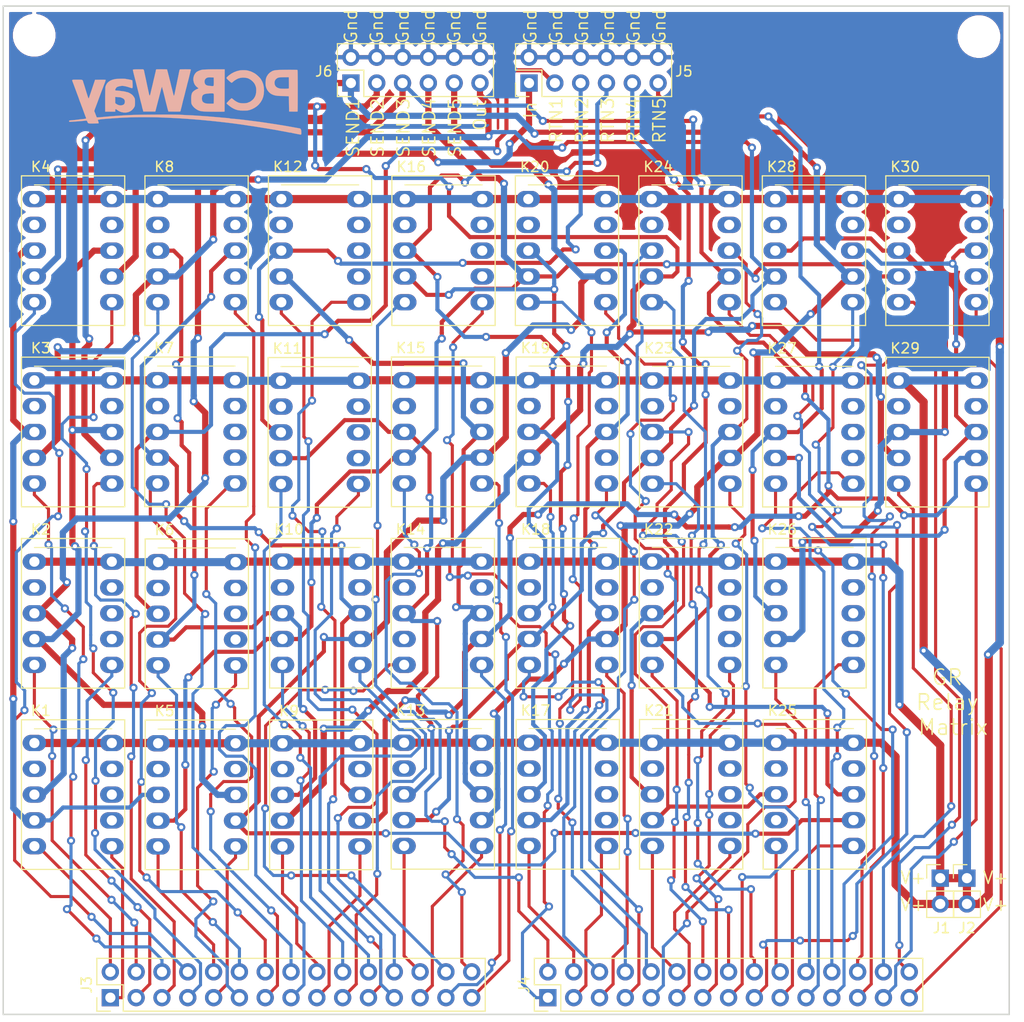
<source format=kicad_pcb>
(kicad_pcb (version 20171130) (host pcbnew "(5.1.2-1)-1")
  (layers (0 F.Cu signal) (31 B.Cu signal) (34 B.Paste user hide) (35 F.Paste user hide) (36 B.SilkS user) (37 F.SilkS user) (38 B.Mask user) (39 F.Mask user) (44 Edge.Cuts user))
  (net 0 "")
  (net 1 GNDREF)
  (net 2 Vdrive)
  (net 3 /Y13_14_Set)
  (net 4 /Y13_14_Reset)
  (net 5 /Y11_12_Set)
  (net 6 /Y11_12_Reset)
  (net 7 /Y9_10_Set)
  (net 8 /Y9_10_Reset)
  (net 9 /X2_Set_B)
  (net 10 /X2_Reset_B)
  (net 11 /X2_Set_A)
  (net 12 /X2_Reset_A)
  (net 13 /Y7_8_Set)
  (net 14 /Y7_8_Reset)
  (net 15 /Y5_6_Set)
  (net 16 /Y5_6_Reset)
  (net 17 /Y3_4_Set)
  (net 18 /Y3_4_Reset)
  (net 19 /Y1_2_Set)
  (net 20 /Y1_2_Reset)
  (net 21 /X1_Set_B)
  (net 22 /X1_Reset_B)
  (net 23 /X1_Set_A)
  (net 24 /X1_Reset_A)
  (net 25 /Y31_32_Set)
  (net 26 /Y31_32_Reset)
  (net 27 /Y29_30_Set)
  (net 28 /Y29_30_Reset)
  (net 29 /Y27_28_Set)
  (net 30 /Y27_28_Reset)
  (net 31 /Y25_26_Set)
  (net 32 /Y25_26_Reset)
  (net 33 /X4_Set_B)
  (net 34 /X4_Reset_B)
  (net 35 /X4_Set_A)
  (net 36 /X4_Reset_A)
  (net 37 /Y23_24_Set)
  (net 38 /Y23_24_Reset)
  (net 39 /Y21_22_Set)
  (net 40 /Y21_22_Reset)
  (net 41 /Y19_20_Set)
  (net 42 /Y19_20_Reset)
  (net 43 /Y17_18_Set)
  (net 44 /Y17_18_Reset)
  (net 45 /X3_Set_B)
  (net 46 /X3_Reset_B)
  (net 47 /X3_Set_A)
  (net 48 /X3_Reset_A)
  (net 49 /Y15_16_Set)
  (net 50 /Y15_16_Reset)
  (net 51 /X5_Reset_A)
  (net 52 /X5_Set_A)
  (net 53 /X5_Reset_B)
  (net 54 /X5_Set_B)
  (net 55 /Y33_34_Reset)
  (net 56 /Y33_34_Set)
  (net 57 /Y35_36_Reset)
  (net 58 /Y35_36_Set)
  (net 59 /X6_Reset_A)
  (net 60 /X6_Set_A)
  (net 61 /X6_Reset_B)
  (net 62 /X6_Set_B)
  (net 63 /X6_Path)
  (net 64 /X5_Path)
  (net 65 /X4_Path)
  (net 66 /X3_Path)
  (net 67 /X2_Path)
  (net 68 /Y2_Path)
  (net 69 /Y3_Path)
  (net 70 /Y4_Path)
  (net 71 /Y5_Path)
  (net 72 /Y6_Path)
  (net 73 "Net-(K1-Pad9)")
  (net 74 "Net-(K1-Pad8)")
  (net 75 "Net-(K1-Pad7)")
  (net 76 "Net-(K1-Pad4)")
  (net 77 "Net-(K1-Pad2)")
  (net 78 "Net-(K2-Pad2)")
  (net 79 "Net-(K2-Pad4)")
  (net 80 "Net-(K2-Pad7)")
  (net 81 "Net-(K2-Pad8)")
  (net 82 "Net-(K2-Pad9)")
  (net 83 "Net-(K3-Pad9)")
  (net 84 "Net-(K3-Pad2)")
  (net 85 "Net-(K4-Pad2)")
  (net 86 "Net-(K4-Pad9)")
  (net 87 "Net-(K5-Pad9)")
  (net 88 "Net-(K5-Pad2)")
  (net 89 "Net-(K6-Pad2)")
  (net 90 "Net-(K6-Pad9)")
  (net 91 "Net-(K7-Pad9)")
  (net 92 "Net-(K7-Pad8)")
  (net 93 "Net-(K7-Pad7)")
  (net 94 "Net-(K10-Pad3)")
  (net 95 "Net-(K7-Pad2)")
  (net 96 "Net-(K8-Pad2)")
  (net 97 "Net-(K10-Pad8)")
  (net 98 "Net-(K8-Pad9)")
  (net 99 "Net-(K9-Pad9)")
  (net 100 "Net-(K9-Pad2)")
  (net 101 "Net-(K10-Pad2)")
  (net 102 "Net-(K10-Pad9)")
  (net 103 "Net-(K11-Pad9)")
  (net 104 "Net-(K11-Pad2)")
  (net 105 "Net-(K12-Pad2)")
  (net 106 "Net-(K12-Pad9)")
  (net 107 "Net-(K13-Pad9)")
  (net 108 "Net-(K13-Pad2)")
  (net 109 "Net-(K14-Pad2)")
  (net 110 "Net-(K14-Pad9)")
  (net 111 "Net-(K15-Pad9)")
  (net 112 "Net-(K15-Pad2)")
  (net 113 "Net-(K16-Pad2)")
  (net 114 "Net-(K16-Pad9)")
  (net 115 "Net-(K17-Pad9)")
  (net 116 "Net-(K17-Pad2)")
  (net 117 "Net-(K18-Pad2)")
  (net 118 "Net-(K18-Pad9)")
  (net 119 "Net-(K19-Pad2)")
  (net 120 "Net-(K19-Pad9)")
  (net 121 "Net-(K20-Pad2)")
  (net 122 "Net-(K20-Pad9)")
  (net 123 "Net-(K21-Pad9)")
  (net 124 "Net-(K21-Pad2)")
  (net 125 "Net-(K22-Pad2)")
  (net 126 "Net-(K22-Pad9)")
  (net 127 "Net-(K23-Pad9)")
  (net 128 "Net-(K23-Pad2)")
  (net 129 "Net-(K24-Pad2)")
  (net 130 "Net-(K24-Pad9)")
  (net 131 "Net-(K25-Pad9)")
  (net 132 "Net-(K25-Pad2)")
  (net 133 "Net-(K26-Pad2)")
  (net 134 "Net-(K26-Pad4)")
  (net 135 "Net-(K26-Pad7)")
  (net 136 "Net-(K26-Pad8)")
  (net 137 "Net-(K26-Pad9)")
  (net 138 "Net-(K27-Pad9)")
  (net 139 "Net-(K27-Pad2)")
  (net 140 "Net-(K28-Pad2)")
  (net 141 "Net-(K28-Pad9)")
  (net 142 "Net-(K29-Pad9)")
  (net 143 "Net-(K29-Pad2)")
  (net 144 "Net-(K30-Pad2)")
  (net 145 "Net-(K30-Pad9)")
  (net 146 /X2_Routing/Y2_Path)
  (net 147 /X3_Routing/Y3_Path)
  (net 148 /X4_Routing/Y4_Path)
  (net 149 /X5_Routing/Y5_Path)
  (net 150 /X6_Routing/Y6_Path)
  (net 151 /Main_In)
  (net 152 /Main_Out)
  (net 153 "Net-(K6-Pad8)")
  (net 154 "Net-(K6-Pad7)")
  (net 155 "Net-(K11-Pad8)")
  (net 156 "Net-(K11-Pad7)")
  (net 157 "Net-(K11-Pad4)")
  (net 158 "Net-(K12-Pad4)")
  (net 159 "Net-(K12-Pad7)")
  (net 160 "Net-(K12-Pad8)")
  (net 161 "Net-(K16-Pad4)")
  (net 162 "Net-(K16-Pad7)")
  (net 163 "Net-(K16-Pad8)")
  (net 164 "Net-(K17-Pad4)")
  (net 165 "Net-(K17-Pad7)")
  (net 166 "Net-(K17-Pad8)")
  (net 167 "Net-(K21-Pad8)")
  (net 168 "Net-(K21-Pad7)")
  (net 169 "Net-(K21-Pad4)")
  (net 170 "Net-(K22-Pad4)")
  (net 171 "Net-(K22-Pad7)")
  (net 172 "Net-(K22-Pad8)")
  (net 173 "Net-(K27-Pad4)")
  (net 174 "Net-(K27-Pad7)")
  (net 175 "Net-(K27-Pad8)")
  (module _project:Relay_DPDT_FRT5 (layer F.Cu) (at 103.2262 56)
    (fp_text reference K8 (at 0.635 -3.175) (layer F.SilkS))
    (fp_text value EA2-5TNJ)
    (pad 1 thru_hole oval (at 0 0) (size 2.3 1.6) (drill 1) (layers *.Cu *.Mask) (net 2 Vdrive))
    (pad 2 thru_hole oval (at 0 2.54) (size 2.3 1.6) (drill 1) (layers *.Cu *.Mask) (net 96 "Net-(K8-Pad2)"))
    (pad 3 thru_hole oval (at 0 5.08) (size 2.3 1.6) (drill 1) (layers *.Cu *.Mask) (net 94 "Net-(K10-Pad3)"))
    (pad 4 thru_hole oval (at 0 7.62) (size 2.3 1.6) (drill 1) (layers *.Cu *.Mask) (net 152 /Main_Out))
    (pad 5 thru_hole oval (at 0 10.16) (size 2.3 1.6) (drill 1) (layers *.Cu *.Mask) (net 13 /Y7_8_Set))
    (pad 6 thru_hole oval (at 7.62 10.16) (size 2.3 1.6) (drill 1) (layers *.Cu *.Mask) (net 14 /Y7_8_Reset))
    (pad 7 thru_hole oval (at 7.62 7.62) (size 2.3 1.6) (drill 1) (layers *.Cu *.Mask) (net 146 /X2_Routing/Y2_Path))
    (pad 8 thru_hole oval (at 7.62 5.08) (size 2.3 1.6) (drill 1) (layers *.Cu *.Mask) (net 97 "Net-(K10-Pad8)"))
    (pad 9 thru_hole oval (at 7.62 2.54) (size 2.3 1.6) (drill 1) (layers *.Cu *.Mask) (net 98 "Net-(K8-Pad9)"))
    (pad 10 thru_hole oval (at 7.62 0) (size 2.3 1.6) (drill 1) (layers *.Cu *.Mask) (net 2 Vdrive))
  )
  (module _project:Relay_DPDT_FRT5 (layer F.Cu) (at 91.0762 56)
    (fp_text reference K4 (at 0.635 -3.175) (layer F.SilkS))
    (fp_text value EA2-5TNJ)
    (pad 1 thru_hole oval (at 0 0) (size 2.3 1.6) (drill 1) (layers *.Cu *.Mask) (net 2 Vdrive))
    (pad 2 thru_hole oval (at 0 2.54) (size 2.3 1.6) (drill 1) (layers *.Cu *.Mask) (net 85 "Net-(K4-Pad2)"))
    (pad 3 thru_hole oval (at 0 5.08) (size 2.3 1.6) (drill 1) (layers *.Cu *.Mask) (net 76 "Net-(K1-Pad4)"))
    (pad 4 thru_hole oval (at 0 7.62) (size 2.3 1.6) (drill 1) (layers *.Cu *.Mask) (net 69 /Y3_Path))
    (pad 5 thru_hole oval (at 0 10.16) (size 2.3 1.6) (drill 1) (layers *.Cu *.Mask) (net 17 /Y3_4_Set))
    (pad 6 thru_hole oval (at 7.62 10.16) (size 2.3 1.6) (drill 1) (layers *.Cu *.Mask) (net 18 /Y3_4_Reset))
    (pad 7 thru_hole oval (at 7.62 7.62) (size 2.3 1.6) (drill 1) (layers *.Cu *.Mask) (net 70 /Y4_Path))
    (pad 8 thru_hole oval (at 7.62 5.08) (size 2.3 1.6) (drill 1) (layers *.Cu *.Mask) (net 79 "Net-(K2-Pad4)"))
    (pad 9 thru_hole oval (at 7.62 2.54) (size 2.3 1.6) (drill 1) (layers *.Cu *.Mask) (net 86 "Net-(K4-Pad9)"))
    (pad 10 thru_hole oval (at 7.62 0) (size 2.3 1.6) (drill 1) (layers *.Cu *.Mask) (net 2 Vdrive))
  )
  (module _project:Relay_DPDT_FRT5 (layer F.Cu) (at 91.0762 109.55)
    (fp_text reference K1 (at 0.635 -3.175) (layer F.SilkS))
    (fp_text value EA2-5TNJ)
    (pad 1 thru_hole oval (at 0 0) (size 2.3 1.6) (drill 1) (layers *.Cu *.Mask) (net 2 Vdrive))
    (pad 2 thru_hole oval (at 0 2.54) (size 2.3 1.6) (drill 1) (layers *.Cu *.Mask) (net 77 "Net-(K1-Pad2)"))
    (pad 3 thru_hole oval (at 0 5.08) (size 2.3 1.6) (drill 1) (layers *.Cu *.Mask) (net 151 /Main_In))
    (pad 4 thru_hole oval (at 0 7.62) (size 2.3 1.6) (drill 1) (layers *.Cu *.Mask) (net 76 "Net-(K1-Pad4)"))
    (pad 5 thru_hole oval (at 0 10.16) (size 2.3 1.6) (drill 1) (layers *.Cu *.Mask) (net 23 /X1_Set_A))
    (pad 6 thru_hole oval (at 7.62 10.16) (size 2.3 1.6) (drill 1) (layers *.Cu *.Mask) (net 24 /X1_Reset_A))
    (pad 7 thru_hole oval (at 7.62 7.62) (size 2.3 1.6) (drill 1) (layers *.Cu *.Mask) (net 75 "Net-(K1-Pad7)"))
    (pad 8 thru_hole oval (at 7.62 5.08) (size 2.3 1.6) (drill 1) (layers *.Cu *.Mask) (net 74 "Net-(K1-Pad8)"))
    (pad 9 thru_hole oval (at 7.62 2.54) (size 2.3 1.6) (drill 1) (layers *.Cu *.Mask) (net 73 "Net-(K1-Pad9)"))
    (pad 10 thru_hole oval (at 7.62 0) (size 2.3 1.6) (drill 1) (layers *.Cu *.Mask) (net 2 Vdrive))
  )
  (module _project:Relay_DPDT_FRT5 (layer F.Cu) (at 91.0762 91.7)
    (fp_text reference K2 (at 0.635 -3.175) (layer F.SilkS))
    (fp_text value EA2-5TNJ)
    (pad 1 thru_hole oval (at 0 0) (size 2.3 1.6) (drill 1) (layers *.Cu *.Mask) (net 2 Vdrive))
    (pad 2 thru_hole oval (at 0 2.54) (size 2.3 1.6) (drill 1) (layers *.Cu *.Mask) (net 78 "Net-(K2-Pad2)"))
    (pad 3 thru_hole oval (at 0 5.08) (size 2.3 1.6) (drill 1) (layers *.Cu *.Mask) (net 151 /Main_In))
    (pad 4 thru_hole oval (at 0 7.62) (size 2.3 1.6) (drill 1) (layers *.Cu *.Mask) (net 79 "Net-(K2-Pad4)"))
    (pad 5 thru_hole oval (at 0 10.16) (size 2.3 1.6) (drill 1) (layers *.Cu *.Mask) (net 21 /X1_Set_B))
    (pad 6 thru_hole oval (at 7.62 10.16) (size 2.3 1.6) (drill 1) (layers *.Cu *.Mask) (net 22 /X1_Reset_B))
    (pad 7 thru_hole oval (at 7.62 7.62) (size 2.3 1.6) (drill 1) (layers *.Cu *.Mask) (net 80 "Net-(K2-Pad7)"))
    (pad 8 thru_hole oval (at 7.62 5.08) (size 2.3 1.6) (drill 1) (layers *.Cu *.Mask) (net 81 "Net-(K2-Pad8)"))
    (pad 9 thru_hole oval (at 7.62 2.54) (size 2.3 1.6) (drill 1) (layers *.Cu *.Mask) (net 82 "Net-(K2-Pad9)"))
    (pad 10 thru_hole oval (at 7.62 0) (size 2.3 1.6) (drill 1) (layers *.Cu *.Mask) (net 2 Vdrive))
  )
  (module _project:Relay_DPDT_FRT5 (layer F.Cu) (at 91.0762 73.85)
    (fp_text reference K3 (at 0.635 -3.175) (layer F.SilkS))
    (fp_text value EA2-5TNJ)
    (pad 1 thru_hole oval (at 0 0) (size 2.3 1.6) (drill 1) (layers *.Cu *.Mask) (net 2 Vdrive))
    (pad 2 thru_hole oval (at 0 2.54) (size 2.3 1.6) (drill 1) (layers *.Cu *.Mask) (net 84 "Net-(K3-Pad2)"))
    (pad 3 thru_hole oval (at 0 5.08) (size 2.3 1.6) (drill 1) (layers *.Cu *.Mask) (net 76 "Net-(K1-Pad4)"))
    (pad 4 thru_hole oval (at 0 7.62) (size 2.3 1.6) (drill 1) (layers *.Cu *.Mask) (net 152 /Main_Out))
    (pad 5 thru_hole oval (at 0 10.16) (size 2.3 1.6) (drill 1) (layers *.Cu *.Mask) (net 19 /Y1_2_Set))
    (pad 6 thru_hole oval (at 7.62 10.16) (size 2.3 1.6) (drill 1) (layers *.Cu *.Mask) (net 20 /Y1_2_Reset))
    (pad 7 thru_hole oval (at 7.62 7.62) (size 2.3 1.6) (drill 1) (layers *.Cu *.Mask) (net 68 /Y2_Path))
    (pad 8 thru_hole oval (at 7.62 5.08) (size 2.3 1.6) (drill 1) (layers *.Cu *.Mask) (net 79 "Net-(K2-Pad4)"))
    (pad 9 thru_hole oval (at 7.62 2.54) (size 2.3 1.6) (drill 1) (layers *.Cu *.Mask) (net 83 "Net-(K3-Pad9)"))
    (pad 10 thru_hole oval (at 7.62 0) (size 2.3 1.6) (drill 1) (layers *.Cu *.Mask) (net 2 Vdrive))
  )
  (module _project:Relay_DPDT_FRT5 (layer F.Cu) (at 103.251 109.5756)
    (fp_text reference K5 (at 0.635 -3.175) (layer F.SilkS))
    (fp_text value EA2-5TNJ)
    (pad 1 thru_hole oval (at 0 0) (size 2.3 1.6) (drill 1) (layers *.Cu *.Mask) (net 2 Vdrive))
    (pad 2 thru_hole oval (at 0 2.54) (size 2.3 1.6) (drill 1) (layers *.Cu *.Mask) (net 88 "Net-(K5-Pad2)"))
    (pad 3 thru_hole oval (at 0 5.08) (size 2.3 1.6) (drill 1) (layers *.Cu *.Mask) (net 76 "Net-(K1-Pad4)"))
    (pad 4 thru_hole oval (at 0 7.62) (size 2.3 1.6) (drill 1) (layers *.Cu *.Mask) (net 71 /Y5_Path))
    (pad 5 thru_hole oval (at 0 10.16) (size 2.3 1.6) (drill 1) (layers *.Cu *.Mask) (net 15 /Y5_6_Set))
    (pad 6 thru_hole oval (at 7.62 10.16) (size 2.3 1.6) (drill 1) (layers *.Cu *.Mask) (net 16 /Y5_6_Reset))
    (pad 7 thru_hole oval (at 7.62 7.62) (size 2.3 1.6) (drill 1) (layers *.Cu *.Mask) (net 72 /Y6_Path))
    (pad 8 thru_hole oval (at 7.62 5.08) (size 2.3 1.6) (drill 1) (layers *.Cu *.Mask) (net 79 "Net-(K2-Pad4)"))
    (pad 9 thru_hole oval (at 7.62 2.54) (size 2.3 1.6) (drill 1) (layers *.Cu *.Mask) (net 87 "Net-(K5-Pad9)"))
    (pad 10 thru_hole oval (at 7.62 0) (size 2.3 1.6) (drill 1) (layers *.Cu *.Mask) (net 2 Vdrive))
  )
  (module _project:Relay_DPDT_FRT5 (layer F.Cu) (at 103.251 91.7448)
    (fp_text reference K6 (at 0.635 -3.175) (layer F.SilkS))
    (fp_text value EA2-5TNJ)
    (pad 1 thru_hole oval (at 0 0) (size 2.3 1.6) (drill 1) (layers *.Cu *.Mask) (net 2 Vdrive))
    (pad 2 thru_hole oval (at 0 2.54) (size 2.3 1.6) (drill 1) (layers *.Cu *.Mask) (net 89 "Net-(K6-Pad2)"))
    (pad 3 thru_hole oval (at 0 5.08) (size 2.3 1.6) (drill 1) (layers *.Cu *.Mask) (net 67 /X2_Path))
    (pad 4 thru_hole oval (at 0 7.62) (size 2.3 1.6) (drill 1) (layers *.Cu *.Mask) (net 94 "Net-(K10-Pad3)"))
    (pad 5 thru_hole oval (at 0 10.16) (size 2.3 1.6) (drill 1) (layers *.Cu *.Mask) (net 11 /X2_Set_A))
    (pad 6 thru_hole oval (at 7.62 10.16) (size 2.3 1.6) (drill 1) (layers *.Cu *.Mask) (net 12 /X2_Reset_A))
    (pad 7 thru_hole oval (at 7.62 7.62) (size 2.3 1.6) (drill 1) (layers *.Cu *.Mask) (net 154 "Net-(K6-Pad7)"))
    (pad 8 thru_hole oval (at 7.62 5.08) (size 2.3 1.6) (drill 1) (layers *.Cu *.Mask) (net 153 "Net-(K6-Pad8)"))
    (pad 9 thru_hole oval (at 7.62 2.54) (size 2.3 1.6) (drill 1) (layers *.Cu *.Mask) (net 90 "Net-(K6-Pad9)"))
    (pad 10 thru_hole oval (at 7.62 0) (size 2.3 1.6) (drill 1) (layers *.Cu *.Mask) (net 2 Vdrive))
  )
  (module _project:Relay_DPDT_FRT5 (layer F.Cu) (at 103.2002 73.8378)
    (fp_text reference K7 (at 0.635 -3.175) (layer F.SilkS))
    (fp_text value EA2-5TNJ)
    (pad 1 thru_hole oval (at 0 0) (size 2.3 1.6) (drill 1) (layers *.Cu *.Mask) (net 2 Vdrive))
    (pad 2 thru_hole oval (at 0 2.54) (size 2.3 1.6) (drill 1) (layers *.Cu *.Mask) (net 95 "Net-(K7-Pad2)"))
    (pad 3 thru_hole oval (at 0 5.08) (size 2.3 1.6) (drill 1) (layers *.Cu *.Mask) (net 67 /X2_Path))
    (pad 4 thru_hole oval (at 0 7.62) (size 2.3 1.6) (drill 1) (layers *.Cu *.Mask) (net 97 "Net-(K10-Pad8)"))
    (pad 5 thru_hole oval (at 0 10.16) (size 2.3 1.6) (drill 1) (layers *.Cu *.Mask) (net 9 /X2_Set_B))
    (pad 6 thru_hole oval (at 7.62 10.16) (size 2.3 1.6) (drill 1) (layers *.Cu *.Mask) (net 10 /X2_Reset_B))
    (pad 7 thru_hole oval (at 7.62 7.62) (size 2.3 1.6) (drill 1) (layers *.Cu *.Mask) (net 93 "Net-(K7-Pad7)"))
    (pad 8 thru_hole oval (at 7.62 5.08) (size 2.3 1.6) (drill 1) (layers *.Cu *.Mask) (net 92 "Net-(K7-Pad8)"))
    (pad 9 thru_hole oval (at 7.62 2.54) (size 2.3 1.6) (drill 1) (layers *.Cu *.Mask) (net 91 "Net-(K7-Pad9)"))
    (pad 10 thru_hole oval (at 7.62 0) (size 2.3 1.6) (drill 1) (layers *.Cu *.Mask) (net 2 Vdrive))
  )
  (module _project:Relay_DPDT_FRT5 (layer F.Cu) (at 115.4938 109.5756)
    (fp_text reference K9 (at 0.635 -3.175) (layer F.SilkS))
    (fp_text value EA2-5TNJ)
    (pad 1 thru_hole oval (at 0 0) (size 2.3 1.6) (drill 1) (layers *.Cu *.Mask) (net 2 Vdrive))
    (pad 2 thru_hole oval (at 0 2.54) (size 2.3 1.6) (drill 1) (layers *.Cu *.Mask) (net 100 "Net-(K9-Pad2)"))
    (pad 3 thru_hole oval (at 0 5.08) (size 2.3 1.6) (drill 1) (layers *.Cu *.Mask) (net 94 "Net-(K10-Pad3)"))
    (pad 4 thru_hole oval (at 0 7.62) (size 2.3 1.6) (drill 1) (layers *.Cu *.Mask) (net 69 /Y3_Path))
    (pad 5 thru_hole oval (at 0 10.16) (size 2.3 1.6) (drill 1) (layers *.Cu *.Mask) (net 7 /Y9_10_Set))
    (pad 6 thru_hole oval (at 7.62 10.16) (size 2.3 1.6) (drill 1) (layers *.Cu *.Mask) (net 8 /Y9_10_Reset))
    (pad 7 thru_hole oval (at 7.62 7.62) (size 2.3 1.6) (drill 1) (layers *.Cu *.Mask) (net 70 /Y4_Path))
    (pad 8 thru_hole oval (at 7.62 5.08) (size 2.3 1.6) (drill 1) (layers *.Cu *.Mask) (net 97 "Net-(K10-Pad8)"))
    (pad 9 thru_hole oval (at 7.62 2.54) (size 2.3 1.6) (drill 1) (layers *.Cu *.Mask) (net 99 "Net-(K9-Pad9)"))
    (pad 10 thru_hole oval (at 7.62 0) (size 2.3 1.6) (drill 1) (layers *.Cu *.Mask) (net 2 Vdrive))
  )
  (module _project:Relay_DPDT_FRT5 (layer F.Cu) (at 115.4938 91.694)
    (fp_text reference K10 (at 0.635 -3.175) (layer F.SilkS))
    (fp_text value EA2-5TNJ)
    (pad 1 thru_hole oval (at 0 0) (size 2.3 1.6) (drill 1) (layers *.Cu *.Mask) (net 2 Vdrive))
    (pad 2 thru_hole oval (at 0 2.54) (size 2.3 1.6) (drill 1) (layers *.Cu *.Mask) (net 101 "Net-(K10-Pad2)"))
    (pad 3 thru_hole oval (at 0 5.08) (size 2.3 1.6) (drill 1) (layers *.Cu *.Mask) (net 94 "Net-(K10-Pad3)"))
    (pad 4 thru_hole oval (at 0 7.62) (size 2.3 1.6) (drill 1) (layers *.Cu *.Mask) (net 71 /Y5_Path))
    (pad 5 thru_hole oval (at 0 10.16) (size 2.3 1.6) (drill 1) (layers *.Cu *.Mask) (net 5 /Y11_12_Set))
    (pad 6 thru_hole oval (at 7.62 10.16) (size 2.3 1.6) (drill 1) (layers *.Cu *.Mask) (net 6 /Y11_12_Reset))
    (pad 7 thru_hole oval (at 7.62 7.62) (size 2.3 1.6) (drill 1) (layers *.Cu *.Mask) (net 72 /Y6_Path))
    (pad 8 thru_hole oval (at 7.62 5.08) (size 2.3 1.6) (drill 1) (layers *.Cu *.Mask) (net 97 "Net-(K10-Pad8)"))
    (pad 9 thru_hole oval (at 7.62 2.54) (size 2.3 1.6) (drill 1) (layers *.Cu *.Mask) (net 102 "Net-(K10-Pad9)"))
    (pad 10 thru_hole oval (at 7.62 0) (size 2.3 1.6) (drill 1) (layers *.Cu *.Mask) (net 2 Vdrive))
  )
  (module _project:Relay_DPDT_FRT5 (layer F.Cu) (at 115.3414 73.8886)
    (fp_text reference K11 (at 0.635 -3.175) (layer F.SilkS))
    (fp_text value EA2-5TNJ)
    (pad 1 thru_hole oval (at 0 0) (size 2.3 1.6) (drill 1) (layers *.Cu *.Mask) (net 2 Vdrive))
    (pad 2 thru_hole oval (at 0 2.54) (size 2.3 1.6) (drill 1) (layers *.Cu *.Mask) (net 104 "Net-(K11-Pad2)"))
    (pad 3 thru_hole oval (at 0 5.08) (size 2.3 1.6) (drill 1) (layers *.Cu *.Mask) (net 66 /X3_Path))
    (pad 4 thru_hole oval (at 0 7.62) (size 2.3 1.6) (drill 1) (layers *.Cu *.Mask) (net 157 "Net-(K11-Pad4)"))
    (pad 5 thru_hole oval (at 0 10.16) (size 2.3 1.6) (drill 1) (layers *.Cu *.Mask) (net 47 /X3_Set_A))
    (pad 6 thru_hole oval (at 7.62 10.16) (size 2.3 1.6) (drill 1) (layers *.Cu *.Mask) (net 48 /X3_Reset_A))
    (pad 7 thru_hole oval (at 7.62 7.62) (size 2.3 1.6) (drill 1) (layers *.Cu *.Mask) (net 156 "Net-(K11-Pad7)"))
    (pad 8 thru_hole oval (at 7.62 5.08) (size 2.3 1.6) (drill 1) (layers *.Cu *.Mask) (net 155 "Net-(K11-Pad8)"))
    (pad 9 thru_hole oval (at 7.62 2.54) (size 2.3 1.6) (drill 1) (layers *.Cu *.Mask) (net 103 "Net-(K11-Pad9)"))
    (pad 10 thru_hole oval (at 7.62 0) (size 2.3 1.6) (drill 1) (layers *.Cu *.Mask) (net 2 Vdrive))
  )
  (module _project:Relay_DPDT_FRT5 (layer F.Cu) (at 115.3762 56)
    (fp_text reference K12 (at 0.635 -3.175) (layer F.SilkS))
    (fp_text value EA2-5TNJ)
    (pad 1 thru_hole oval (at 0 0) (size 2.3 1.6) (drill 1) (layers *.Cu *.Mask) (net 2 Vdrive))
    (pad 2 thru_hole oval (at 0 2.54) (size 2.3 1.6) (drill 1) (layers *.Cu *.Mask) (net 105 "Net-(K12-Pad2)"))
    (pad 3 thru_hole oval (at 0 5.08) (size 2.3 1.6) (drill 1) (layers *.Cu *.Mask) (net 66 /X3_Path))
    (pad 4 thru_hole oval (at 0 7.62) (size 2.3 1.6) (drill 1) (layers *.Cu *.Mask) (net 158 "Net-(K12-Pad4)"))
    (pad 5 thru_hole oval (at 0 10.16) (size 2.3 1.6) (drill 1) (layers *.Cu *.Mask) (net 45 /X3_Set_B))
    (pad 6 thru_hole oval (at 7.62 10.16) (size 2.3 1.6) (drill 1) (layers *.Cu *.Mask) (net 46 /X3_Reset_B))
    (pad 7 thru_hole oval (at 7.62 7.62) (size 2.3 1.6) (drill 1) (layers *.Cu *.Mask) (net 159 "Net-(K12-Pad7)"))
    (pad 8 thru_hole oval (at 7.62 5.08) (size 2.3 1.6) (drill 1) (layers *.Cu *.Mask) (net 160 "Net-(K12-Pad8)"))
    (pad 9 thru_hole oval (at 7.62 2.54) (size 2.3 1.6) (drill 1) (layers *.Cu *.Mask) (net 106 "Net-(K12-Pad9)"))
    (pad 10 thru_hole oval (at 7.62 0) (size 2.3 1.6) (drill 1) (layers *.Cu *.Mask) (net 2 Vdrive))
  )
  (module _project:Relay_DPDT_FRT5 (layer F.Cu) (at 127.4572 109.5248)
    (fp_text reference K13 (at 0.635 -3.175) (layer F.SilkS))
    (fp_text value EA2-5TNJ)
    (pad 1 thru_hole oval (at 0 0) (size 2.3 1.6) (drill 1) (layers *.Cu *.Mask) (net 2 Vdrive))
    (pad 2 thru_hole oval (at 0 2.54) (size 2.3 1.6) (drill 1) (layers *.Cu *.Mask) (net 108 "Net-(K13-Pad2)"))
    (pad 3 thru_hole oval (at 0 5.08) (size 2.3 1.6) (drill 1) (layers *.Cu *.Mask) (net 157 "Net-(K11-Pad4)"))
    (pad 4 thru_hole oval (at 0 7.62) (size 2.3 1.6) (drill 1) (layers *.Cu *.Mask) (net 152 /Main_Out))
    (pad 5 thru_hole oval (at 0 10.16) (size 2.3 1.6) (drill 1) (layers *.Cu *.Mask) (net 3 /Y13_14_Set))
    (pad 6 thru_hole oval (at 7.62 10.16) (size 2.3 1.6) (drill 1) (layers *.Cu *.Mask) (net 4 /Y13_14_Reset))
    (pad 7 thru_hole oval (at 7.62 7.62) (size 2.3 1.6) (drill 1) (layers *.Cu *.Mask) (net 68 /Y2_Path))
    (pad 8 thru_hole oval (at 7.62 5.08) (size 2.3 1.6) (drill 1) (layers *.Cu *.Mask) (net 158 "Net-(K12-Pad4)"))
    (pad 9 thru_hole oval (at 7.62 2.54) (size 2.3 1.6) (drill 1) (layers *.Cu *.Mask) (net 107 "Net-(K13-Pad9)"))
    (pad 10 thru_hole oval (at 7.62 0) (size 2.3 1.6) (drill 1) (layers *.Cu *.Mask) (net 2 Vdrive))
  )
  (module _project:Relay_DPDT_FRT5 (layer F.Cu) (at 127.4572 91.694)
    (fp_text reference K14 (at 0.635 -3.175) (layer F.SilkS))
    (fp_text value EA2-5TNJ)
    (pad 1 thru_hole oval (at 0 0) (size 2.3 1.6) (drill 1) (layers *.Cu *.Mask) (net 2 Vdrive))
    (pad 2 thru_hole oval (at 0 2.54) (size 2.3 1.6) (drill 1) (layers *.Cu *.Mask) (net 109 "Net-(K14-Pad2)"))
    (pad 3 thru_hole oval (at 0 5.08) (size 2.3 1.6) (drill 1) (layers *.Cu *.Mask) (net 157 "Net-(K11-Pad4)"))
    (pad 4 thru_hole oval (at 0 7.62) (size 2.3 1.6) (drill 1) (layers *.Cu *.Mask) (net 147 /X3_Routing/Y3_Path))
    (pad 5 thru_hole oval (at 0 10.16) (size 2.3 1.6) (drill 1) (layers *.Cu *.Mask) (net 49 /Y15_16_Set))
    (pad 6 thru_hole oval (at 7.62 10.16) (size 2.3 1.6) (drill 1) (layers *.Cu *.Mask) (net 50 /Y15_16_Reset))
    (pad 7 thru_hole oval (at 7.62 7.62) (size 2.3 1.6) (drill 1) (layers *.Cu *.Mask) (net 70 /Y4_Path))
    (pad 8 thru_hole oval (at 7.62 5.08) (size 2.3 1.6) (drill 1) (layers *.Cu *.Mask) (net 158 "Net-(K12-Pad4)"))
    (pad 9 thru_hole oval (at 7.62 2.54) (size 2.3 1.6) (drill 1) (layers *.Cu *.Mask) (net 110 "Net-(K14-Pad9)"))
    (pad 10 thru_hole oval (at 7.62 0) (size 2.3 1.6) (drill 1) (layers *.Cu *.Mask) (net 2 Vdrive))
  )
  (module _project:Relay_DPDT_FRT5 (layer F.Cu) (at 127.4826 73.8378)
    (fp_text reference K15 (at 0.635 -3.175) (layer F.SilkS))
    (fp_text value EA2-5TNJ)
    (pad 1 thru_hole oval (at 0 0) (size 2.3 1.6) (drill 1) (layers *.Cu *.Mask) (net 2 Vdrive))
    (pad 2 thru_hole oval (at 0 2.54) (size 2.3 1.6) (drill 1) (layers *.Cu *.Mask) (net 112 "Net-(K15-Pad2)"))
    (pad 3 thru_hole oval (at 0 5.08) (size 2.3 1.6) (drill 1) (layers *.Cu *.Mask) (net 157 "Net-(K11-Pad4)"))
    (pad 4 thru_hole oval (at 0 7.62) (size 2.3 1.6) (drill 1) (layers *.Cu *.Mask) (net 71 /Y5_Path))
    (pad 5 thru_hole oval (at 0 10.16) (size 2.3 1.6) (drill 1) (layers *.Cu *.Mask) (net 43 /Y17_18_Set))
    (pad 6 thru_hole oval (at 7.62 10.16) (size 2.3 1.6) (drill 1) (layers *.Cu *.Mask) (net 44 /Y17_18_Reset))
    (pad 7 thru_hole oval (at 7.62 7.62) (size 2.3 1.6) (drill 1) (layers *.Cu *.Mask) (net 72 /Y6_Path))
    (pad 8 thru_hole oval (at 7.62 5.08) (size 2.3 1.6) (drill 1) (layers *.Cu *.Mask) (net 158 "Net-(K12-Pad4)"))
    (pad 9 thru_hole oval (at 7.62 2.54) (size 2.3 1.6) (drill 1) (layers *.Cu *.Mask) (net 111 "Net-(K15-Pad9)"))
    (pad 10 thru_hole oval (at 7.62 0) (size 2.3 1.6) (drill 1) (layers *.Cu *.Mask) (net 2 Vdrive))
  )
  (module _project:Relay_DPDT_FRT5 (layer F.Cu) (at 127.5262 56)
    (fp_text reference K16 (at 0.635 -3.175) (layer F.SilkS))
    (fp_text value EA2-5TNJ)
    (pad 1 thru_hole oval (at 0 0) (size 2.3 1.6) (drill 1) (layers *.Cu *.Mask) (net 2 Vdrive))
    (pad 2 thru_hole oval (at 0 2.54) (size 2.3 1.6) (drill 1) (layers *.Cu *.Mask) (net 113 "Net-(K16-Pad2)"))
    (pad 3 thru_hole oval (at 0 5.08) (size 2.3 1.6) (drill 1) (layers *.Cu *.Mask) (net 65 /X4_Path))
    (pad 4 thru_hole oval (at 0 7.62) (size 2.3 1.6) (drill 1) (layers *.Cu *.Mask) (net 161 "Net-(K16-Pad4)"))
    (pad 5 thru_hole oval (at 0 10.16) (size 2.3 1.6) (drill 1) (layers *.Cu *.Mask) (net 35 /X4_Set_A))
    (pad 6 thru_hole oval (at 7.62 10.16) (size 2.3 1.6) (drill 1) (layers *.Cu *.Mask) (net 36 /X4_Reset_A))
    (pad 7 thru_hole oval (at 7.62 7.62) (size 2.3 1.6) (drill 1) (layers *.Cu *.Mask) (net 162 "Net-(K16-Pad7)"))
    (pad 8 thru_hole oval (at 7.62 5.08) (size 2.3 1.6) (drill 1) (layers *.Cu *.Mask) (net 163 "Net-(K16-Pad8)"))
    (pad 9 thru_hole oval (at 7.62 2.54) (size 2.3 1.6) (drill 1) (layers *.Cu *.Mask) (net 114 "Net-(K16-Pad9)"))
    (pad 10 thru_hole oval (at 7.62 0) (size 2.3 1.6) (drill 1) (layers *.Cu *.Mask) (net 2 Vdrive))
  )
  (module _project:Relay_DPDT_FRT5 (layer F.Cu) (at 139.7508 109.5248)
    (fp_text reference K17 (at 0.635 -3.175) (layer F.SilkS))
    (fp_text value EA2-5TNJ)
    (pad 1 thru_hole oval (at 0 0) (size 2.3 1.6) (drill 1) (layers *.Cu *.Mask) (net 2 Vdrive))
    (pad 2 thru_hole oval (at 0 2.54) (size 2.3 1.6) (drill 1) (layers *.Cu *.Mask) (net 116 "Net-(K17-Pad2)"))
    (pad 3 thru_hole oval (at 0 5.08) (size 2.3 1.6) (drill 1) (layers *.Cu *.Mask) (net 65 /X4_Path))
    (pad 4 thru_hole oval (at 0 7.62) (size 2.3 1.6) (drill 1) (layers *.Cu *.Mask) (net 164 "Net-(K17-Pad4)"))
    (pad 5 thru_hole oval (at 0 10.16) (size 2.3 1.6) (drill 1) (layers *.Cu *.Mask) (net 33 /X4_Set_B))
    (pad 6 thru_hole oval (at 7.62 10.16) (size 2.3 1.6) (drill 1) (layers *.Cu *.Mask) (net 34 /X4_Reset_B))
    (pad 7 thru_hole oval (at 7.62 7.62) (size 2.3 1.6) (drill 1) (layers *.Cu *.Mask) (net 165 "Net-(K17-Pad7)"))
    (pad 8 thru_hole oval (at 7.62 5.08) (size 2.3 1.6) (drill 1) (layers *.Cu *.Mask) (net 166 "Net-(K17-Pad8)"))
    (pad 9 thru_hole oval (at 7.62 2.54) (size 2.3 1.6) (drill 1) (layers *.Cu *.Mask) (net 115 "Net-(K17-Pad9)"))
    (pad 10 thru_hole oval (at 7.62 0) (size 2.3 1.6) (drill 1) (layers *.Cu *.Mask) (net 2 Vdrive))
  )
  (module _project:Relay_DPDT_FRT5 (layer F.Cu) (at 139.7762 91.694)
    (fp_text reference K18 (at 0.635 -3.175) (layer F.SilkS))
    (fp_text value EA2-5TNJ)
    (pad 1 thru_hole oval (at 0 0) (size 2.3 1.6) (drill 1) (layers *.Cu *.Mask) (net 2 Vdrive))
    (pad 2 thru_hole oval (at 0 2.54) (size 2.3 1.6) (drill 1) (layers *.Cu *.Mask) (net 117 "Net-(K18-Pad2)"))
    (pad 3 thru_hole oval (at 0 5.08) (size 2.3 1.6) (drill 1) (layers *.Cu *.Mask) (net 161 "Net-(K16-Pad4)"))
    (pad 4 thru_hole oval (at 0 7.62) (size 2.3 1.6) (drill 1) (layers *.Cu *.Mask) (net 152 /Main_Out))
    (pad 5 thru_hole oval (at 0 10.16) (size 2.3 1.6) (drill 1) (layers *.Cu *.Mask) (net 41 /Y19_20_Set))
    (pad 6 thru_hole oval (at 7.62 10.16) (size 2.3 1.6) (drill 1) (layers *.Cu *.Mask) (net 42 /Y19_20_Reset))
    (pad 7 thru_hole oval (at 7.62 7.62) (size 2.3 1.6) (drill 1) (layers *.Cu *.Mask) (net 68 /Y2_Path))
    (pad 8 thru_hole oval (at 7.62 5.08) (size 2.3 1.6) (drill 1) (layers *.Cu *.Mask) (net 164 "Net-(K17-Pad4)"))
    (pad 9 thru_hole oval (at 7.62 2.54) (size 2.3 1.6) (drill 1) (layers *.Cu *.Mask) (net 118 "Net-(K18-Pad9)"))
    (pad 10 thru_hole oval (at 7.62 0) (size 2.3 1.6) (drill 1) (layers *.Cu *.Mask) (net 2 Vdrive))
  )
  (module _project:Relay_DPDT_FRT5 (layer F.Cu) (at 139.7508 73.8378)
    (fp_text reference K19 (at 0.635 -3.175) (layer F.SilkS))
    (fp_text value EA2-5TNJ)
    (pad 1 thru_hole oval (at 0 0) (size 2.3 1.6) (drill 1) (layers *.Cu *.Mask) (net 2 Vdrive))
    (pad 2 thru_hole oval (at 0 2.54) (size 2.3 1.6) (drill 1) (layers *.Cu *.Mask) (net 119 "Net-(K19-Pad2)"))
    (pad 3 thru_hole oval (at 0 5.08) (size 2.3 1.6) (drill 1) (layers *.Cu *.Mask) (net 161 "Net-(K16-Pad4)"))
    (pad 4 thru_hole oval (at 0 7.62) (size 2.3 1.6) (drill 1) (layers *.Cu *.Mask) (net 69 /Y3_Path))
    (pad 5 thru_hole oval (at 0 10.16) (size 2.3 1.6) (drill 1) (layers *.Cu *.Mask) (net 39 /Y21_22_Set))
    (pad 6 thru_hole oval (at 7.62 10.16) (size 2.3 1.6) (drill 1) (layers *.Cu *.Mask) (net 40 /Y21_22_Reset))
    (pad 7 thru_hole oval (at 7.62 7.62) (size 2.3 1.6) (drill 1) (layers *.Cu *.Mask) (net 148 /X4_Routing/Y4_Path))
    (pad 8 thru_hole oval (at 7.62 5.08) (size 2.3 1.6) (drill 1) (layers *.Cu *.Mask) (net 164 "Net-(K17-Pad4)"))
    (pad 9 thru_hole oval (at 7.62 2.54) (size 2.3 1.6) (drill 1) (layers *.Cu *.Mask) (net 120 "Net-(K19-Pad9)"))
    (pad 10 thru_hole oval (at 7.62 0) (size 2.3 1.6) (drill 1) (layers *.Cu *.Mask) (net 2 Vdrive))
  )
  (module _project:Relay_DPDT_FRT5 (layer F.Cu) (at 139.6762 56)
    (fp_text reference K20 (at 0.635 -3.175) (layer F.SilkS))
    (fp_text value EA2-5TNJ)
    (pad 1 thru_hole oval (at 0 0) (size 2.3 1.6) (drill 1) (layers *.Cu *.Mask) (net 2 Vdrive))
    (pad 2 thru_hole oval (at 0 2.54) (size 2.3 1.6) (drill 1) (layers *.Cu *.Mask) (net 121 "Net-(K20-Pad2)"))
    (pad 3 thru_hole oval (at 0 5.08) (size 2.3 1.6) (drill 1) (layers *.Cu *.Mask) (net 161 "Net-(K16-Pad4)"))
    (pad 4 thru_hole oval (at 0 7.62) (size 2.3 1.6) (drill 1) (layers *.Cu *.Mask) (net 71 /Y5_Path))
    (pad 5 thru_hole oval (at 0 10.16) (size 2.3 1.6) (drill 1) (layers *.Cu *.Mask) (net 37 /Y23_24_Set))
    (pad 6 thru_hole oval (at 7.62 10.16) (size 2.3 1.6) (drill 1) (layers *.Cu *.Mask) (net 38 /Y23_24_Reset))
    (pad 7 thru_hole oval (at 7.62 7.62) (size 2.3 1.6) (drill 1) (layers *.Cu *.Mask) (net 72 /Y6_Path))
    (pad 8 thru_hole oval (at 7.62 5.08) (size 2.3 1.6) (drill 1) (layers *.Cu *.Mask) (net 164 "Net-(K17-Pad4)"))
    (pad 9 thru_hole oval (at 7.62 2.54) (size 2.3 1.6) (drill 1) (layers *.Cu *.Mask) (net 122 "Net-(K20-Pad9)"))
    (pad 10 thru_hole oval (at 7.62 0) (size 2.3 1.6) (drill 1) (layers *.Cu *.Mask) (net 2 Vdrive))
  )
  (module _project:Relay_DPDT_FRT5 (layer F.Cu) (at 151.892 109.5248)
    (fp_text reference K21 (at 0.635 -3.175) (layer F.SilkS))
    (fp_text value EA2-5TNJ)
    (pad 1 thru_hole oval (at 0 0) (size 2.3 1.6) (drill 1) (layers *.Cu *.Mask) (net 2 Vdrive))
    (pad 2 thru_hole oval (at 0 2.54) (size 2.3 1.6) (drill 1) (layers *.Cu *.Mask) (net 124 "Net-(K21-Pad2)"))
    (pad 3 thru_hole oval (at 0 5.08) (size 2.3 1.6) (drill 1) (layers *.Cu *.Mask) (net 64 /X5_Path))
    (pad 4 thru_hole oval (at 0 7.62) (size 2.3 1.6) (drill 1) (layers *.Cu *.Mask) (net 169 "Net-(K21-Pad4)"))
    (pad 5 thru_hole oval (at 0 10.16) (size 2.3 1.6) (drill 1) (layers *.Cu *.Mask) (net 52 /X5_Set_A))
    (pad 6 thru_hole oval (at 7.62 10.16) (size 2.3 1.6) (drill 1) (layers *.Cu *.Mask) (net 51 /X5_Reset_A))
    (pad 7 thru_hole oval (at 7.62 7.62) (size 2.3 1.6) (drill 1) (layers *.Cu *.Mask) (net 168 "Net-(K21-Pad7)"))
    (pad 8 thru_hole oval (at 7.62 5.08) (size 2.3 1.6) (drill 1) (layers *.Cu *.Mask) (net 167 "Net-(K21-Pad8)"))
    (pad 9 thru_hole oval (at 7.62 2.54) (size 2.3 1.6) (drill 1) (layers *.Cu *.Mask) (net 123 "Net-(K21-Pad9)"))
    (pad 10 thru_hole oval (at 7.62 0) (size 2.3 1.6) (drill 1) (layers *.Cu *.Mask) (net 2 Vdrive))
  )
  (module _project:Relay_DPDT_FRT5 (layer F.Cu) (at 151.8666 91.694)
    (fp_text reference K22 (at 0.635 -3.175) (layer F.SilkS))
    (fp_text value EA2-5TNJ)
    (pad 1 thru_hole oval (at 0 0) (size 2.3 1.6) (drill 1) (layers *.Cu *.Mask) (net 2 Vdrive))
    (pad 2 thru_hole oval (at 0 2.54) (size 2.3 1.6) (drill 1) (layers *.Cu *.Mask) (net 125 "Net-(K22-Pad2)"))
    (pad 3 thru_hole oval (at 0 5.08) (size 2.3 1.6) (drill 1) (layers *.Cu *.Mask) (net 64 /X5_Path))
    (pad 4 thru_hole oval (at 0 7.62) (size 2.3 1.6) (drill 1) (layers *.Cu *.Mask) (net 170 "Net-(K22-Pad4)"))
    (pad 5 thru_hole oval (at 0 10.16) (size 2.3 1.6) (drill 1) (layers *.Cu *.Mask) (net 54 /X5_Set_B))
    (pad 6 thru_hole oval (at 7.62 10.16) (size 2.3 1.6) (drill 1) (layers *.Cu *.Mask) (net 53 /X5_Reset_B))
    (pad 7 thru_hole oval (at 7.62 7.62) (size 2.3 1.6) (drill 1) (layers *.Cu *.Mask) (net 171 "Net-(K22-Pad7)"))
    (pad 8 thru_hole oval (at 7.62 5.08) (size 2.3 1.6) (drill 1) (layers *.Cu *.Mask) (net 172 "Net-(K22-Pad8)"))
    (pad 9 thru_hole oval (at 7.62 2.54) (size 2.3 1.6) (drill 1) (layers *.Cu *.Mask) (net 126 "Net-(K22-Pad9)"))
    (pad 10 thru_hole oval (at 7.62 0) (size 2.3 1.6) (drill 1) (layers *.Cu *.Mask) (net 2 Vdrive))
  )
  (module _project:Relay_DPDT_FRT5 (layer F.Cu) (at 151.892 73.8632)
    (fp_text reference K23 (at 0.635 -3.175) (layer F.SilkS))
    (fp_text value EA2-5TNJ)
    (pad 1 thru_hole oval (at 0 0) (size 2.3 1.6) (drill 1) (layers *.Cu *.Mask) (net 2 Vdrive))
    (pad 2 thru_hole oval (at 0 2.54) (size 2.3 1.6) (drill 1) (layers *.Cu *.Mask) (net 128 "Net-(K23-Pad2)"))
    (pad 3 thru_hole oval (at 0 5.08) (size 2.3 1.6) (drill 1) (layers *.Cu *.Mask) (net 169 "Net-(K21-Pad4)"))
    (pad 4 thru_hole oval (at 0 7.62) (size 2.3 1.6) (drill 1) (layers *.Cu *.Mask) (net 152 /Main_Out))
    (pad 5 thru_hole oval (at 0 10.16) (size 2.3 1.6) (drill 1) (layers *.Cu *.Mask) (net 31 /Y25_26_Set))
    (pad 6 thru_hole oval (at 7.62 10.16) (size 2.3 1.6) (drill 1) (layers *.Cu *.Mask) (net 32 /Y25_26_Reset))
    (pad 7 thru_hole oval (at 7.62 7.62) (size 2.3 1.6) (drill 1) (layers *.Cu *.Mask) (net 68 /Y2_Path))
    (pad 8 thru_hole oval (at 7.62 5.08) (size 2.3 1.6) (drill 1) (layers *.Cu *.Mask) (net 170 "Net-(K22-Pad4)"))
    (pad 9 thru_hole oval (at 7.62 2.54) (size 2.3 1.6) (drill 1) (layers *.Cu *.Mask) (net 127 "Net-(K23-Pad9)"))
    (pad 10 thru_hole oval (at 7.62 0) (size 2.3 1.6) (drill 1) (layers *.Cu *.Mask) (net 2 Vdrive))
  )
  (module _project:Relay_DPDT_FRT5 (layer F.Cu) (at 151.8262 56)
    (fp_text reference K24 (at 0.635 -3.175) (layer F.SilkS))
    (fp_text value EA2-5TNJ)
    (pad 1 thru_hole oval (at 0 0) (size 2.3 1.6) (drill 1) (layers *.Cu *.Mask) (net 2 Vdrive))
    (pad 2 thru_hole oval (at 0 2.54) (size 2.3 1.6) (drill 1) (layers *.Cu *.Mask) (net 129 "Net-(K24-Pad2)"))
    (pad 3 thru_hole oval (at 0 5.08) (size 2.3 1.6) (drill 1) (layers *.Cu *.Mask) (net 169 "Net-(K21-Pad4)"))
    (pad 4 thru_hole oval (at 0 7.62) (size 2.3 1.6) (drill 1) (layers *.Cu *.Mask) (net 69 /Y3_Path))
    (pad 5 thru_hole oval (at 0 10.16) (size 2.3 1.6) (drill 1) (layers *.Cu *.Mask) (net 29 /Y27_28_Set))
    (pad 6 thru_hole oval (at 7.62 10.16) (size 2.3 1.6) (drill 1) (layers *.Cu *.Mask) (net 30 /Y27_28_Reset))
    (pad 7 thru_hole oval (at 7.62 7.62) (size 2.3 1.6) (drill 1) (layers *.Cu *.Mask) (net 70 /Y4_Path))
    (pad 8 thru_hole oval (at 7.62 5.08) (size 2.3 1.6) (drill 1) (layers *.Cu *.Mask) (net 170 "Net-(K22-Pad4)"))
    (pad 9 thru_hole oval (at 7.62 2.54) (size 2.3 1.6) (drill 1) (layers *.Cu *.Mask) (net 130 "Net-(K24-Pad9)"))
    (pad 10 thru_hole oval (at 7.62 0) (size 2.3 1.6) (drill 1) (layers *.Cu *.Mask) (net 2 Vdrive))
  )
  (module _project:Relay_DPDT_FRT5 (layer F.Cu) (at 164.0586 109.5248)
    (fp_text reference K25 (at 0.635 -3.175) (layer F.SilkS))
    (fp_text value EA2-5TNJ)
    (pad 1 thru_hole oval (at 0 0) (size 2.3 1.6) (drill 1) (layers *.Cu *.Mask) (net 2 Vdrive))
    (pad 2 thru_hole oval (at 0 2.54) (size 2.3 1.6) (drill 1) (layers *.Cu *.Mask) (net 132 "Net-(K25-Pad2)"))
    (pad 3 thru_hole oval (at 0 5.08) (size 2.3 1.6) (drill 1) (layers *.Cu *.Mask) (net 169 "Net-(K21-Pad4)"))
    (pad 4 thru_hole oval (at 0 7.62) (size 2.3 1.6) (drill 1) (layers *.Cu *.Mask) (net 149 /X5_Routing/Y5_Path))
    (pad 5 thru_hole oval (at 0 10.16) (size 2.3 1.6) (drill 1) (layers *.Cu *.Mask) (net 27 /Y29_30_Set))
    (pad 6 thru_hole oval (at 7.62 10.16) (size 2.3 1.6) (drill 1) (layers *.Cu *.Mask) (net 28 /Y29_30_Reset))
    (pad 7 thru_hole oval (at 7.62 7.62) (size 2.3 1.6) (drill 1) (layers *.Cu *.Mask) (net 72 /Y6_Path))
    (pad 8 thru_hole oval (at 7.62 5.08) (size 2.3 1.6) (drill 1) (layers *.Cu *.Mask) (net 170 "Net-(K22-Pad4)"))
    (pad 9 thru_hole oval (at 7.62 2.54) (size 2.3 1.6) (drill 1) (layers *.Cu *.Mask) (net 131 "Net-(K25-Pad9)"))
    (pad 10 thru_hole oval (at 7.62 0) (size 2.3 1.6) (drill 1) (layers *.Cu *.Mask) (net 2 Vdrive))
  )
  (module _project:Relay_DPDT_FRT5 (layer F.Cu) (at 164.0332 91.694)
    (fp_text reference K26 (at 0.635 -3.175) (layer F.SilkS))
    (fp_text value EA2-5TNJ)
    (pad 1 thru_hole oval (at 0 0) (size 2.3 1.6) (drill 1) (layers *.Cu *.Mask) (net 2 Vdrive))
    (pad 2 thru_hole oval (at 0 2.54) (size 2.3 1.6) (drill 1) (layers *.Cu *.Mask) (net 133 "Net-(K26-Pad2)"))
    (pad 3 thru_hole oval (at 0 5.08) (size 2.3 1.6) (drill 1) (layers *.Cu *.Mask) (net 63 /X6_Path))
    (pad 4 thru_hole oval (at 0 7.62) (size 2.3 1.6) (drill 1) (layers *.Cu *.Mask) (net 134 "Net-(K26-Pad4)"))
    (pad 5 thru_hole oval (at 0 10.16) (size 2.3 1.6) (drill 1) (layers *.Cu *.Mask) (net 60 /X6_Set_A))
    (pad 6 thru_hole oval (at 7.62 10.16) (size 2.3 1.6) (drill 1) (layers *.Cu *.Mask) (net 59 /X6_Reset_A))
    (pad 7 thru_hole oval (at 7.62 7.62) (size 2.3 1.6) (drill 1) (layers *.Cu *.Mask) (net 135 "Net-(K26-Pad7)"))
    (pad 8 thru_hole oval (at 7.62 5.08) (size 2.3 1.6) (drill 1) (layers *.Cu *.Mask) (net 136 "Net-(K26-Pad8)"))
    (pad 9 thru_hole oval (at 7.62 2.54) (size 2.3 1.6) (drill 1) (layers *.Cu *.Mask) (net 137 "Net-(K26-Pad9)"))
    (pad 10 thru_hole oval (at 7.62 0) (size 2.3 1.6) (drill 1) (layers *.Cu *.Mask) (net 2 Vdrive))
  )
  (module _project:Relay_DPDT_FRT5 (layer F.Cu) (at 164.0078 73.8632)
    (fp_text reference K27 (at 0.635 -3.175) (layer F.SilkS))
    (fp_text value EA2-5TNJ)
    (pad 1 thru_hole oval (at 0 0) (size 2.3 1.6) (drill 1) (layers *.Cu *.Mask) (net 2 Vdrive))
    (pad 2 thru_hole oval (at 0 2.54) (size 2.3 1.6) (drill 1) (layers *.Cu *.Mask) (net 139 "Net-(K27-Pad2)"))
    (pad 3 thru_hole oval (at 0 5.08) (size 2.3 1.6) (drill 1) (layers *.Cu *.Mask) (net 63 /X6_Path))
    (pad 4 thru_hole oval (at 0 7.62) (size 2.3 1.6) (drill 1) (layers *.Cu *.Mask) (net 173 "Net-(K27-Pad4)"))
    (pad 5 thru_hole oval (at 0 10.16) (size 2.3 1.6) (drill 1) (layers *.Cu *.Mask) (net 62 /X6_Set_B))
    (pad 6 thru_hole oval (at 7.62 10.16) (size 2.3 1.6) (drill 1) (layers *.Cu *.Mask) (net 61 /X6_Reset_B))
    (pad 7 thru_hole oval (at 7.62 7.62) (size 2.3 1.6) (drill 1) (layers *.Cu *.Mask) (net 174 "Net-(K27-Pad7)"))
    (pad 8 thru_hole oval (at 7.62 5.08) (size 2.3 1.6) (drill 1) (layers *.Cu *.Mask) (net 175 "Net-(K27-Pad8)"))
    (pad 9 thru_hole oval (at 7.62 2.54) (size 2.3 1.6) (drill 1) (layers *.Cu *.Mask) (net 138 "Net-(K27-Pad9)"))
    (pad 10 thru_hole oval (at 7.62 0) (size 2.3 1.6) (drill 1) (layers *.Cu *.Mask) (net 2 Vdrive))
  )
  (module _project:Relay_DPDT_FRT5 (layer F.Cu) (at 163.9762 56)
    (fp_text reference K28 (at 0.635 -3.175) (layer F.SilkS))
    (fp_text value EA2-5TNJ)
    (pad 1 thru_hole oval (at 0 0) (size 2.3 1.6) (drill 1) (layers *.Cu *.Mask) (net 2 Vdrive))
    (pad 2 thru_hole oval (at 0 2.54) (size 2.3 1.6) (drill 1) (layers *.Cu *.Mask) (net 140 "Net-(K28-Pad2)"))
    (pad 3 thru_hole oval (at 0 5.08) (size 2.3 1.6) (drill 1) (layers *.Cu *.Mask) (net 134 "Net-(K26-Pad4)"))
    (pad 4 thru_hole oval (at 0 7.62) (size 2.3 1.6) (drill 1) (layers *.Cu *.Mask) (net 152 /Main_Out))
    (pad 5 thru_hole oval (at 0 10.16) (size 2.3 1.6) (drill 1) (layers *.Cu *.Mask) (net 25 /Y31_32_Set))
    (pad 6 thru_hole oval (at 7.62 10.16) (size 2.3 1.6) (drill 1) (layers *.Cu *.Mask) (net 26 /Y31_32_Reset))
    (pad 7 thru_hole oval (at 7.62 7.62) (size 2.3 1.6) (drill 1) (layers *.Cu *.Mask) (net 68 /Y2_Path))
    (pad 8 thru_hole oval (at 7.62 5.08) (size 2.3 1.6) (drill 1) (layers *.Cu *.Mask) (net 173 "Net-(K27-Pad4)"))
    (pad 9 thru_hole oval (at 7.62 2.54) (size 2.3 1.6) (drill 1) (layers *.Cu *.Mask) (net 141 "Net-(K28-Pad9)"))
    (pad 10 thru_hole oval (at 7.62 0) (size 2.3 1.6) (drill 1) (layers *.Cu *.Mask) (net 2 Vdrive))
  )
  (module _project:Relay_DPDT_FRT5 (layer F.Cu) (at 176.1236 73.8632)
    (fp_text reference K29 (at 0.635 -3.175) (layer F.SilkS))
    (fp_text value EA2-5TNJ)
    (pad 1 thru_hole oval (at 0 0) (size 2.3 1.6) (drill 1) (layers *.Cu *.Mask) (net 2 Vdrive))
    (pad 2 thru_hole oval (at 0 2.54) (size 2.3 1.6) (drill 1) (layers *.Cu *.Mask) (net 143 "Net-(K29-Pad2)"))
    (pad 3 thru_hole oval (at 0 5.08) (size 2.3 1.6) (drill 1) (layers *.Cu *.Mask) (net 134 "Net-(K26-Pad4)"))
    (pad 4 thru_hole oval (at 0 7.62) (size 2.3 1.6) (drill 1) (layers *.Cu *.Mask) (net 69 /Y3_Path))
    (pad 5 thru_hole oval (at 0 10.16) (size 2.3 1.6) (drill 1) (layers *.Cu *.Mask) (net 56 /Y33_34_Set))
    (pad 6 thru_hole oval (at 7.62 10.16) (size 2.3 1.6) (drill 1) (layers *.Cu *.Mask) (net 55 /Y33_34_Reset))
    (pad 7 thru_hole oval (at 7.62 7.62) (size 2.3 1.6) (drill 1) (layers *.Cu *.Mask) (net 70 /Y4_Path))
    (pad 8 thru_hole oval (at 7.62 5.08) (size 2.3 1.6) (drill 1) (layers *.Cu *.Mask) (net 173 "Net-(K27-Pad4)"))
    (pad 9 thru_hole oval (at 7.62 2.54) (size 2.3 1.6) (drill 1) (layers *.Cu *.Mask) (net 142 "Net-(K29-Pad9)"))
    (pad 10 thru_hole oval (at 7.62 0) (size 2.3 1.6) (drill 1) (layers *.Cu *.Mask) (net 2 Vdrive))
  )
  (module _project:Relay_DPDT_FRT5 (layer F.Cu) (at 176.1262 56)
    (fp_text reference K30 (at 0.635 -3.175) (layer F.SilkS))
    (fp_text value EA2-5TNJ)
    (pad 1 thru_hole oval (at 0 0) (size 2.3 1.6) (drill 1) (layers *.Cu *.Mask) (net 2 Vdrive))
    (pad 2 thru_hole oval (at 0 2.54) (size 2.3 1.6) (drill 1) (layers *.Cu *.Mask) (net 144 "Net-(K30-Pad2)"))
    (pad 3 thru_hole oval (at 0 5.08) (size 2.3 1.6) (drill 1) (layers *.Cu *.Mask) (net 134 "Net-(K26-Pad4)"))
    (pad 4 thru_hole oval (at 0 7.62) (size 2.3 1.6) (drill 1) (layers *.Cu *.Mask) (net 71 /Y5_Path))
    (pad 5 thru_hole oval (at 0 10.16) (size 2.3 1.6) (drill 1) (layers *.Cu *.Mask) (net 58 /Y35_36_Set))
    (pad 6 thru_hole oval (at 7.62 10.16) (size 2.3 1.6) (drill 1) (layers *.Cu *.Mask) (net 57 /Y35_36_Reset))
    (pad 7 thru_hole oval (at 7.62 7.62) (size 2.3 1.6) (drill 1) (layers *.Cu *.Mask) (net 150 /X6_Routing/Y6_Path))
    (pad 8 thru_hole oval (at 7.62 5.08) (size 2.3 1.6) (drill 1) (layers *.Cu *.Mask) (net 173 "Net-(K27-Pad4)"))
    (pad 9 thru_hole oval (at 7.62 2.54) (size 2.3 1.6) (drill 1) (layers *.Cu *.Mask) (net 145 "Net-(K30-Pad9)"))
    (pad 10 thru_hole oval (at 7.62 0) (size 2.3 1.6) (drill 1) (layers *.Cu *.Mask) (net 2 Vdrive))
  )
  (module "_Custom_Footprints:pcb way logo" (layer B.Cu) (at 105.918 47.117 180)
    (fp_text reference G*** hide)
    (fp_text value LOGO hide)
  )
  (module MountingHole:MountingHole_3.2mm_M3 (layer F.Cu) (at 184.098 39.916)
    (fp_text reference MH1 hide)
    (fp_text value MountingHole)
    (pad "" np_thru_hole circle (at -0.075 0.089) (size 3.2 3.2) (drill 3.2) (layers *.Cu *.Mask))
  )
  (module MountingHole:MountingHole_3.2mm_M3 (layer F.Cu) (at 184.038 132.753)
    (fp_text reference MH3 hide)
    (fp_text value MountingHole)
    (pad "" np_thru_hole circle (at -0.015 0.597) (size 3.2 3.2) (drill 3.2) (layers *.Cu *.Mask))
  )
  (module MountingHole:MountingHole_3.2mm_M3 (layer F.Cu) (at 92.09 39.878)
    (fp_text reference MH2 hide)
    (fp_text value MountingHole)
    (pad "" np_thru_hole circle (at -1.031 0) (size 3.2 3.2) (drill 3.2) (layers *.Cu *.Mask))
  )
  (module MountingHole:MountingHole_3.2mm_M3 (layer F.Cu) (at 93.674 133.35)
    (fp_text reference MH4 hide)
    (fp_text value MountingHole)
    (pad "" np_thru_hole circle (at -1.091 0) (size 3.2 3.2) (drill 3.2) (layers *.Cu *.Mask))
  )
  (module Connector_PinHeader_2.54mm:PinHeader_2x15_P2.54mm_Vertical (layer F.Cu) (at 141.605 134.62 90)
    (fp_text reference J4 (at 1.27 -2.33 90) (layer F.SilkS))
    (fp_text value Conn_02x15_Odd_Even)
    (pad 30 thru_hole oval (at 2.54 35.56 90) (size 1.7 1.7) (drill 1) (layers *.Cu *.Mask) (net 58 /Y35_36_Set))
    (pad 29 thru_hole oval (at 0 35.56 90) (size 1.7 1.7) (drill 1) (layers *.Cu *.Mask) (net 57 /Y35_36_Reset))
    (pad 28 thru_hole oval (at 2.54 33.02 90) (size 1.7 1.7) (drill 1) (layers *.Cu *.Mask) (net 56 /Y33_34_Set))
    (pad 27 thru_hole oval (at 0 33.02 90) (size 1.7 1.7) (drill 1) (layers *.Cu *.Mask) (net 55 /Y33_34_Reset))
    (pad 26 thru_hole oval (at 2.54 30.48 90) (size 1.7 1.7) (drill 1) (layers *.Cu *.Mask) (net 25 /Y31_32_Set))
    (pad 25 thru_hole oval (at 0 30.48 90) (size 1.7 1.7) (drill 1) (layers *.Cu *.Mask) (net 26 /Y31_32_Reset))
    (pad 24 thru_hole oval (at 2.54 27.94 90) (size 1.7 1.7) (drill 1) (layers *.Cu *.Mask) (net 62 /X6_Set_B))
    (pad 23 thru_hole oval (at 0 27.94 90) (size 1.7 1.7) (drill 1) (layers *.Cu *.Mask) (net 61 /X6_Reset_B))
    (pad 22 thru_hole oval (at 2.54 25.4 90) (size 1.7 1.7) (drill 1) (layers *.Cu *.Mask) (net 60 /X6_Set_A))
    (pad 21 thru_hole oval (at 0 25.4 90) (size 1.7 1.7) (drill 1) (layers *.Cu *.Mask) (net 59 /X6_Reset_A))
    (pad 20 thru_hole oval (at 2.54 22.86 90) (size 1.7 1.7) (drill 1) (layers *.Cu *.Mask) (net 27 /Y29_30_Set))
    (pad 19 thru_hole oval (at 0 22.86 90) (size 1.7 1.7) (drill 1) (layers *.Cu *.Mask) (net 28 /Y29_30_Reset))
    (pad 18 thru_hole oval (at 2.54 20.32 90) (size 1.7 1.7) (drill 1) (layers *.Cu *.Mask) (net 29 /Y27_28_Set))
    (pad 17 thru_hole oval (at 0 20.32 90) (size 1.7 1.7) (drill 1) (layers *.Cu *.Mask) (net 30 /Y27_28_Reset))
    (pad 16 thru_hole oval (at 2.54 17.78 90) (size 1.7 1.7) (drill 1) (layers *.Cu *.Mask) (net 31 /Y25_26_Set))
    (pad 15 thru_hole oval (at 0 17.78 90) (size 1.7 1.7) (drill 1) (layers *.Cu *.Mask) (net 32 /Y25_26_Reset))
    (pad 14 thru_hole oval (at 2.54 15.24 90) (size 1.7 1.7) (drill 1) (layers *.Cu *.Mask) (net 54 /X5_Set_B))
    (pad 13 thru_hole oval (at 0 15.24 90) (size 1.7 1.7) (drill 1) (layers *.Cu *.Mask) (net 53 /X5_Reset_B))
    (pad 12 thru_hole oval (at 2.54 12.7 90) (size 1.7 1.7) (drill 1) (layers *.Cu *.Mask) (net 52 /X5_Set_A))
    (pad 11 thru_hole oval (at 0 12.7 90) (size 1.7 1.7) (drill 1) (layers *.Cu *.Mask) (net 51 /X5_Reset_A))
    (pad 10 thru_hole oval (at 2.54 10.16 90) (size 1.7 1.7) (drill 1) (layers *.Cu *.Mask) (net 37 /Y23_24_Set))
    (pad 9 thru_hole oval (at 0 10.16 90) (size 1.7 1.7) (drill 1) (layers *.Cu *.Mask) (net 38 /Y23_24_Reset))
    (pad 8 thru_hole oval (at 2.54 7.62 90) (size 1.7 1.7) (drill 1) (layers *.Cu *.Mask) (net 39 /Y21_22_Set))
    (pad 7 thru_hole oval (at 0 7.62 90) (size 1.7 1.7) (drill 1) (layers *.Cu *.Mask) (net 40 /Y21_22_Reset))
    (pad 6 thru_hole oval (at 2.54 5.08 90) (size 1.7 1.7) (drill 1) (layers *.Cu *.Mask) (net 41 /Y19_20_Set))
    (pad 5 thru_hole oval (at 0 5.08 90) (size 1.7 1.7) (drill 1) (layers *.Cu *.Mask) (net 42 /Y19_20_Reset))
    (pad 4 thru_hole oval (at 2.54 2.54 90) (size 1.7 1.7) (drill 1) (layers *.Cu *.Mask) (net 33 /X4_Set_B))
    (pad 3 thru_hole oval (at 0 2.54 90) (size 1.7 1.7) (drill 1) (layers *.Cu *.Mask) (net 34 /X4_Reset_B))
    (pad 2 thru_hole oval (at 2.54 0 90) (size 1.7 1.7) (drill 1) (layers *.Cu *.Mask) (net 35 /X4_Set_A))
    (pad 1 thru_hole rect (at 0 0 90) (size 1.7 1.7) (drill 1) (layers *.Cu *.Mask) (net 36 /X4_Reset_A))
  )
  (module Connector_PinHeader_2.54mm:PinHeader_2x06_P2.54mm_Vertical (layer F.Cu) (at 139.7508 44.577 90)
    (fp_text reference J5 (at 1.143 15.24 180) (layer F.SilkS))
    (fp_text value Conn_02x06_Odd_Even)
    (pad 12 thru_hole oval (at 2.54 12.7 90) (size 1.7 1.7) (drill 1) (layers *.Cu *.Mask) (net 1 GNDREF))
    (pad 11 thru_hole oval (at 0 12.7 90) (size 1.7 1.7) (drill 1) (layers *.Cu *.Mask) (net 63 /X6_Path))
    (pad 10 thru_hole oval (at 2.54 10.16 90) (size 1.7 1.7) (drill 1) (layers *.Cu *.Mask) (net 1 GNDREF))
    (pad 9 thru_hole oval (at 0 10.16 90) (size 1.7 1.7) (drill 1) (layers *.Cu *.Mask) (net 64 /X5_Path))
    (pad 8 thru_hole oval (at 2.54 7.62 90) (size 1.7 1.7) (drill 1) (layers *.Cu *.Mask) (net 1 GNDREF))
    (pad 7 thru_hole oval (at 0 7.62 90) (size 1.7 1.7) (drill 1) (layers *.Cu *.Mask) (net 65 /X4_Path))
    (pad 6 thru_hole oval (at 2.54 5.08 90) (size 1.7 1.7) (drill 1) (layers *.Cu *.Mask) (net 1 GNDREF))
    (pad 5 thru_hole oval (at 0 5.08 90) (size 1.7 1.7) (drill 1) (layers *.Cu *.Mask) (net 66 /X3_Path))
    (pad 4 thru_hole oval (at 2.54 2.54 90) (size 1.7 1.7) (drill 1) (layers *.Cu *.Mask) (net 1 GNDREF))
    (pad 3 thru_hole oval (at 0 2.54 90) (size 1.7 1.7) (drill 1) (layers *.Cu *.Mask) (net 67 /X2_Path))
    (pad 2 thru_hole oval (at 2.54 0 90) (size 1.7 1.7) (drill 1) (layers *.Cu *.Mask) (net 1 GNDREF))
    (pad 1 thru_hole rect (at 0 0 90) (size 1.7 1.7) (drill 1) (layers *.Cu *.Mask) (net 151 /Main_In))
  )
  (module Connector_PinHeader_2.54mm:PinHeader_1x02_P2.54mm_Vertical (layer F.Cu) (at 180.213 122.856001)
    (fp_text reference J1 (at 0.127 4.905999) (layer F.SilkS))
    (fp_text value Conn_01x02)
    (pad 1 thru_hole rect (at 0 0) (size 1.7 1.7) (drill 1) (layers *.Cu *.Mask) (net 2 Vdrive))
    (pad 2 thru_hole oval (at 0 2.54) (size 1.7 1.7) (drill 1) (layers *.Cu *.Mask) (net 2 Vdrive))
  )
  (module Connector_PinHeader_2.54mm:PinHeader_1x02_P2.54mm_Vertical (layer F.Cu) (at 182.839001 122.856001)
    (fp_text reference J2 (at 0 4.905999) (layer F.SilkS))
    (fp_text value Conn_01x02)
    (pad 2 thru_hole oval (at 0 2.54) (size 1.7 1.7) (drill 1) (layers *.Cu *.Mask) (net 2 Vdrive))
    (pad 1 thru_hole rect (at 0 0) (size 1.7 1.7) (drill 1) (layers *.Cu *.Mask) (net 2 Vdrive))
  )
  (module Connector_PinHeader_2.54mm:PinHeader_2x15_P2.54mm_Vertical (layer F.Cu) (at 98.552 134.62 90)
    (fp_text reference J3 (at 1.27 -2.33 90) (layer F.SilkS))
    (fp_text value Conn_02x15_Odd_Even)
    (pad 1 thru_hole rect (at 0 0 90) (size 1.7 1.7) (drill 1) (layers *.Cu *.Mask) (net 24 /X1_Reset_A))
    (pad 2 thru_hole oval (at 2.54 0 90) (size 1.7 1.7) (drill 1) (layers *.Cu *.Mask) (net 23 /X1_Set_A))
    (pad 3 thru_hole oval (at 0 2.54 90) (size 1.7 1.7) (drill 1) (layers *.Cu *.Mask) (net 22 /X1_Reset_B))
    (pad 4 thru_hole oval (at 2.54 2.54 90) (size 1.7 1.7) (drill 1) (layers *.Cu *.Mask) (net 21 /X1_Set_B))
    (pad 5 thru_hole oval (at 0 5.08 90) (size 1.7 1.7) (drill 1) (layers *.Cu *.Mask) (net 20 /Y1_2_Reset))
    (pad 6 thru_hole oval (at 2.54 5.08 90) (size 1.7 1.7) (drill 1) (layers *.Cu *.Mask) (net 19 /Y1_2_Set))
    (pad 7 thru_hole oval (at 0 7.62 90) (size 1.7 1.7) (drill 1) (layers *.Cu *.Mask) (net 18 /Y3_4_Reset))
    (pad 8 thru_hole oval (at 2.54 7.62 90) (size 1.7 1.7) (drill 1) (layers *.Cu *.Mask) (net 17 /Y3_4_Set))
    (pad 9 thru_hole oval (at 0 10.16 90) (size 1.7 1.7) (drill 1) (layers *.Cu *.Mask) (net 16 /Y5_6_Reset))
    (pad 10 thru_hole oval (at 2.54 10.16 90) (size 1.7 1.7) (drill 1) (layers *.Cu *.Mask) (net 15 /Y5_6_Set))
    (pad 11 thru_hole oval (at 0 12.7 90) (size 1.7 1.7) (drill 1) (layers *.Cu *.Mask) (net 12 /X2_Reset_A))
    (pad 12 thru_hole oval (at 2.54 12.7 90) (size 1.7 1.7) (drill 1) (layers *.Cu *.Mask) (net 11 /X2_Set_A))
    (pad 13 thru_hole oval (at 0 15.24 90) (size 1.7 1.7) (drill 1) (layers *.Cu *.Mask) (net 10 /X2_Reset_B))
    (pad 14 thru_hole oval (at 2.54 15.24 90) (size 1.7 1.7) (drill 1) (layers *.Cu *.Mask) (net 9 /X2_Set_B))
    (pad 15 thru_hole oval (at 0 17.78 90) (size 1.7 1.7) (drill 1) (layers *.Cu *.Mask) (net 14 /Y7_8_Reset))
    (pad 16 thru_hole oval (at 2.54 17.78 90) (size 1.7 1.7) (drill 1) (layers *.Cu *.Mask) (net 13 /Y7_8_Set))
    (pad 17 thru_hole oval (at 0 20.32 90) (size 1.7 1.7) (drill 1) (layers *.Cu *.Mask) (net 8 /Y9_10_Reset))
    (pad 18 thru_hole oval (at 2.54 20.32 90) (size 1.7 1.7) (drill 1) (layers *.Cu *.Mask) (net 7 /Y9_10_Set))
    (pad 19 thru_hole oval (at 0 22.86 90) (size 1.7 1.7) (drill 1) (layers *.Cu *.Mask) (net 6 /Y11_12_Reset))
    (pad 20 thru_hole oval (at 2.54 22.86 90) (size 1.7 1.7) (drill 1) (layers *.Cu *.Mask) (net 5 /Y11_12_Set))
    (pad 21 thru_hole oval (at 0 25.4 90) (size 1.7 1.7) (drill 1) (layers *.Cu *.Mask) (net 48 /X3_Reset_A))
    (pad 22 thru_hole oval (at 2.54 25.4 90) (size 1.7 1.7) (drill 1) (layers *.Cu *.Mask) (net 47 /X3_Set_A))
    (pad 23 thru_hole oval (at 0 27.94 90) (size 1.7 1.7) (drill 1) (layers *.Cu *.Mask) (net 46 /X3_Reset_B))
    (pad 24 thru_hole oval (at 2.54 27.94 90) (size 1.7 1.7) (drill 1) (layers *.Cu *.Mask) (net 45 /X3_Set_B))
    (pad 25 thru_hole oval (at 0 30.48 90) (size 1.7 1.7) (drill 1) (layers *.Cu *.Mask) (net 4 /Y13_14_Reset))
    (pad 26 thru_hole oval (at 2.54 30.48 90) (size 1.7 1.7) (drill 1) (layers *.Cu *.Mask) (net 3 /Y13_14_Set))
    (pad 27 thru_hole oval (at 0 33.02 90) (size 1.7 1.7) (drill 1) (layers *.Cu *.Mask) (net 50 /Y15_16_Reset))
    (pad 28 thru_hole oval (at 2.54 33.02 90) (size 1.7 1.7) (drill 1) (layers *.Cu *.Mask) (net 49 /Y15_16_Set))
    (pad 29 thru_hole oval (at 0 35.56 90) (size 1.7 1.7) (drill 1) (layers *.Cu *.Mask) (net 44 /Y17_18_Reset))
    (pad 30 thru_hole oval (at 2.54 35.56 90) (size 1.7 1.7) (drill 1) (layers *.Cu *.Mask) (net 43 /Y17_18_Set))
  )
  (module Connector_PinHeader_2.54mm:PinHeader_2x06_P2.54mm_Vertical (layer F.Cu) (at 122.2248 44.577 90)
    (fp_text reference J6 (at 1.143 -2.667) (layer F.SilkS))
    (fp_text value Conn_02x06_Odd_Even)
    (pad 1 thru_hole rect (at 0 0 90) (size 1.7 1.7) (drill 1) (layers *.Cu *.Mask) (net 68 /Y2_Path))
    (pad 2 thru_hole oval (at 2.54 0 90) (size 1.7 1.7) (drill 1) (layers *.Cu *.Mask) (net 1 GNDREF))
    (pad 3 thru_hole oval (at 0 2.54 90) (size 1.7 1.7) (drill 1) (layers *.Cu *.Mask) (net 69 /Y3_Path))
    (pad 4 thru_hole oval (at 2.54 2.54 90) (size 1.7 1.7) (drill 1) (layers *.Cu *.Mask) (net 1 GNDREF))
    (pad 5 thru_hole oval (at 0 5.08 90) (size 1.7 1.7) (drill 1) (layers *.Cu *.Mask) (net 70 /Y4_Path))
    (pad 6 thru_hole oval (at 2.54 5.08 90) (size 1.7 1.7) (drill 1) (layers *.Cu *.Mask) (net 1 GNDREF))
    (pad 7 thru_hole oval (at 0 7.62 90) (size 1.7 1.7) (drill 1) (layers *.Cu *.Mask) (net 71 /Y5_Path))
    (pad 8 thru_hole oval (at 2.54 7.62 90) (size 1.7 1.7) (drill 1) (layers *.Cu *.Mask) (net 1 GNDREF))
    (pad 9 thru_hole oval (at 0 10.16 90) (size 1.7 1.7) (drill 1) (layers *.Cu *.Mask) (net 72 /Y6_Path))
    (pad 10 thru_hole oval (at 2.54 10.16 90) (size 1.7 1.7) (drill 1) (layers *.Cu *.Mask) (net 1 GNDREF))
    (pad 11 thru_hole oval (at 0 12.7 90) (size 1.7 1.7) (drill 1) (layers *.Cu *.Mask) (net 152 /Main_Out))
    (pad 12 thru_hole oval (at 2.54 12.7 90) (size 1.7 1.7) (drill 1) (layers *.Cu *.Mask) (net 1 GNDREF))
  )
  (gr_text V+ (at 185.674 122.809) (layer F.SilkS) (effects (font (size 1.2 1.2))))
  (gr_text V+ (at 177.546 122.809) (layer F.SilkS) (effects (font (size 1.2 1.2))))
  (gr_text V+ (at 177.546 125.476) (layer F.SilkS) (effects (font (size 1.2 1.2))))
  (gr_text V+ (at 185.674 125.476) (layer F.SilkS) (effects (font (size 1.2 1.2))))
  (gr_text Gnd (at 122.2248 38.989 90) (layer F.SilkS) (effects (font (size 1.2 1.2))))
  (gr_text Gnd (at 124.7648 38.989 90) (layer F.SilkS) (effects (font (size 1.2 1.2))))
  (gr_text Gnd (at 127.3048 38.989 90) (layer F.SilkS) (effects (font (size 1.2 1.2))))
  (gr_text Gnd (at 129.8448 38.989 90) (layer F.SilkS) (effects (font (size 1.2 1.2))))
  (gr_text Gnd (at 132.3848 38.989 90) (layer F.SilkS) (effects (font (size 1.2 1.2))))
  (gr_text Gnd (at 134.9248 38.989 90) (layer F.SilkS) (effects (font (size 1.2 1.2))))
  (gr_text Gnd (at 139.8778 38.989 90) (layer F.SilkS) (effects (font (size 1.2 1.2))))
  (gr_text Gnd (at 142.4178 38.989 90) (layer F.SilkS) (effects (font (size 1.2 1.2))))
  (gr_text Gnd (at 144.9578 38.989 90) (layer F.SilkS) (effects (font (size 1.2 1.2))))
  (gr_text Gnd (at 147.4978 38.989 90) (layer F.SilkS) (effects (font (size 1.2 1.2))))
  (gr_text Gnd (at 150.0378 38.989 90) (layer F.SilkS) (effects (font (size 1.2 1.2))))
  (gr_text Gnd (at 152.5778 38.989 90) (layer F.SilkS) (effects (font (size 1.2 1.2))))
  (gr_text RTN5 (at 152.5778 48.26 90) (layer F.SilkS) (effects (font (size 1.2 1.2))))
  (gr_text RTN4 (at 150.0378 48.26 90) (layer F.SilkS) (effects (font (size 1.2 1.2))))
  (gr_text RTN3 (at 147.4978 48.26 90) (layer F.SilkS) (effects (font (size 1.2 1.2))))
  (gr_text RTN2 (at 144.9578 48.26 90) (layer F.SilkS) (effects (font (size 1.2 1.2))))
  (gr_text RTN1 (at 142.4178 48.26 90) (layer F.SilkS) (effects (font (size 1.2 1.2))))
  (gr_text "In\n" (at 139.8778 47.244 90) (layer F.SilkS) (effects (font (size 1.2 1.2))))
  (gr_text Out (at 134.9248 47.752 90) (layer F.SilkS) (effects (font (size 1.2 1.2))))
  (gr_text SEND5 (at 132.461 48.9712 90) (layer F.SilkS) (effects (font (size 1.2 1.2))))
  (gr_text SEND4 (at 129.921 48.9712 90) (layer F.SilkS) (effects (font (size 1.2 1.2))))
  (gr_text SEND3 (at 127.381 48.9712 90) (layer F.SilkS) (effects (font (size 1.2 1.2))))
  (gr_text SEND2 (at 124.841 48.9712 90) (layer F.SilkS) (effects (font (size 1.2 1.2))))
  (gr_line (start 88.011 37) (end 88.011 136.271) (layer Edge.Cuts) (width 0.15))
  (gr_line (start 187 37) (end 88.011 37) (layer Edge.Cuts) (width 0.15))
  (gr_line (start 187 136.271) (end 187 37) (layer Edge.Cuts) (width 0.15))
  (gr_line (start 88.011 136.271) (end 187 136.271) (layer Edge.Cuts) (width 0.15))
  (gr_text SEND1 (at 122.428 48.9712 90) (layer F.SilkS) (effects (font (size 1.2 1.2))))
  (gr_text "GR \nRelay \nMatrix" (at 181.483 105.537) (layer F.SilkS) (effects (font (size 1.524 1.524))))
  (segment (start 180.213 122.856001) (end 182.839001 122.856001) (width 0.8) (layer F.Cu) (net 2))
  (segment (start 180.213 125.396001) (end 182.839001 125.396001) (width 0.8) (layer F.Cu) (net 2))
  (segment (start 182.839001 122.856001) (end 182.839001 125.396001) (width 0.8) (layer F.Cu) (net 2))
  (segment (start 180.213 122.856001) (end 180.213 125.396001) (width 0.8) (layer F.Cu) (net 2))
  (segment (start 91.0762 109.55) (end 98.6962 109.55) (width 0.8) (layer F.Cu) (net 2))
  (segment (start 103.2254 109.55) (end 103.251 109.5756) (width 0.8) (layer F.Cu) (net 2))
  (segment (start 98.6962 109.55) (end 103.2254 109.55) (width 0.8) (layer F.Cu) (net 2))
  (segment (start 103.251 109.5756) (end 110.871 109.5756) (width 0.8) (layer F.Cu) (net 2))
  (segment (start 110.871 109.5756) (end 115.4938 109.5756) (width 0.8) (layer B.Cu) (net 2))
  (segment (start 115.4938 109.5756) (end 123.1138 109.5756) (width 0.8) (layer B.Cu) (net 2))
  (segment (start 127.4064 109.5756) (end 127.4572 109.5248) (width 0.8) (layer B.Cu) (net 2))
  (segment (start 123.1138 109.5756) (end 127.4064 109.5756) (width 0.8) (layer B.Cu) (net 2))
  (segment (start 127.4572 109.5248) (end 135.0772 109.5248) (width 0.8) (layer F.Cu) (net 2))
  (segment (start 135.0772 109.5248) (end 139.7508 109.5248) (width 0.8) (layer F.Cu) (net 2))
  (segment (start 139.7508 109.5248) (end 147.3708 109.5248) (width 0.8) (layer F.Cu) (net 2))
  (segment (start 147.3708 109.5248) (end 151.892 109.5248) (width 0.8) (layer B.Cu) (net 2))
  (segment (start 151.892 109.5248) (end 159.512 109.5248) (width 0.8) (layer B.Cu) (net 2))
  (segment (start 159.512 109.5248) (end 164.0586 109.5248) (width 0.8) (layer B.Cu) (net 2))
  (segment (start 180.213 125.396001) (end 177.745401 125.396001) (width 0.8) (layer F.Cu) (net 2))
  (segment (start 177.745401 125.396001) (end 175.8188 123.4694) (width 0.8) (layer F.Cu) (net 2))
  (segment (start 175.8188 123.4694) (end 175.8188 110.8964) (width 0.8) (layer F.Cu) (net 2))
  (segment (start 174.4472 109.5248) (end 171.6786 109.5248) (width 0.8) (layer F.Cu) (net 2))
  (segment (start 175.8188 110.8964) (end 174.4472 109.5248) (width 0.8) (layer F.Cu) (net 2))
  (segment (start 180.213 122.856001) (end 180.213 109.7788) (width 0.8) (layer F.Cu) (net 2))
  (via (at 176.1998 105.7656) (size 0.8) (drill 0.4) (layers F.Cu B.Cu) (net 2))
  (segment (start 180.213 109.7788) (end 176.1998 105.7656) (width 0.8) (layer F.Cu) (net 2))
  (segment (start 176.1998 105.7656) (end 176.1998 92.7608) (width 0.8) (layer B.Cu) (net 2))
  (segment (start 175.133 91.694) (end 171.6532 91.694) (width 0.8) (layer B.Cu) (net 2))
  (segment (start 176.1998 92.7608) (end 175.133 91.694) (width 0.8) (layer B.Cu) (net 2))
  (segment (start 171.6532 91.694) (end 164.0332 91.694) (width 0.8) (layer F.Cu) (net 2))
  (segment (start 164.0332 91.694) (end 159.4866 91.694) (width 0.8) (layer F.Cu) (net 2))
  (segment (start 159.4866 91.694) (end 151.8666 91.694) (width 0.8) (layer B.Cu) (net 2))
  (segment (start 151.8666 91.694) (end 147.3962 91.694) (width 0.8) (layer B.Cu) (net 2))
  (segment (start 147.3962 91.694) (end 139.7762 91.694) (width 0.8) (layer F.Cu) (net 2))
  (segment (start 135.0772 91.694) (end 139.7762 91.694) (width 0.8) (layer F.Cu) (net 2))
  (segment (start 135.0772 91.694) (end 127.4572 91.694) (width 0.8) (layer B.Cu) (net 2))
  (segment (start 127.4572 91.694) (end 123.1138 91.694) (width 0.8) (layer B.Cu) (net 2))
  (segment (start 123.1138 91.694) (end 115.4938 91.694) (width 0.8) (layer F.Cu) (net 2))
  (segment (start 110.9218 91.694) (end 110.871 91.7448) (width 0.8) (layer F.Cu) (net 2))
  (segment (start 115.4938 91.694) (end 110.9218 91.694) (width 0.8) (layer F.Cu) (net 2))
  (segment (start 110.871 91.7448) (end 103.251 91.7448) (width 0.8) (layer B.Cu) (net 2))
  (segment (start 98.741 91.7448) (end 98.6962 91.7) (width 0.8) (layer B.Cu) (net 2))
  (segment (start 103.251 91.7448) (end 98.741 91.7448) (width 0.8) (layer B.Cu) (net 2))
  (segment (start 91.0762 91.7) (end 98.6962 91.7) (width 0.8) (layer F.Cu) (net 2))
  (segment (start 183.7436 73.8632) (end 176.1236 73.8632) (width 0.8) (layer B.Cu) (net 2))
  (segment (start 184.041082 125.396001) (end 184.9882 124.448883) (width 0.8) (layer F.Cu) (net 2))
  (segment (start 182.839001 125.396001) (end 184.041082 125.396001) (width 0.8) (layer F.Cu) (net 2))
  (segment (start 184.9882 100.9142) (end 184.912 100.838) (width 0.8) (layer F.Cu) (net 2))
  (via (at 184.912 100.838) (size 0.8) (drill 0.4) (layers F.Cu B.Cu) (net 2))
  (segment (start 184.9882 124.448883) (end 184.9882 100.9142) (width 0.8) (layer F.Cu) (net 2))
  (via (at 186.0804 70.5358) (size 0.8) (drill 0.4) (layers F.Cu B.Cu) (net 2))
  (segment (start 184.912 100.838) (end 186.0804 99.6696) (width 0.8) (layer B.Cu) (net 2))
  (segment (start 186.0804 99.6696) (end 186.0804 71.101485) (width 0.8) (layer B.Cu) (net 2))
  (segment (start 186.0804 71.101485) (end 186.0804 70.5358) (width 0.8) (layer B.Cu) (net 2))
  (segment (start 186.0804 69.970115) (end 186.0804 70.5358) (width 0.8) (layer F.Cu) (net 2))
  (segment (start 186.0804 57.1246) (end 186.0804 69.970115) (width 0.8) (layer F.Cu) (net 2))
  (segment (start 184.9558 56) (end 186.0804 57.1246) (width 0.8) (layer F.Cu) (net 2))
  (segment (start 183.7462 56) (end 184.9558 56) (width 0.8) (layer F.Cu) (net 2))
  (segment (start 176.1236 73.8632) (end 171.6278 73.8632) (width 0.8) (layer F.Cu) (net 2))
  (segment (start 171.6278 73.8632) (end 164.0078 73.8632) (width 0.8) (layer B.Cu) (net 2))
  (segment (start 164.0078 73.8632) (end 159.512 73.8632) (width 0.8) (layer B.Cu) (net 2))
  (segment (start 159.512 73.8632) (end 151.892 73.8632) (width 0.8) (layer F.Cu) (net 2))
  (segment (start 147.3962 73.8632) (end 147.3708 73.8378) (width 0.8) (layer F.Cu) (net 2))
  (segment (start 151.892 73.8632) (end 147.3962 73.8632) (width 0.8) (layer F.Cu) (net 2))
  (segment (start 147.3708 73.8378) (end 139.7508 73.8378) (width 0.8) (layer B.Cu) (net 2))
  (segment (start 135.1026 73.8378) (end 139.7508 73.8378) (width 0.8) (layer B.Cu) (net 2))
  (segment (start 135.1026 73.8378) (end 127.4826 73.8378) (width 0.8) (layer F.Cu) (net 2))
  (segment (start 123.0122 73.8378) (end 122.9614 73.8886) (width 0.8) (layer F.Cu) (net 2))
  (segment (start 127.4826 73.8378) (end 123.0122 73.8378) (width 0.8) (layer F.Cu) (net 2))
  (segment (start 115.3414 73.8886) (end 122.9614 73.8886) (width 0.8) (layer B.Cu) (net 2))
  (segment (start 110.871 73.8886) (end 110.8202 73.8378) (width 0.8) (layer B.Cu) (net 2))
  (segment (start 115.3414 73.8886) (end 110.871 73.8886) (width 0.8) (layer B.Cu) (net 2))
  (segment (start 103.2002 73.8378) (end 110.8202 73.8378) (width 0.8) (layer F.Cu) (net 2))
  (segment (start 103.188 73.85) (end 103.2002 73.8378) (width 0.8) (layer F.Cu) (net 2))
  (segment (start 98.6962 73.85) (end 103.188 73.85) (width 0.8) (layer F.Cu) (net 2))
  (segment (start 91.0762 73.85) (end 98.6962 73.85) (width 0.8) (layer B.Cu) (net 2))
  (segment (start 183.7462 56) (end 176.1262 56) (width 0.8) (layer B.Cu) (net 2))
  (segment (start 176.1262 56) (end 171.5962 56) (width 0.8) (layer B.Cu) (net 2))
  (segment (start 171.5962 56) (end 163.9762 56) (width 0.8) (layer F.Cu) (net 2))
  (segment (start 163.9762 56) (end 159.4462 56) (width 0.8) (layer F.Cu) (net 2))
  (segment (start 159.4462 56) (end 151.8262 56) (width 0.8) (layer B.Cu) (net 2))
  (segment (start 151.8262 56) (end 147.2962 56) (width 0.8) (layer B.Cu) (net 2))
  (segment (start 147.2962 56) (end 139.6762 56) (width 0.8) (layer F.Cu) (net 2))
  (segment (start 139.6762 56) (end 135.1462 56) (width 0.8) (layer F.Cu) (net 2))
  (segment (start 135.1462 56) (end 127.5262 56) (width 0.8) (layer B.Cu) (net 2))
  (segment (start 122.9962 56) (end 127.5262 56) (width 0.8) (layer B.Cu) (net 2))
  (segment (start 115.3762 56) (end 122.9962 56) (width 0.8) (layer F.Cu) (net 2))
  (segment (start 110.8462 56) (end 115.3762 56) (width 0.8) (layer F.Cu) (net 2))
  (segment (start 91.0762 56) (end 98.6962 56) (width 0.8) (layer F.Cu) (net 2))
  (segment (start 98.6962 56) (end 103.2262 56) (width 0.8) (layer B.Cu) (net 2))
  (segment (start 103.2262 56) (end 110.8462 56) (width 0.8) (layer B.Cu) (net 2))
  (via (at 178.57921 100.457) (size 0.8) (drill 0.4) (layers F.Cu B.Cu) (net 2))
  (segment (start 178.57921 99.891315) (end 178.57921 100.457) (width 0.8) (layer F.Cu) (net 2))
  (segment (start 182.839001 122.856001) (end 182.839001 104.716791) (width 0.8) (layer B.Cu) (net 2))
  (segment (start 178.979209 100.856999) (end 178.57921 100.457) (width 0.8) (layer B.Cu) (net 2))
  (segment (start 178.57921 75.96881) (end 178.57921 99.891315) (width 0.8) (layer F.Cu) (net 2))
  (segment (start 176.4736 73.8632) (end 178.57921 75.96881) (width 0.8) (layer F.Cu) (net 2))
  (segment (start 176.1236 73.8632) (end 176.4736 73.8632) (width 0.8) (layer F.Cu) (net 2))
  (segment (start 182.839001 104.716791) (end 178.979209 100.856999) (width 0.8) (layer B.Cu) (net 2))
  (segment (start 164.0586 109.5248) (end 171.6786 109.5248) (width 0.8) (layer B.Cu) (net 2))
  (segment (start 127.4572 130.5052) (end 129.032 132.08) (width 0.3048) (layer F.Cu) (net 3))
  (segment (start 127.4572 119.6848) (end 127.4572 130.5052) (width 0.3048) (layer F.Cu) (net 3))
  (segment (start 129.881999 133.770001) (end 129.032 134.62) (width 0.3048) (layer F.Cu) (net 4))
  (segment (start 130.234401 133.417599) (end 129.881999 133.770001) (width 0.3048) (layer F.Cu) (net 4))
  (segment (start 130.234401 125.632399) (end 130.234401 133.417599) (width 0.3048) (layer F.Cu) (net 4))
  (segment (start 135.0772 120.7896) (end 130.234401 125.632399) (width 0.3048) (layer F.Cu) (net 4))
  (segment (start 135.0772 119.6848) (end 135.0772 120.7896) (width 0.3048) (layer F.Cu) (net 4))
  (via (at 117.2591 113.240819) (size 0.8) (drill 0.4) (layers F.Cu B.Cu) (net 5))
  (via (at 117.46992 107.88142) (size 0.8) (drill 0.4) (layers F.Cu B.Cu) (net 5))
  (segment (start 115.4938 101.854) (end 115.4938 105.9053) (width 0.3048) (layer B.Cu) (net 5))
  (segment (start 115.4938 105.9053) (end 117.069921 107.481421) (width 0.3048) (layer B.Cu) (net 5))
  (segment (start 117.069921 107.481421) (end 117.46992 107.88142) (width 0.3048) (layer B.Cu) (net 5))
  (segment (start 117.869919 108.281419) (end 117.46992 107.88142) (width 0.3048) (layer F.Cu) (net 5))
  (segment (start 118.12016 108.53166) (end 117.869919 108.281419) (width 0.3048) (layer F.Cu) (net 5))
  (segment (start 118.12016 112.379759) (end 118.12016 108.53166) (width 0.3048) (layer F.Cu) (net 5))
  (segment (start 117.2591 113.240819) (end 118.12016 112.379759) (width 0.3048) (layer F.Cu) (net 5))
  (segment (start 117.35054 113.332259) (end 117.2591 113.240819) (width 0.3048) (layer B.Cu) (net 5))
  (segment (start 121.412 129.13868) (end 117.35054 125.07722) (width 0.3048) (layer B.Cu) (net 5))
  (segment (start 117.35054 125.07722) (end 117.35054 113.332259) (width 0.3048) (layer B.Cu) (net 5))
  (segment (start 121.412 132.08) (end 121.412 129.13868) (width 0.3048) (layer B.Cu) (net 5))
  (via (at 124.82068 122.42038) (size 0.8) (drill 0.4) (layers F.Cu B.Cu) (net 6))
  (segment (start 124.82068 114.77244) (end 124.82068 121.854695) (width 0.3048) (layer B.Cu) (net 6))
  (segment (start 129.56032 112.05718) (end 128.28524 113.33226) (width 0.3048) (layer B.Cu) (net 6))
  (segment (start 129.56032 108.67644) (end 129.56032 112.05718) (width 0.3048) (layer B.Cu) (net 6))
  (segment (start 123.1138 101.854) (end 123.1138 103.44658) (width 0.3048) (layer B.Cu) (net 6))
  (segment (start 123.1138 103.44658) (end 127.0635 107.39628) (width 0.3048) (layer B.Cu) (net 6))
  (segment (start 128.28016 107.39628) (end 129.56032 108.67644) (width 0.3048) (layer B.Cu) (net 6))
  (segment (start 127.0635 107.39628) (end 128.28016 107.39628) (width 0.3048) (layer B.Cu) (net 6))
  (segment (start 126.26086 113.33226) (end 124.82068 114.77244) (width 0.3048) (layer B.Cu) (net 6))
  (segment (start 128.28524 113.33226) (end 126.26086 113.33226) (width 0.3048) (layer B.Cu) (net 6))
  (segment (start 124.82068 121.854695) (end 124.82068 122.42038) (width 0.3048) (layer B.Cu) (net 6))
  (segment (start 124.75972 122.48134) (end 124.82068 122.42038) (width 0.3048) (layer F.Cu) (net 6))
  (segment (start 122.749599 126.482821) (end 124.75972 124.4727) (width 0.3048) (layer F.Cu) (net 6))
  (segment (start 124.75972 124.4727) (end 124.75972 122.48134) (width 0.3048) (layer F.Cu) (net 6))
  (segment (start 122.749599 133.282401) (end 122.749599 126.482821) (width 0.3048) (layer F.Cu) (net 6))
  (segment (start 121.412 134.62) (end 122.749599 133.282401) (width 0.3048) (layer F.Cu) (net 6))
  (segment (start 118.872 131.26466) (end 118.872 132.08) (width 0.3048) (layer F.Cu) (net 7))
  (segment (start 116.89334 125.75794) (end 116.89334 129.286) (width 0.3048) (layer F.Cu) (net 7))
  (segment (start 116.89334 129.286) (end 118.872 131.26466) (width 0.3048) (layer F.Cu) (net 7))
  (segment (start 115.4938 124.3584) (end 116.89334 125.75794) (width 0.3048) (layer F.Cu) (net 7))
  (segment (start 115.4938 119.7356) (end 115.4938 124.3584) (width 0.3048) (layer F.Cu) (net 7))
  (segment (start 120.074401 133.417599) (end 119.721999 133.770001) (width 0.3048) (layer F.Cu) (net 8))
  (segment (start 119.721999 133.770001) (end 118.872 134.62) (width 0.3048) (layer F.Cu) (net 8))
  (segment (start 120.074401 127.595919) (end 120.074401 133.417599) (width 0.3048) (layer F.Cu) (net 8))
  (segment (start 123.1138 124.55652) (end 120.074401 127.595919) (width 0.3048) (layer F.Cu) (net 8))
  (segment (start 123.1138 119.7356) (end 123.1138 124.55652) (width 0.3048) (layer F.Cu) (net 8))
  (via (at 102.63632 104.63276) (size 0.8) (drill 0.4) (layers F.Cu B.Cu) (net 9))
  (via (at 101.60564 113.37036) (size 0.8) (drill 0.4) (layers F.Cu B.Cu) (net 9))
  (via (at 102.11816 122.78868) (size 0.8) (drill 0.4) (layers F.Cu B.Cu) (net 9))
  (via (at 111.08182 126.23038) (size 0.8) (drill 0.4) (layers F.Cu B.Cu) (net 9))
  (segment (start 113.792 128.94056) (end 113.792 132.08) (width 0.3048) (layer F.Cu) (net 9))
  (segment (start 111.08182 126.23038) (end 113.792 128.94056) (width 0.3048) (layer F.Cu) (net 9))
  (segment (start 109.0295 124.17806) (end 111.08182 126.23038) (width 0.3048) (layer B.Cu) (net 9))
  (segment (start 103.50754 124.17806) (end 109.0295 124.17806) (width 0.3048) (layer B.Cu) (net 9))
  (segment (start 102.11816 122.78868) (end 103.50754 124.17806) (width 0.3048) (layer B.Cu) (net 9))
  (segment (start 101.45014 122.12066) (end 102.11816 122.78868) (width 0.3048) (layer F.Cu) (net 9))
  (segment (start 101.45014 113.52586) (end 101.45014 122.12066) (width 0.3048) (layer F.Cu) (net 9))
  (segment (start 101.60564 113.37036) (end 101.45014 113.52586) (width 0.3048) (layer F.Cu) (net 9))
  (segment (start 101.59492 113.35964) (end 101.60564 113.37036) (width 0.3048) (layer B.Cu) (net 9))
  (segment (start 101.59492 105.67416) (end 101.59492 113.35964) (width 0.3048) (layer B.Cu) (net 9))
  (segment (start 102.63632 104.63276) (end 101.59492 105.67416) (width 0.3048) (layer B.Cu) (net 9))
  (segment (start 101.43744 103.43388) (end 102.63632 104.63276) (width 0.3048) (layer F.Cu) (net 9))
  (segment (start 101.43744 98.72472) (end 101.43744 103.43388) (width 0.3048) (layer F.Cu) (net 9))
  (segment (start 102.10546 98.0567) (end 101.43744 98.72472) (width 0.3048) (layer F.Cu) (net 9))
  (segment (start 104.24414 98.0567) (end 102.10546 98.0567) (width 0.3048) (layer F.Cu) (net 9))
  (segment (start 104.98328 97.31756) (end 104.24414 98.0567) (width 0.3048) (layer F.Cu) (net 9))
  (segment (start 102.48646 84.71154) (end 102.48646 87.34806) (width 0.3048) (layer F.Cu) (net 9))
  (segment (start 104.98328 89.84488) (end 104.98328 97.31756) (width 0.3048) (layer F.Cu) (net 9))
  (segment (start 102.48646 87.34806) (end 104.98328 89.84488) (width 0.3048) (layer F.Cu) (net 9))
  (segment (start 103.2002 83.9978) (end 102.48646 84.71154) (width 0.3048) (layer F.Cu) (net 9))
  (segment (start 110.4702 83.9978) (end 107.99318 86.47482) (width 0.3048) (layer F.Cu) (net 10))
  (segment (start 110.8202 83.9978) (end 110.4702 83.9978) (width 0.3048) (layer F.Cu) (net 10))
  (via (at 107.99318 94.88424) (size 0.8) (drill 0.4) (layers F.Cu B.Cu) (net 10))
  (segment (start 107.99318 86.47482) (end 107.99318 94.88424) (width 0.3048) (layer F.Cu) (net 10))
  (via (at 108.42498 116.28628) (size 0.8) (drill 0.4) (layers F.Cu B.Cu) (net 10))
  (segment (start 108.42498 116.28628) (end 108.42498 120.03024) (width 0.3048) (layer B.Cu) (net 10))
  (segment (start 109.28275 120.88801) (end 109.28275 120.93627) (width 0.3048) (layer B.Cu) (net 10))
  (segment (start 108.42498 120.03024) (end 109.28275 120.88801) (width 0.3048) (layer B.Cu) (net 10))
  (via (at 114.37874 126.03226) (size 0.8) (drill 0.4) (layers F.Cu B.Cu) (net 10))
  (segment (start 109.28275 120.93627) (end 114.37874 126.03226) (width 0.3048) (layer B.Cu) (net 10))
  (segment (start 114.994401 133.417599) (end 114.641999 133.770001) (width 0.3048) (layer F.Cu) (net 10))
  (segment (start 114.641999 133.770001) (end 113.792 134.62) (width 0.3048) (layer F.Cu) (net 10))
  (segment (start 114.994401 126.597121) (end 114.994401 133.417599) (width 0.3048) (layer F.Cu) (net 10))
  (segment (start 114.42954 126.03226) (end 114.994401 126.597121) (width 0.3048) (layer F.Cu) (net 10))
  (segment (start 114.37874 126.03226) (end 114.42954 126.03226) (width 0.3048) (layer F.Cu) (net 10))
  (segment (start 108.91774 95.8088) (end 108.91774 104.2289) (width 0.3048) (layer B.Cu) (net 10))
  (segment (start 109.983321 105.294481) (end 110.38332 105.69448) (width 0.3048) (layer B.Cu) (net 10))
  (via (at 110.38332 105.69448) (size 0.8) (drill 0.4) (layers F.Cu B.Cu) (net 10))
  (segment (start 108.91774 104.2289) (end 109.983321 105.294481) (width 0.3048) (layer B.Cu) (net 10))
  (segment (start 107.99318 94.88424) (end 108.91774 95.8088) (width 0.3048) (layer B.Cu) (net 10))
  (segment (start 110.783319 106.094479) (end 110.38332 105.69448) (width 0.3048) (layer F.Cu) (net 10))
  (segment (start 112.45596 108.93806) (end 110.783319 107.265419) (width 0.3048) (layer F.Cu) (net 10))
  (segment (start 112.4839 112.85474) (end 112.45596 112.8268) (width 0.3048) (layer F.Cu) (net 10))
  (segment (start 112.45596 112.8268) (end 112.45596 108.93806) (width 0.3048) (layer F.Cu) (net 10))
  (segment (start 111.98606 113.34242) (end 112.47374 112.85474) (width 0.3048) (layer F.Cu) (net 10))
  (segment (start 109.69244 113.34242) (end 111.98606 113.34242) (width 0.3048) (layer F.Cu) (net 10))
  (segment (start 112.47374 112.85474) (end 112.4839 112.85474) (width 0.3048) (layer F.Cu) (net 10))
  (segment (start 108.42498 114.60988) (end 109.69244 113.34242) (width 0.3048) (layer F.Cu) (net 10))
  (segment (start 110.783319 107.265419) (end 110.783319 106.094479) (width 0.3048) (layer F.Cu) (net 10))
  (segment (start 108.42498 116.28628) (end 108.42498 114.60988) (width 0.3048) (layer F.Cu) (net 10))
  (via (at 105.52684 117.84076) (size 0.8) (drill 0.4) (layers F.Cu B.Cu) (net 11))
  (segment (start 105.52684 117.84076) (end 105.52684 124.06376) (width 0.3048) (layer F.Cu) (net 11))
  (via (at 108.63834 127.17526) (size 0.8) (drill 0.4) (layers F.Cu B.Cu) (net 11))
  (segment (start 105.52684 124.06376) (end 108.63834 127.17526) (width 0.3048) (layer F.Cu) (net 11))
  (segment (start 111.252 129.78892) (end 111.252 132.08) (width 0.3048) (layer B.Cu) (net 11))
  (segment (start 108.63834 127.17526) (end 111.252 129.78892) (width 0.3048) (layer B.Cu) (net 11))
  (segment (start 105.06456 104.82316) (end 105.06456 117.37848) (width 0.3048) (layer B.Cu) (net 11))
  (segment (start 103.251 103.0096) (end 105.06456 104.82316) (width 0.3048) (layer B.Cu) (net 11))
  (segment (start 105.06456 117.37848) (end 105.52684 117.84076) (width 0.3048) (layer B.Cu) (net 11))
  (segment (start 103.251 101.9048) (end 103.251 103.0096) (width 0.3048) (layer B.Cu) (net 11))
  (via (at 108.68152 125.15088) (size 0.8) (drill 0.4) (layers F.Cu B.Cu) (net 12))
  (segment (start 111.252 134.62) (end 110.049599 133.417599) (width 0.3048) (layer B.Cu) (net 12))
  (segment (start 110.049599 133.417599) (end 110.049599 131.638045) (width 0.3048) (layer B.Cu) (net 12))
  (segment (start 106.96956 126.86284) (end 108.281521 125.550879) (width 0.3048) (layer B.Cu) (net 12))
  (segment (start 110.049599 131.638045) (end 106.96956 128.558006) (width 0.3048) (layer B.Cu) (net 12))
  (segment (start 106.96956 128.558006) (end 106.96956 126.86284) (width 0.3048) (layer B.Cu) (net 12))
  (segment (start 108.281521 125.550879) (end 108.68152 125.15088) (width 0.3048) (layer B.Cu) (net 12))
  (via (at 108.9406 105.7783) (size 0.8) (drill 0.4) (layers F.Cu B.Cu) (net 12))
  (segment (start 110.871 101.9048) (end 110.871 103.8479) (width 0.3048) (layer F.Cu) (net 12))
  (segment (start 109.340599 105.378301) (end 108.9406 105.7783) (width 0.3048) (layer F.Cu) (net 12))
  (segment (start 110.871 103.8479) (end 109.340599 105.378301) (width 0.3048) (layer F.Cu) (net 12))
  (via (at 108.72724 112.3696) (size 0.8) (drill 0.4) (layers F.Cu B.Cu) (net 12))
  (segment (start 108.68152 125.15088) (end 107.13466 123.60402) (width 0.3048) (layer F.Cu) (net 12))
  (segment (start 107.13466 123.60402) (end 107.13466 113.96218) (width 0.3048) (layer F.Cu) (net 12))
  (segment (start 107.13466 113.96218) (end 108.327241 112.769599) (width 0.3048) (layer F.Cu) (net 12))
  (segment (start 108.327241 112.769599) (end 108.72724 112.3696) (width 0.3048) (layer F.Cu) (net 12))
  (segment (start 108.57738 112.21974) (end 108.72724 112.3696) (width 0.3048) (layer B.Cu) (net 12))
  (segment (start 108.57738 106.14152) (end 108.57738 112.21974) (width 0.3048) (layer B.Cu) (net 12))
  (segment (start 108.9406 105.7783) (end 108.57738 106.14152) (width 0.3048) (layer B.Cu) (net 12))
  (segment (start 116.332 132.08) (end 116.332 129.47904) (width 0.3048) (layer B.Cu) (net 13))
  (segment (start 106.683101 119.830141) (end 106.683101 104.716019) (width 0.3048) (layer B.Cu) (net 13))
  (segment (start 116.332 129.47904) (end 106.683101 119.830141) (width 0.3048) (layer B.Cu) (net 13))
  (segment (start 107.572101 103.827019) (end 107.572101 97.162059) (width 0.3048) (layer B.Cu) (net 13))
  (segment (start 106.683101 104.716019) (end 107.572101 103.827019) (width 0.3048) (layer B.Cu) (net 13))
  (via (at 107.88396 96.8502) (size 0.8) (drill 0.4) (layers F.Cu B.Cu) (net 13))
  (segment (start 107.572101 97.162059) (end 107.88396 96.8502) (width 0.3048) (layer B.Cu) (net 13))
  (via (at 104.03586 86.0425) (size 0.8) (drill 0.4) (layers F.Cu B.Cu) (net 13))
  (segment (start 103.2262 67.2648) (end 103.2262 66.16) (width 0.3048) (layer B.Cu) (net 13))
  (segment (start 103.2262 69.19916) (end 103.2262 67.2648) (width 0.3048) (layer B.Cu) (net 13))
  (segment (start 102.36708 86.0425) (end 100.711 84.38642) (width 0.3048) (layer B.Cu) (net 13))
  (segment (start 100.711 71.71436) (end 103.2262 69.19916) (width 0.3048) (layer B.Cu) (net 13))
  (segment (start 100.711 84.38642) (end 100.711 71.71436) (width 0.3048) (layer B.Cu) (net 13))
  (segment (start 104.03586 86.0425) (end 102.36708 86.0425) (width 0.3048) (layer B.Cu) (net 13))
  (segment (start 104.03586 87.58428) (end 104.03586 86.0425) (width 0.3048) (layer F.Cu) (net 13))
  (segment (start 105.8545 94.82074) (end 105.8545 89.40292) (width 0.3048) (layer F.Cu) (net 13))
  (segment (start 105.8545 89.40292) (end 104.03586 87.58428) (width 0.3048) (layer F.Cu) (net 13))
  (segment (start 107.88396 96.8502) (end 105.8545 94.82074) (width 0.3048) (layer F.Cu) (net 13))
  (segment (start 110.8462 67.2648) (end 112.6617 69.0803) (width 0.3048) (layer F.Cu) (net 14))
  (segment (start 110.8462 66.16) (end 110.8462 67.2648) (width 0.3048) (layer F.Cu) (net 14))
  (segment (start 112.6617 69.0803) (end 112.6617 86.24824) (width 0.3048) (layer F.Cu) (net 14))
  (segment (start 112.6617 86.24824) (end 112.6617 87.0331) (width 0.3048) (layer F.Cu) (net 14))
  (segment (start 112.6617 87.0331) (end 111.93272 87.76208) (width 0.3048) (layer F.Cu) (net 14))
  (segment (start 111.93272 87.76208) (end 111.93272 89.49436) (width 0.3048) (layer F.Cu) (net 14))
  (via (at 112.79886 90.30462) (size 0.8) (drill 0.4) (layers F.Cu B.Cu) (net 14))
  (segment (start 112.74298 90.30462) (end 112.79886 90.30462) (width 0.3048) (layer F.Cu) (net 14))
  (segment (start 111.93272 89.49436) (end 112.74298 90.30462) (width 0.3048) (layer F.Cu) (net 14))
  (segment (start 117.60454 133.34746) (end 117.181999 133.770001) (width 0.3048) (layer B.Cu) (net 14))
  (segment (start 112.86236 122.56008) (end 117.60454 127.30226) (width 0.3048) (layer B.Cu) (net 14))
  (segment (start 112.86236 112.127207) (end 112.86236 122.56008) (width 0.3048) (layer B.Cu) (net 14))
  (segment (start 111.583293 110.84814) (end 112.86236 112.127207) (width 0.3048) (layer B.Cu) (net 14))
  (segment (start 109.2835 110.18266) (end 109.94898 110.84814) (width 0.3048) (layer B.Cu) (net 14))
  (segment (start 109.94898 110.84814) (end 111.583293 110.84814) (width 0.3048) (layer B.Cu) (net 14))
  (segment (start 112.79886 106.86288) (end 111.82604 107.8357) (width 0.3048) (layer B.Cu) (net 14))
  (segment (start 109.94136 107.8357) (end 109.2835 108.49356) (width 0.3048) (layer B.Cu) (net 14))
  (segment (start 109.2835 108.49356) (end 109.2835 110.18266) (width 0.3048) (layer B.Cu) (net 14))
  (segment (start 117.181999 133.770001) (end 116.332 134.62) (width 0.3048) (layer B.Cu) (net 14))
  (segment (start 111.82604 107.8357) (end 109.94136 107.8357) (width 0.3048) (layer B.Cu) (net 14))
  (segment (start 117.60454 127.30226) (end 117.60454 133.34746) (width 0.3048) (layer B.Cu) (net 14))
  (segment (start 112.79886 90.30462) (end 112.79886 106.86288) (width 0.3048) (layer B.Cu) (net 14))
  (segment (start 103.251 123.94438) (end 103.251 119.7356) (width 0.3048) (layer F.Cu) (net 15))
  (segment (start 108.712 129.40538) (end 103.251 123.94438) (width 0.3048) (layer F.Cu) (net 15))
  (segment (start 108.712 132.08) (end 108.712 129.40538) (width 0.3048) (layer F.Cu) (net 15))
  (segment (start 110.871 120.8404) (end 110.871 119.7356) (width 0.3048) (layer F.Cu) (net 16))
  (segment (start 110.049599 121.661801) (end 110.871 120.8404) (width 0.3048) (layer F.Cu) (net 16))
  (segment (start 110.049599 133.282401) (end 110.049599 121.661801) (width 0.3048) (layer F.Cu) (net 16))
  (segment (start 108.712 134.62) (end 110.049599 133.282401) (width 0.3048) (layer F.Cu) (net 16))
  (via (at 93.52788 81.00822) (size 0.8) (drill 0.4) (layers F.Cu B.Cu) (net 17))
  (via (at 93.4085 87.23122) (size 0.8) (drill 0.4) (layers F.Cu B.Cu) (net 17))
  (segment (start 93.52788 87.11184) (end 93.4085 87.23122) (width 0.3048) (layer F.Cu) (net 17))
  (segment (start 93.52788 81.00822) (end 93.52788 87.11184) (width 0.3048) (layer F.Cu) (net 17))
  (segment (start 92.842815 87.23122) (end 89.30132 90.772715) (width 0.3048) (layer B.Cu) (net 17))
  (segment (start 93.4085 87.23122) (end 92.842815 87.23122) (width 0.3048) (layer B.Cu) (net 17))
  (segment (start 89.30132 90.772715) (end 89.30132 103.2002) (width 0.3048) (layer B.Cu) (net 17))
  (segment (start 89.30132 103.2002) (end 89.30132 103.56342) (width 0.3048) (layer B.Cu) (net 17))
  (segment (start 89.30132 103.56342) (end 90.12428 104.38638) (width 0.3048) (layer B.Cu) (net 17))
  (via (at 90.10142 106.32186) (size 0.8) (drill 0.4) (layers F.Cu B.Cu) (net 17))
  (segment (start 90.12428 106.299) (end 90.10142 106.32186) (width 0.3048) (layer B.Cu) (net 17))
  (segment (start 90.12428 104.38638) (end 90.12428 106.299) (width 0.3048) (layer B.Cu) (net 17))
  (segment (start 90.10142 106.32186) (end 89.13368 107.2896) (width 0.3048) (layer F.Cu) (net 17))
  (segment (start 89.13368 107.2896) (end 89.13368 121.10466) (width 0.3048) (layer F.Cu) (net 17))
  (segment (start 89.13368 121.10466) (end 92.69476 124.66574) (width 0.3048) (layer F.Cu) (net 17))
  (segment (start 92.69476 124.66574) (end 94.70136 124.66574) (width 0.3048) (layer F.Cu) (net 17))
  (via (at 96.70288 126.66726) (size 0.8) (drill 0.4) (layers F.Cu B.Cu) (net 17))
  (segment (start 94.70136 124.66574) (end 96.70288 126.66726) (width 0.3048) (layer F.Cu) (net 17))
  (segment (start 102.39313 128.30113) (end 106.172 132.08) (width 0.3048) (layer B.Cu) (net 17))
  (segment (start 98.33675 128.30113) (end 102.39313 128.30113) (width 0.3048) (layer B.Cu) (net 17))
  (segment (start 96.70288 126.66726) (end 98.33675 128.30113) (width 0.3048) (layer B.Cu) (net 17))
  (segment (start 92.94114 80.42148) (end 93.52788 81.00822) (width 0.3048) (layer B.Cu) (net 17))
  (segment (start 89.2048 74.23658) (end 90.07856 75.11034) (width 0.3048) (layer B.Cu) (net 17))
  (segment (start 92.94114 75.50404) (end 92.94114 80.42148) (width 0.3048) (layer B.Cu) (net 17))
  (segment (start 89.2048 69.1362) (end 89.2048 74.23658) (width 0.3048) (layer B.Cu) (net 17))
  (segment (start 90.07856 75.11034) (end 92.54744 75.11034) (width 0.3048) (layer B.Cu) (net 17))
  (segment (start 92.54744 75.11034) (end 92.94114 75.50404) (width 0.3048) (layer B.Cu) (net 17))
  (segment (start 91.0762 67.2648) (end 89.2048 69.1362) (width 0.3048) (layer B.Cu) (net 17))
  (segment (start 91.0762 66.16) (end 91.0762 67.2648) (width 0.3048) (layer B.Cu) (net 17))
  (segment (start 98.6962 66.16) (end 98.6962 70.15538) (width 0.3048) (layer F.Cu) (net 18))
  (segment (start 98.6962 70.15538) (end 96.89084 71.96074) (width 0.3048) (layer F.Cu) (net 18))
  (segment (start 96.89084 77.46436) (end 96.9041 77.47762) (width 0.3048) (layer F.Cu) (net 18))
  (via (at 96.9041 77.47762) (size 0.8) (drill 0.4) (layers F.Cu B.Cu) (net 18))
  (segment (start 96.89084 71.96074) (end 96.89084 77.46436) (width 0.3048) (layer F.Cu) (net 18))
  (segment (start 93.8149 79.6036) (end 96.21012 81.99882) (width 0.3048) (layer B.Cu) (net 18))
  (segment (start 96.21012 81.99882) (end 96.21012 82.576906) (width 0.3048) (layer B.Cu) (net 18))
  (segment (start 94.49308 77.47762) (end 93.8149 78.1558) (width 0.3048) (layer B.Cu) (net 18))
  (segment (start 93.8149 78.1558) (end 93.8149 79.6036) (width 0.3048) (layer B.Cu) (net 18))
  (segment (start 96.9041 77.47762) (end 94.49308 77.47762) (width 0.3048) (layer B.Cu) (net 18))
  (via (at 96.21012 82.576906) (size 0.8) (drill 0.4) (layers F.Cu B.Cu) (net 18))
  (segment (start 96.21012 82.576906) (end 96.21012 88.5698) (width 0.3048) (layer F.Cu) (net 18))
  (via (at 96.0628 88.71712) (size 0.8) (drill 0.4) (layers F.Cu B.Cu) (net 18))
  (segment (start 96.21012 88.5698) (end 96.0628 88.71712) (width 0.3048) (layer F.Cu) (net 18))
  (segment (start 96.61906 96.11614) (end 96.61906 98.91776) (width 0.3048) (layer B.Cu) (net 18))
  (segment (start 96.181619 95.678699) (end 96.61906 96.11614) (width 0.3048) (layer B.Cu) (net 18))
  (segment (start 96.181619 88.835939) (end 96.181619 95.678699) (width 0.3048) (layer B.Cu) (net 18))
  (segment (start 96.0628 88.71712) (end 96.181619 88.835939) (width 0.3048) (layer B.Cu) (net 18))
  (segment (start 96.61906 98.91776) (end 96.61906 99.98456) (width 0.3048) (layer B.Cu) (net 18))
  (via (at 96.8756 100.2411) (size 0.8) (drill 0.4) (layers F.Cu B.Cu) (net 18))
  (segment (start 96.61906 99.98456) (end 96.8756 100.2411) (width 0.3048) (layer B.Cu) (net 18))
  (via (at 98.83648 104.59466) (size 0.8) (drill 0.4) (layers F.Cu B.Cu) (net 18))
  (segment (start 98.83648 107.429967) (end 97.09404 109.172407) (width 0.3048) (layer B.Cu) (net 18))
  (segment (start 98.83648 104.59466) (end 98.83648 107.429967) (width 0.3048) (layer B.Cu) (net 18))
  (via (at 97.09404 113.26876) (size 0.8) (drill 0.4) (layers F.Cu B.Cu) (net 18))
  (segment (start 97.09404 109.172407) (end 97.09404 113.26876) (width 0.3048) (layer B.Cu) (net 18))
  (segment (start 96.8756 102.63378) (end 98.83648 104.59466) (width 0.3048) (layer F.Cu) (net 18))
  (segment (start 96.8756 100.2411) (end 96.8756 102.63378) (width 0.3048) (layer F.Cu) (net 18))
  (via (at 97.04578 118.41734) (size 0.8) (drill 0.4) (layers F.Cu B.Cu) (net 18))
  (segment (start 97.09404 113.26876) (end 97.09404 118.36908) (width 0.3048) (layer F.Cu) (net 18))
  (segment (start 97.09404 118.36908) (end 97.04578 118.41734) (width 0.3048) (layer F.Cu) (net 18))
  (segment (start 107.021999 133.770001) (end 106.172 134.62) (width 0.3048) (layer B.Cu) (net 18))
  (segment (start 107.42422 133.36778) (end 107.021999 133.770001) (width 0.3048) (layer B.Cu) (net 18))
  (segment (start 107.42422 131.25196) (end 107.42422 133.36778) (width 0.3048) (layer B.Cu) (net 18))
  (segment (start 102.93858 126.76632) (end 107.42422 131.25196) (width 0.3048) (layer B.Cu) (net 18))
  (segment (start 102.93858 125.932133) (end 102.93858 126.76632) (width 0.3048) (layer B.Cu) (net 18))
  (segment (start 97.04578 120.039333) (end 102.93858 125.932133) (width 0.3048) (layer B.Cu) (net 18))
  (segment (start 97.04578 118.41734) (end 97.04578 120.039333) (width 0.3048) (layer B.Cu) (net 18))
  (via (at 97.1804 128.80594) (size 0.8) (drill 0.4) (layers F.Cu B.Cu) (net 19))
  (segment (start 96.780401 128.405941) (end 96.780401 128.403401) (width 0.3048) (layer F.Cu) (net 19))
  (segment (start 97.1804 128.80594) (end 96.780401 128.405941) (width 0.3048) (layer F.Cu) (net 19))
  (via (at 94.28226 125.90526) (size 0.8) (drill 0.4) (layers F.Cu B.Cu) (net 19))
  (segment (start 96.780401 128.403401) (end 94.28226 125.90526) (width 0.3048) (layer F.Cu) (net 19))
  (segment (start 94.682259 125.505261) (end 94.682259 119.170399) (width 0.3048) (layer B.Cu) (net 19))
  (segment (start 94.28226 125.90526) (end 94.682259 125.505261) (width 0.3048) (layer B.Cu) (net 19))
  (via (at 94.682259 119.170399) (size 0.8) (drill 0.4) (layers F.Cu B.Cu) (net 19))
  (segment (start 91.0762 85.1148) (end 92.46616 86.50476) (width 0.3048) (layer F.Cu) (net 19))
  (segment (start 91.0762 84.01) (end 91.0762 85.1148) (width 0.3048) (layer F.Cu) (net 19))
  (via (at 92.46616 90.00998) (size 0.8) (drill 0.4) (layers F.Cu B.Cu) (net 19))
  (segment (start 92.46616 86.50476) (end 92.46616 90.00998) (width 0.3048) (layer F.Cu) (net 19))
  (via (at 94.07906 96.30664) (size 0.8) (drill 0.4) (layers F.Cu B.Cu) (net 19))
  (segment (start 94.07906 96.30664) (end 95.89262 98.1202) (width 0.3048) (layer F.Cu) (net 19))
  (via (at 95.89262 101.2952) (size 0.8) (drill 0.4) (layers F.Cu B.Cu) (net 19))
  (segment (start 95.89262 98.1202) (end 95.89262 101.2952) (width 0.3048) (layer F.Cu) (net 19))
  (segment (start 95.45001 101.73781) (end 95.45001 109.43271) (width 0.3048) (layer B.Cu) (net 19))
  (segment (start 95.89262 101.2952) (end 95.45001 101.73781) (width 0.3048) (layer B.Cu) (net 19))
  (segment (start 94.8944 109.98832) (end 94.8944 112.86998) (width 0.3048) (layer B.Cu) (net 19))
  (segment (start 95.45001 109.43271) (end 94.8944 109.98832) (width 0.3048) (layer B.Cu) (net 19))
  (via (at 94.8944 112.86998) (size 0.8) (drill 0.4) (layers F.Cu B.Cu) (net 19))
  (segment (start 94.682259 113.082121) (end 94.8944 112.86998) (width 0.3048) (layer F.Cu) (net 19))
  (segment (start 94.682259 119.170399) (end 94.682259 113.082121) (width 0.3048) (layer F.Cu) (net 19))
  (segment (start 92.770399 94.997979) (end 94.07906 96.30664) (width 0.3048) (layer B.Cu) (net 19))
  (segment (start 92.770399 90.314219) (end 92.770399 94.997979) (width 0.3048) (layer B.Cu) (net 19))
  (segment (start 92.46616 90.00998) (end 92.770399 90.314219) (width 0.3048) (layer B.Cu) (net 19))
  (segment (start 97.99574 129.62128) (end 97.1804 128.80594) (width 0.3048) (layer B.Cu) (net 19))
  (segment (start 102.375361 129.62128) (end 97.99574 129.62128) (width 0.3048) (layer B.Cu) (net 19))
  (segment (start 103.632 130.877919) (end 102.375361 129.62128) (width 0.3048) (layer B.Cu) (net 19))
  (segment (start 103.632 132.08) (end 103.632 130.877919) (width 0.3048) (layer B.Cu) (net 19))
  (segment (start 97.2414 84.01) (end 96.93402 84.31738) (width 0.3048) (layer F.Cu) (net 20))
  (segment (start 98.6962 84.01) (end 97.2414 84.01) (width 0.3048) (layer F.Cu) (net 20))
  (via (at 96.93402 90.1446) (size 0.8) (drill 0.4) (layers F.Cu B.Cu) (net 20))
  (segment (start 96.93402 84.31738) (end 96.93402 90.1446) (width 0.3048) (layer F.Cu) (net 20))
  (via (at 100.83038 104.10698) (size 0.8) (drill 0.4) (layers F.Cu B.Cu) (net 20))
  (via (at 101.05644 96.83242) (size 0.8) (drill 0.4) (layers F.Cu B.Cu) (net 20))
  (segment (start 100.656441 96.432421) (end 101.05644 96.83242) (width 0.3048) (layer B.Cu) (net 20))
  (segment (start 99.70262 95.4786) (end 100.656441 96.432421) (width 0.3048) (layer B.Cu) (net 20))
  (segment (start 97.59442 95.4786) (end 99.70262 95.4786) (width 0.3048) (layer B.Cu) (net 20))
  (segment (start 97.10166 90.31224) (end 97.10166 94.98584) (width 0.3048) (layer B.Cu) (net 20))
  (segment (start 97.10166 94.98584) (end 97.59442 95.4786) (width 0.3048) (layer B.Cu) (net 20))
  (segment (start 96.93402 90.1446) (end 97.10166 90.31224) (width 0.3048) (layer B.Cu) (net 20))
  (via (at 100.60686 110.87354) (size 0.8) (drill 0.4) (layers F.Cu B.Cu) (net 20))
  (segment (start 104.834401 127.143221) (end 100.60686 122.91568) (width 0.3048) (layer F.Cu) (net 20))
  (segment (start 103.632 134.62) (end 104.834401 133.417599) (width 0.3048) (layer F.Cu) (net 20))
  (segment (start 104.834401 133.417599) (end 104.834401 127.143221) (width 0.3048) (layer F.Cu) (net 20))
  (segment (start 100.60686 122.91568) (end 100.60686 111.439225) (width 0.3048) (layer F.Cu) (net 20))
  (segment (start 100.60686 111.439225) (end 100.60686 110.87354) (width 0.3048) (layer F.Cu) (net 20))
  (segment (start 100.83038 110.65002) (end 100.60686 110.87354) (width 0.3048) (layer B.Cu) (net 20))
  (segment (start 100.83038 104.10698) (end 100.83038 110.65002) (width 0.3048) (layer B.Cu) (net 20))
  (segment (start 100.60178 97.28708) (end 101.05644 96.83242) (width 0.3048) (layer F.Cu) (net 20))
  (segment (start 100.60178 103.87838) (end 100.60178 97.28708) (width 0.3048) (layer F.Cu) (net 20))
  (segment (start 100.83038 104.10698) (end 100.60178 103.87838) (width 0.3048) (layer F.Cu) (net 20))
  (via (at 100.91166 127.23622) (size 0.8) (drill 0.4) (layers F.Cu B.Cu) (net 21))
  (segment (start 101.092 127.41656) (end 100.91166 127.23622) (width 0.3048) (layer F.Cu) (net 21))
  (segment (start 101.092 132.08) (end 101.092 127.41656) (width 0.3048) (layer F.Cu) (net 21))
  (segment (start 100.91166 127.23622) (end 100.511661 126.836221) (width 0.3048) (layer B.Cu) (net 21))
  (via (at 98.66884 124.9934) (size 0.8) (drill 0.4) (layers F.Cu B.Cu) (net 21))
  (segment (start 100.511661 126.836221) (end 98.66884 124.9934) (width 0.3048) (layer B.Cu) (net 21))
  (via (at 92.8243 110.8329) (size 0.8) (drill 0.4) (layers F.Cu B.Cu) (net 21))
  (segment (start 98.66884 124.9934) (end 92.8243 119.14886) (width 0.3048) (layer F.Cu) (net 21))
  (segment (start 92.8243 119.14886) (end 92.8243 111.398585) (width 0.3048) (layer F.Cu) (net 21))
  (segment (start 92.8243 111.398585) (end 92.8243 110.8329) (width 0.3048) (layer F.Cu) (net 21))
  (via (at 92.95638 108.22686) (size 0.8) (drill 0.4) (layers F.Cu B.Cu) (net 21))
  (segment (start 92.8243 110.8329) (end 92.8243 108.35894) (width 0.3048) (layer B.Cu) (net 21))
  (segment (start 91.0762 101.86) (end 91.0762 106.34668) (width 0.3048) (layer F.Cu) (net 21))
  (segment (start 91.0762 106.34668) (end 92.556381 107.826861) (width 0.3048) (layer F.Cu) (net 21))
  (segment (start 92.556381 107.826861) (end 92.95638 108.22686) (width 0.3048) (layer F.Cu) (net 21))
  (segment (start 92.8243 108.35894) (end 92.95638 108.22686) (width 0.3048) (layer B.Cu) (net 21))
  (segment (start 102.429599 133.282401) (end 102.429599 126.930439) (width 0.3048) (layer F.Cu) (net 22))
  (segment (start 101.092 134.62) (end 102.429599 133.282401) (width 0.3048) (layer F.Cu) (net 22))
  (via (at 101.2317 125.7046) (size 0.8) (drill 0.4) (layers F.Cu B.Cu) (net 22))
  (segment (start 101.2317 125.73254) (end 101.2317 125.7046) (width 0.3048) (layer F.Cu) (net 22))
  (segment (start 102.429599 126.930439) (end 101.2317 125.73254) (width 0.3048) (layer F.Cu) (net 22))
  (via (at 98.66884 123.1011) (size 0.8) (drill 0.4) (layers F.Cu B.Cu) (net 22))
  (segment (start 101.2317 125.7046) (end 98.66884 123.14174) (width 0.3048) (layer B.Cu) (net 22))
  (segment (start 98.66884 123.14174) (end 98.66884 123.1011) (width 0.3048) (layer B.Cu) (net 22))
  (segment (start 98.66884 123.1011) (end 96.13646 120.56872) (width 0.3048) (layer F.Cu) (net 22))
  (via (at 96.13646 111.23422) (size 0.8) (drill 0.4) (layers F.Cu B.Cu) (net 22))
  (segment (start 96.13646 120.56872) (end 96.13646 111.23422) (width 0.3048) (layer F.Cu) (net 22))
  (segment (start 98.6962 102.9648) (end 98.6962 101.86) (width 0.3048) (layer B.Cu) (net 22))
  (segment (start 96.27108 105.38992) (end 98.6962 102.9648) (width 0.3048) (layer B.Cu) (net 22))
  (segment (start 96.27108 111.0996) (end 96.27108 105.38992) (width 0.3048) (layer B.Cu) (net 22))
  (segment (start 96.13646 111.23422) (end 96.27108 111.0996) (width 0.3048) (layer B.Cu) (net 22))
  (segment (start 91.4262 119.71) (end 91.0762 119.71) (width 0.3048) (layer F.Cu) (net 23))
  (segment (start 98.552 126.8358) (end 91.4262 119.71) (width 0.3048) (layer F.Cu) (net 23))
  (segment (start 98.552 132.08) (end 98.552 126.8358) (width 0.3048) (layer F.Cu) (net 23))
  (segment (start 98.6962 120.8148) (end 98.6962 119.71) (width 0.3048) (layer F.Cu) (net 24))
  (segment (start 99.754401 134.572399) (end 99.754401 121.873001) (width 0.3048) (layer F.Cu) (net 24))
  (segment (start 99.754401 121.873001) (end 98.6962 120.8148) (width 0.3048) (layer F.Cu) (net 24))
  (segment (start 99.7068 134.62) (end 99.754401 134.572399) (width 0.3048) (layer F.Cu) (net 24))
  (segment (start 98.552 134.62) (end 99.7068 134.62) (width 0.3048) (layer F.Cu) (net 24))
  (segment (start 164.3262 66.16) (end 168.05684 69.89064) (width 0.3048) (layer F.Cu) (net 25))
  (segment (start 163.9762 66.16) (end 164.3262 66.16) (width 0.3048) (layer F.Cu) (net 25))
  (segment (start 168.05684 69.89064) (end 173.863 69.89064) (width 0.3048) (layer F.Cu) (net 25))
  (segment (start 173.863 69.89064) (end 175.15078 71.17842) (width 0.3048) (layer F.Cu) (net 25))
  (segment (start 175.15078 71.17842) (end 175.15078 71.82104) (width 0.3048) (layer F.Cu) (net 25))
  (segment (start 174.616819 72.355001) (end 172.443701 72.355001) (width 0.3048) (layer F.Cu) (net 25))
  (segment (start 175.15078 71.82104) (end 174.616819 72.355001) (width 0.3048) (layer F.Cu) (net 25))
  (via (at 172.443701 72.355001) (size 0.8) (drill 0.4) (layers F.Cu B.Cu) (net 25))
  (via (at 173.70806 110.8329) (size 0.8) (drill 0.4) (layers F.Cu B.Cu) (net 25))
  (segment (start 173.70806 110.8329) (end 173.70806 93.38056) (width 0.3048) (layer B.Cu) (net 25))
  (via (at 173.48454 93.15704) (size 0.8) (drill 0.4) (layers F.Cu B.Cu) (net 25))
  (segment (start 173.70806 93.38056) (end 173.48454 93.15704) (width 0.3048) (layer B.Cu) (net 25))
  (segment (start 172.51426 121.15292) (end 173.70806 119.95912) (width 0.3048) (layer F.Cu) (net 25))
  (segment (start 172.51426 130.448659) (end 172.51426 121.15292) (width 0.3048) (layer F.Cu) (net 25))
  (segment (start 172.085 130.877919) (end 172.51426 130.448659) (width 0.3048) (layer F.Cu) (net 25))
  (segment (start 173.70806 119.95912) (end 173.70806 110.8329) (width 0.3048) (layer F.Cu) (net 25))
  (segment (start 172.085 132.08) (end 172.085 130.877919) (width 0.3048) (layer F.Cu) (net 25))
  (via (at 175.26254 87.24138) (size 0.8) (drill 0.4) (layers F.Cu B.Cu) (net 25))
  (segment (start 173.40326 85.37448) (end 172.72 86.05774) (width 0.3048) (layer B.Cu) (net 25))
  (segment (start 174.862541 87.641379) (end 175.26254 87.24138) (width 0.3048) (layer F.Cu) (net 25))
  (segment (start 172.72 86.05774) (end 172.72 87.19312) (width 0.3048) (layer B.Cu) (net 25))
  (segment (start 173.48454 89.01938) (end 174.862541 87.641379) (width 0.3048) (layer F.Cu) (net 25))
  (segment (start 173.40326 73.31456) (end 173.40326 85.37448) (width 0.3048) (layer B.Cu) (net 25))
  (segment (start 173.48454 93.15704) (end 173.48454 89.01938) (width 0.3048) (layer F.Cu) (net 25))
  (segment (start 172.443701 72.355001) (end 173.40326 73.31456) (width 0.3048) (layer B.Cu) (net 25))
  (segment (start 172.72 87.19312) (end 173.168259 87.641379) (width 0.3048) (layer B.Cu) (net 25))
  (segment (start 173.168259 87.641379) (end 174.862541 87.641379) (width 0.3048) (layer B.Cu) (net 25))
  (segment (start 174.862541 87.641379) (end 175.26254 87.24138) (width 0.3048) (layer B.Cu) (net 25))
  (segment (start 171.5962 66.16) (end 171.5962 70.41246) (width 0.3048) (layer B.Cu) (net 26))
  (segment (start 169.65676 72.3519) (end 169.65676 72.52208) (width 0.3048) (layer B.Cu) (net 26))
  (via (at 169.65676 72.52208) (size 0.8) (drill 0.4) (layers F.Cu B.Cu) (net 26))
  (segment (start 171.5962 70.41246) (end 169.65676 72.3519) (width 0.3048) (layer B.Cu) (net 26))
  (segment (start 170.14952 86.623425) (end 170.14952 86.8045) (width 0.3048) (layer B.Cu) (net 26))
  (via (at 174.60468 112.01654) (size 0.8) (drill 0.4) (layers F.Cu B.Cu) (net 26))
  (segment (start 174.60468 112.01654) (end 174.60468 93.28404) (width 0.3048) (layer B.Cu) (net 26))
  (via (at 174.60468 93.28404) (size 0.8) (drill 0.4) (layers F.Cu B.Cu) (net 26))
  (via (at 174.60976 90.04046) (size 0.8) (drill 0.4) (layers F.Cu B.Cu) (net 26))
  (segment (start 174.60468 93.28404) (end 174.60468 90.04554) (width 0.3048) (layer F.Cu) (net 26))
  (segment (start 174.60468 90.04554) (end 174.60976 90.04046) (width 0.3048) (layer F.Cu) (net 26))
  (segment (start 174.60976 90.04046) (end 169.37736 90.04046) (width 0.3048) (layer B.Cu) (net 26))
  (via (at 167.60952 88.27262) (size 0.8) (drill 0.4) (layers F.Cu B.Cu) (net 26))
  (segment (start 169.37736 90.04046) (end 167.60952 88.27262) (width 0.3048) (layer B.Cu) (net 26))
  (via (at 170.14952 86.623425) (size 0.8) (drill 0.4) (layers F.Cu B.Cu) (net 26))
  (via (at 167.96512 80.177642) (size 0.8) (drill 0.4) (layers F.Cu B.Cu) (net 26))
  (segment (start 169.65676 72.52208) (end 169.65676 78.486002) (width 0.3048) (layer F.Cu) (net 26))
  (segment (start 169.65676 78.486002) (end 168.365119 79.777643) (width 0.3048) (layer F.Cu) (net 26))
  (segment (start 168.365119 79.777643) (end 167.96512 80.177642) (width 0.3048) (layer F.Cu) (net 26))
  (segment (start 170.14952 86.66734) (end 170.14952 86.623425) (width 0.3048) (layer F.Cu) (net 26))
  (segment (start 168.56202 88.25484) (end 170.14952 86.66734) (width 0.3048) (layer F.Cu) (net 26))
  (segment (start 167.6273 88.25484) (end 168.56202 88.25484) (width 0.3048) (layer F.Cu) (net 26))
  (segment (start 167.60952 88.27262) (end 167.6273 88.25484) (width 0.3048) (layer F.Cu) (net 26))
  (segment (start 174.60468 120.63476) (end 174.60468 112.01654) (width 0.3048) (layer F.Cu) (net 26))
  (segment (start 173.422599 133.282401) (end 173.422599 121.816841) (width 0.3048) (layer F.Cu) (net 26))
  (segment (start 173.422599 121.816841) (end 174.60468 120.63476) (width 0.3048) (layer F.Cu) (net 26))
  (segment (start 172.085 134.62) (end 173.422599 133.282401) (width 0.3048) (layer F.Cu) (net 26))
  (segment (start 168.2877 80.500222) (end 167.96512 80.177642) (width 0.3048) (layer B.Cu) (net 26))
  (segment (start 168.2877 84.761605) (end 168.2877 80.500222) (width 0.3048) (layer B.Cu) (net 26))
  (segment (start 170.14952 86.623425) (end 168.2877 84.761605) (width 0.3048) (layer B.Cu) (net 26))
  (segment (start 164.0586 131.6736) (end 164.465 132.08) (width 0.3048) (layer F.Cu) (net 27))
  (segment (start 164.0586 119.6848) (end 164.0586 131.6736) (width 0.3048) (layer F.Cu) (net 27))
  (segment (start 165.314999 133.770001) (end 164.465 134.62) (width 0.3048) (layer F.Cu) (net 28))
  (segment (start 165.667401 133.417599) (end 165.314999 133.770001) (width 0.3048) (layer F.Cu) (net 28))
  (segment (start 165.667401 122.139999) (end 165.667401 133.417599) (width 0.3048) (layer F.Cu) (net 28))
  (segment (start 168.1226 119.6848) (end 165.667401 122.139999) (width 0.3048) (layer F.Cu) (net 28))
  (segment (start 171.6786 119.6848) (end 168.1226 119.6848) (width 0.3048) (layer F.Cu) (net 28))
  (via (at 156.91358 89.99728) (size 0.8) (drill 0.4) (layers F.Cu B.Cu) (net 29))
  (segment (start 156.91358 89.99728) (end 156.48432 90.42654) (width 0.3048) (layer F.Cu) (net 29))
  (via (at 156.48432 94.4499) (size 0.8) (drill 0.4) (layers F.Cu B.Cu) (net 29))
  (segment (start 156.48432 90.42654) (end 156.48432 94.4499) (width 0.3048) (layer F.Cu) (net 29))
  (segment (start 161.925 130.877919) (end 161.58718 130.540099) (width 0.3048) (layer F.Cu) (net 29))
  (segment (start 161.925 132.08) (end 161.925 130.877919) (width 0.3048) (layer F.Cu) (net 29))
  (via (at 161.58718 123.9393) (size 0.8) (drill 0.4) (layers F.Cu B.Cu) (net 29))
  (segment (start 161.58718 130.540099) (end 161.58718 123.9393) (width 0.3048) (layer F.Cu) (net 29))
  (segment (start 161.58718 123.9393) (end 158.8643 123.9393) (width 0.3048) (layer B.Cu) (net 29))
  (via (at 156.3497 121.4247) (size 0.8) (drill 0.4) (layers F.Cu B.Cu) (net 29))
  (segment (start 158.8643 123.9393) (end 156.3497 121.4247) (width 0.3048) (layer B.Cu) (net 29))
  (segment (start 156.3497 121.4247) (end 156.3497 117.4242) (width 0.3048) (layer F.Cu) (net 29))
  (via (at 156.3497 117.4242) (size 0.8) (drill 0.4) (layers F.Cu B.Cu) (net 29))
  (segment (start 156.3497 116.858515) (end 156.33954 116.848355) (width 0.3048) (layer B.Cu) (net 29))
  (segment (start 156.3497 117.4242) (end 156.3497 116.858515) (width 0.3048) (layer B.Cu) (net 29))
  (via (at 156.33954 111.24438) (size 0.8) (drill 0.4) (layers F.Cu B.Cu) (net 29))
  (segment (start 156.33954 116.848355) (end 156.33954 111.24438) (width 0.3048) (layer B.Cu) (net 29))
  (via (at 159.11322 104.69626) (size 0.8) (drill 0.4) (layers F.Cu B.Cu) (net 29))
  (segment (start 159.11576 106.0196) (end 159.11576 104.6988) (width 0.3048) (layer F.Cu) (net 29))
  (segment (start 159.11576 104.6988) (end 159.11322 104.69626) (width 0.3048) (layer F.Cu) (net 29))
  (segment (start 156.739539 110.844381) (end 156.739539 108.395821) (width 0.3048) (layer F.Cu) (net 29))
  (segment (start 156.739539 108.395821) (end 159.11576 106.0196) (width 0.3048) (layer F.Cu) (net 29))
  (segment (start 156.33954 111.24438) (end 156.739539 110.844381) (width 0.3048) (layer F.Cu) (net 29))
  (segment (start 157.3657 102.94874) (end 159.11322 104.69626) (width 0.3048) (layer B.Cu) (net 29))
  (segment (start 157.3657 95.33128) (end 157.3657 102.94874) (width 0.3048) (layer B.Cu) (net 29))
  (segment (start 156.48432 94.4499) (end 157.3657 95.33128) (width 0.3048) (layer B.Cu) (net 29))
  (segment (start 157.11424 89.79662) (end 156.91358 89.99728) (width 0.3048) (layer B.Cu) (net 29))
  (segment (start 157.11424 78.92542) (end 157.11424 89.79662) (width 0.3048) (layer B.Cu) (net 29))
  (segment (start 155.02128 71.76262) (end 155.02128 76.83246) (width 0.3048) (layer B.Cu) (net 29))
  (segment (start 154.01036 70.7517) (end 155.02128 71.76262) (width 0.3048) (layer B.Cu) (net 29))
  (segment (start 155.02128 76.83246) (end 157.11424 78.92542) (width 0.3048) (layer B.Cu) (net 29))
  (segment (start 154.01036 66.95694) (end 154.01036 70.7517) (width 0.3048) (layer B.Cu) (net 29))
  (segment (start 153.21342 66.16) (end 154.01036 66.95694) (width 0.3048) (layer B.Cu) (net 29))
  (segment (start 151.8262 66.16) (end 153.21342 66.16) (width 0.3048) (layer B.Cu) (net 29))
  (segment (start 159.4462 67.341754) (end 161.525186 69.42074) (width 0.3048) (layer F.Cu) (net 30))
  (segment (start 159.4462 66.16) (end 159.4462 67.341754) (width 0.3048) (layer F.Cu) (net 30))
  (segment (start 161.525186 69.42074) (end 163.4236 69.42074) (width 0.3048) (layer F.Cu) (net 30))
  (segment (start 167.673581 73.670721) (end 167.673581 75.836219) (width 0.3048) (layer F.Cu) (net 30))
  (segment (start 163.4236 69.42074) (end 167.673581 73.670721) (width 0.3048) (layer F.Cu) (net 30))
  (via (at 166.1541 77.3557) (size 0.8) (drill 0.4) (layers F.Cu B.Cu) (net 30))
  (segment (start 167.673581 75.836219) (end 166.1541 77.3557) (width 0.3048) (layer F.Cu) (net 30))
  (via (at 175.96104 88.09228) (size 0.8) (drill 0.4) (layers F.Cu B.Cu) (net 30))
  (segment (start 175.96104 88.09228) (end 175.96104 93.94698) (width 0.3048) (layer F.Cu) (net 30))
  (segment (start 175.96104 93.94698) (end 175.22444 94.68358) (width 0.3048) (layer F.Cu) (net 30))
  (segment (start 170.55846 88.28786) (end 175.76546 88.28786) (width 0.3048) (layer B.Cu) (net 30))
  (segment (start 167.35044 85.07984) (end 170.55846 88.28786) (width 0.3048) (layer B.Cu) (net 30))
  (segment (start 167.35044 80.969744) (end 167.35044 85.07984) (width 0.3048) (layer B.Cu) (net 30))
  (segment (start 166.554099 80.173403) (end 167.35044 80.969744) (width 0.3048) (layer B.Cu) (net 30))
  (segment (start 175.76546 88.28786) (end 175.96104 88.09228) (width 0.3048) (layer B.Cu) (net 30))
  (segment (start 166.554099 77.755699) (end 166.554099 80.173403) (width 0.3048) (layer B.Cu) (net 30))
  (segment (start 166.1541 77.3557) (end 166.554099 77.755699) (width 0.3048) (layer B.Cu) (net 30))
  (segment (start 163.127401 133.417599) (end 163.127401 129.744181) (width 0.3048) (layer F.Cu) (net 30))
  (segment (start 161.925 134.62) (end 163.127401 133.417599) (width 0.3048) (layer F.Cu) (net 30))
  (via (at 162.78352 129.4003) (size 0.8) (drill 0.4) (layers F.Cu B.Cu) (net 30))
  (segment (start 163.127401 129.744181) (end 162.78352 129.4003) (width 0.3048) (layer F.Cu) (net 30))
  (segment (start 163.183519 129.000301) (end 166.396721 129.000301) (width 0.3048) (layer B.Cu) (net 30))
  (segment (start 162.78352 129.4003) (end 163.183519 129.000301) (width 0.3048) (layer B.Cu) (net 30))
  (via (at 166.419801 129.000301) (size 0.8) (drill 0.4) (layers F.Cu B.Cu) (net 30))
  (segment (start 166.396721 129.000301) (end 166.419801 129.000301) (width 0.3048) (layer B.Cu) (net 30))
  (segment (start 166.419801 129.000301) (end 171.103239 129.000301) (width 0.3048) (layer F.Cu) (net 30))
  (via (at 171.60748 128.54686) (size 0.8) (drill 0.4) (layers F.Cu B.Cu) (net 30))
  (segment (start 171.55668 128.54686) (end 171.60748 128.54686) (width 0.3048) (layer F.Cu) (net 30))
  (segment (start 171.103239 129.000301) (end 171.55668 128.54686) (width 0.3048) (layer F.Cu) (net 30))
  (segment (start 176.92116 118.50624) (end 176.92116 108.4961) (width 0.3048) (layer B.Cu) (net 30))
  (segment (start 172.007479 128.146861) (end 172.007479 123.419921) (width 0.3048) (layer B.Cu) (net 30))
  (segment (start 172.007479 123.419921) (end 176.92116 118.50624) (width 0.3048) (layer B.Cu) (net 30))
  (segment (start 171.60748 128.54686) (end 172.007479 128.146861) (width 0.3048) (layer B.Cu) (net 30))
  (segment (start 175.22444 94.68358) (end 175.22444 106.64444) (width 0.3048) (layer F.Cu) (net 30))
  (via (at 176.92116 108.4961) (size 0.8) (drill 0.4) (layers F.Cu B.Cu) (net 30))
  (segment (start 176.92116 108.34116) (end 176.92116 108.4961) (width 0.3048) (layer F.Cu) (net 30))
  (segment (start 175.22444 106.64444) (end 176.92116 108.34116) (width 0.3048) (layer F.Cu) (net 30))
  (via (at 155.78074 89.138758) (size 0.8) (drill 0.4) (layers F.Cu B.Cu) (net 31))
  (segment (start 155.78074 89.10574) (end 155.78074 89.138758) (width 0.3048) (layer B.Cu) (net 31))
  (segment (start 156.4259 88.46058) (end 155.78074 89.10574) (width 0.3048) (layer B.Cu) (net 31))
  (segment (start 156.4259 86.23046) (end 156.4259 88.46058) (width 0.3048) (layer B.Cu) (net 31))
  (segment (start 154.21864 84.0232) (end 156.4259 86.23046) (width 0.3048) (layer B.Cu) (net 31))
  (segment (start 151.892 84.0232) (end 154.21864 84.0232) (width 0.3048) (layer B.Cu) (net 31))
  (via (at 155.82646 95.89516) (size 0.8) (drill 0.4) (layers F.Cu B.Cu) (net 31))
  (segment (start 156.226459 96.295159) (end 156.226459 104.842361) (width 0.3048) (layer B.Cu) (net 31))
  (segment (start 155.82646 95.89516) (end 156.226459 96.295159) (width 0.3048) (layer B.Cu) (net 31))
  (via (at 156.10078 104.96804) (size 0.8) (drill 0.4) (layers F.Cu B.Cu) (net 31))
  (segment (start 156.226459 104.842361) (end 156.10078 104.96804) (width 0.3048) (layer B.Cu) (net 31))
  (segment (start 155.46324 110.708493) (end 155.46324 113.45418) (width 0.3048) (layer F.Cu) (net 31))
  (segment (start 155.46324 105.60558) (end 155.46324 110.708493) (width 0.3048) (layer F.Cu) (net 31))
  (segment (start 156.10078 104.96804) (end 155.46324 105.60558) (width 0.3048) (layer F.Cu) (net 31))
  (segment (start 159.385 132.08) (end 159.385 125.96368) (width 0.3048) (layer F.Cu) (net 31))
  (via (at 159.385 125.96368) (size 0.8) (drill 0.4) (layers F.Cu B.Cu) (net 31))
  (segment (start 159.385 125.96368) (end 157.38856 125.96368) (width 0.3048) (layer B.Cu) (net 31))
  (via (at 155.14574 123.72086) (size 0.8) (drill 0.4) (layers F.Cu B.Cu) (net 31))
  (segment (start 157.38856 125.96368) (end 155.14574 123.72086) (width 0.3048) (layer B.Cu) (net 31))
  (segment (start 155.14574 123.72086) (end 155.14574 116.94668) (width 0.3048) (layer F.Cu) (net 31))
  (via (at 155.25496 116.83746) (size 0.8) (drill 0.4) (layers F.Cu B.Cu) (net 31))
  (segment (start 155.14574 116.94668) (end 155.25496 116.83746) (width 0.3048) (layer F.Cu) (net 31))
  (via (at 155.46324 113.45418) (size 0.8) (drill 0.4) (layers F.Cu B.Cu) (net 31))
  (segment (start 155.44038 113.47704) (end 155.46324 113.45418) (width 0.3048) (layer B.Cu) (net 31))
  (segment (start 155.44038 116.65204) (end 155.44038 113.47704) (width 0.3048) (layer B.Cu) (net 31))
  (segment (start 155.25496 116.83746) (end 155.44038 116.65204) (width 0.3048) (layer B.Cu) (net 31))
  (segment (start 155.70454 95.77324) (end 155.82646 95.89516) (width 0.3048) (layer F.Cu) (net 31))
  (segment (start 155.70454 89.214958) (end 155.70454 95.77324) (width 0.3048) (layer F.Cu) (net 31))
  (segment (start 155.78074 89.138758) (end 155.70454 89.214958) (width 0.3048) (layer F.Cu) (net 31))
  (via (at 160.09112 89.92362) (size 0.8) (drill 0.4) (layers F.Cu B.Cu) (net 32))
  (segment (start 160.98012 89.03462) (end 160.09112 89.92362) (width 0.3048) (layer F.Cu) (net 32))
  (segment (start 160.98012 87.56396) (end 160.98012 89.03462) (width 0.3048) (layer F.Cu) (net 32))
  (segment (start 159.512 86.09584) (end 160.98012 87.56396) (width 0.3048) (layer F.Cu) (net 32))
  (segment (start 159.512 84.0232) (end 159.512 86.09584) (width 0.3048) (layer F.Cu) (net 32))
  (segment (start 161.16808 91.00058) (end 161.16808 103.87584) (width 0.3048) (layer B.Cu) (net 32))
  (segment (start 160.09112 89.92362) (end 161.16808 91.00058) (width 0.3048) (layer B.Cu) (net 32))
  (via (at 161.08426 103.95966) (size 0.8) (drill 0.4) (layers F.Cu B.Cu) (net 32))
  (segment (start 160.98901 104.05491) (end 161.08426 103.95966) (width 0.3048) (layer B.Cu) (net 32))
  (segment (start 161.16808 103.87584) (end 161.08426 103.95966) (width 0.3048) (layer B.Cu) (net 32))
  (segment (start 161.08426 103.95966) (end 161.08426 113.56848) (width 0.3048) (layer F.Cu) (net 32))
  (via (at 161.47034 113.95456) (size 0.8) (drill 0.4) (layers F.Cu B.Cu) (net 32))
  (segment (start 161.08426 113.56848) (end 161.47034 113.95456) (width 0.3048) (layer F.Cu) (net 32))
  (via (at 160.722599 122.747059) (size 0.8) (drill 0.4) (layers F.Cu B.Cu) (net 32))
  (segment (start 161.288284 122.747059) (end 160.722599 122.747059) (width 0.3048) (layer B.Cu) (net 32))
  (segment (start 163.462681 122.747059) (end 161.288284 122.747059) (width 0.3048) (layer B.Cu) (net 32))
  (segment (start 164.97808 115.85448) (end 166.1287 117.0051) (width 0.3048) (layer B.Cu) (net 32))
  (segment (start 166.1287 120.08104) (end 163.462681 122.747059) (width 0.3048) (layer B.Cu) (net 32))
  (segment (start 162.804575 115.85448) (end 164.97808 115.85448) (width 0.3048) (layer B.Cu) (net 32))
  (segment (start 161.47034 114.520245) (end 162.804575 115.85448) (width 0.3048) (layer B.Cu) (net 32))
  (segment (start 166.1287 117.0051) (end 166.1287 120.08104) (width 0.3048) (layer B.Cu) (net 32))
  (segment (start 161.47034 113.95456) (end 161.47034 114.520245) (width 0.3048) (layer B.Cu) (net 32))
  (segment (start 160.722599 133.282401) (end 160.722599 122.747059) (width 0.3048) (layer F.Cu) (net 32))
  (segment (start 159.385 134.62) (end 160.722599 133.282401) (width 0.3048) (layer F.Cu) (net 32))
  (segment (start 144.145 130.02514) (end 144.145 132.08) (width 0.3048) (layer F.Cu) (net 33))
  (segment (start 139.7508 125.63094) (end 144.145 130.02514) (width 0.3048) (layer F.Cu) (net 33))
  (segment (start 139.7508 119.6848) (end 139.7508 125.63094) (width 0.3048) (layer F.Cu) (net 33))
  (segment (start 145.347401 127.994699) (end 145.347401 133.417599) (width 0.3048) (layer F.Cu) (net 34))
  (segment (start 146.8755 126.4666) (end 145.347401 127.994699) (width 0.3048) (layer F.Cu) (net 34))
  (segment (start 146.8755 120.1801) (end 146.8755 126.4666) (width 0.3048) (layer F.Cu) (net 34))
  (segment (start 145.347401 133.417599) (end 144.994999 133.770001) (width 0.3048) (layer F.Cu) (net 34))
  (segment (start 144.994999 133.770001) (end 144.145 134.62) (width 0.3048) (layer F.Cu) (net 34))
  (segment (start 147.3708 119.6848) (end 146.8755 120.1801) (width 0.3048) (layer F.Cu) (net 34))
  (segment (start 127.1762 66.16) (end 124.841 68.4952) (width 0.3048) (layer B.Cu) (net 35))
  (segment (start 127.5262 66.16) (end 127.1762 66.16) (width 0.3048) (layer B.Cu) (net 35))
  (segment (start 124.841 68.4952) (end 124.841 88.14308) (width 0.3048) (layer B.Cu) (net 35))
  (via (at 124.841 88.14308) (size 0.8) (drill 0.4) (layers F.Cu B.Cu) (net 35))
  (segment (start 124.841 88.14308) (end 124.841 95.24238) (width 0.3048) (layer F.Cu) (net 35))
  (via (at 124.65812 95.42526) (size 0.8) (drill 0.4) (layers F.Cu B.Cu) (net 35))
  (segment (start 124.841 95.24238) (end 124.65812 95.42526) (width 0.3048) (layer F.Cu) (net 35))
  (via (at 131.4577 117.2591) (size 0.8) (drill 0.4) (layers F.Cu B.Cu) (net 35))
  (segment (start 128.32588 106.4514) (end 129.09296 107.21848) (width 0.3048) (layer B.Cu) (net 35))
  (segment (start 131.00304 107.854986) (end 131.00304 112.94273) (width 0.3048) (layer B.Cu) (net 35))
  (segment (start 130.892015 117.2591) (end 131.4577 117.2591) (width 0.3048) (layer B.Cu) (net 35))
  (segment (start 129.09296 107.21848) (end 130.366534 107.21848) (width 0.3048) (layer B.Cu) (net 35))
  (segment (start 129.59588 114.34989) (end 129.59588 116.6622) (width 0.3048) (layer B.Cu) (net 35))
  (segment (start 131.00304 112.94273) (end 129.59588 114.34989) (width 0.3048) (layer B.Cu) (net 35))
  (segment (start 130.366534 107.21848) (end 131.00304 107.854986) (width 0.3048) (layer B.Cu) (net 35))
  (segment (start 124.65812 103.89616) (end 127.21336 106.4514) (width 0.3048) (layer B.Cu) (net 35))
  (segment (start 127.21336 106.4514) (end 128.32588 106.4514) (width 0.3048) (layer B.Cu) (net 35))
  (segment (start 124.65812 95.42526) (end 124.65812 103.89616) (width 0.3048) (layer B.Cu) (net 35))
  (segment (start 129.59588 116.6622) (end 130.19278 117.2591) (width 0.3048) (layer B.Cu) (net 35))
  (segment (start 130.19278 117.2591) (end 130.892015 117.2591) (width 0.3048) (layer B.Cu) (net 35))
  (segment (start 131.4577 119.81688) (end 131.733341 120.092521) (width 0.3048) (layer F.Cu) (net 35))
  (via (at 132.13334 120.49252) (size 0.8) (drill 0.4) (layers F.Cu B.Cu) (net 35))
  (segment (start 131.4577 117.2591) (end 131.4577 119.81688) (width 0.3048) (layer F.Cu) (net 35))
  (segment (start 131.733341 120.092521) (end 132.13334 120.49252) (width 0.3048) (layer F.Cu) (net 35))
  (via (at 138.74496 122.78106) (size 0.8) (drill 0.4) (layers F.Cu B.Cu) (net 35))
  (segment (start 132.13334 120.49252) (end 134.42188 122.78106) (width 0.3048) (layer B.Cu) (net 35))
  (segment (start 134.42188 122.78106) (end 138.179275 122.78106) (width 0.3048) (layer B.Cu) (net 35))
  (segment (start 138.179275 122.78106) (end 138.74496 122.78106) (width 0.3048) (layer B.Cu) (net 35))
  (segment (start 138.74496 123.346745) (end 138.74496 122.78106) (width 0.3048) (layer F.Cu) (net 35))
  (segment (start 138.74496 126.10084) (end 138.74496 123.346745) (width 0.3048) (layer F.Cu) (net 35))
  (segment (start 141.605 128.96088) (end 138.74496 126.10084) (width 0.3048) (layer F.Cu) (net 35))
  (segment (start 141.605 132.08) (end 141.605 128.96088) (width 0.3048) (layer F.Cu) (net 35))
  (segment (start 135.1462 67.2648) (end 132.27812 70.13288) (width 0.3048) (layer F.Cu) (net 36))
  (segment (start 135.1462 66.16) (end 135.1462 67.2648) (width 0.3048) (layer F.Cu) (net 36))
  (via (at 132.27812 70.59676) (size 0.8) (drill 0.4) (layers F.Cu B.Cu) (net 36))
  (segment (start 132.27812 70.13288) (end 132.27812 70.59676) (width 0.3048) (layer F.Cu) (net 36))
  (segment (start 132.27812 70.59676) (end 132.27812 79.14386) (width 0.3048) (layer B.Cu) (net 36))
  (via (at 131.68376 79.73822) (size 0.8) (drill 0.4) (layers F.Cu B.Cu) (net 36))
  (segment (start 132.27812 79.14386) (end 131.68376 79.73822) (width 0.3048) (layer B.Cu) (net 36))
  (segment (start 140.4502 134.62) (end 139.10564 133.27544) (width 0.3048) (layer B.Cu) (net 36))
  (segment (start 141.605 134.62) (end 140.4502 134.62) (width 0.3048) (layer B.Cu) (net 36))
  (segment (start 139.10564 133.27544) (end 139.10564 128.2573) (width 0.3048) (layer B.Cu) (net 36))
  (via (at 141.71422 125.64872) (size 0.8) (drill 0.4) (layers F.Cu B.Cu) (net 36))
  (segment (start 139.10564 128.2573) (end 141.71422 125.64872) (width 0.3048) (layer B.Cu) (net 36))
  (segment (start 141.58468 116.05768) (end 141.58468 115.71224) (width 0.3048) (layer F.Cu) (net 36))
  (segment (start 141.25321 125.18771) (end 141.25321 116.38915) (width 0.3048) (layer F.Cu) (net 36))
  (segment (start 141.25321 116.38915) (end 141.58468 116.05768) (width 0.3048) (layer F.Cu) (net 36))
  (segment (start 141.71422 125.64872) (end 141.25321 125.18771) (width 0.3048) (layer F.Cu) (net 36))
  (via (at 141.58468 115.71224) (size 0.8) (drill 0.4) (layers F.Cu B.Cu) (net 36))
  (via (at 142.33398 100.82784) (size 0.8) (drill 0.4) (layers F.Cu B.Cu) (net 36))
  (segment (start 142.31366 103.56342) (end 142.31366 100.84816) (width 0.3048) (layer B.Cu) (net 36))
  (segment (start 141.75486 104.12222) (end 142.31366 103.56342) (width 0.3048) (layer B.Cu) (net 36))
  (segment (start 141.75486 108.11256) (end 141.75486 104.12222) (width 0.3048) (layer B.Cu) (net 36))
  (segment (start 142.031159 108.388859) (end 141.75486 108.11256) (width 0.3048) (layer B.Cu) (net 36))
  (segment (start 142.031159 114.163401) (end 142.031159 108.388859) (width 0.3048) (layer B.Cu) (net 36))
  (segment (start 141.58468 114.60988) (end 142.031159 114.163401) (width 0.3048) (layer B.Cu) (net 36))
  (segment (start 142.31366 100.84816) (end 142.33398 100.82784) (width 0.3048) (layer B.Cu) (net 36))
  (segment (start 141.58468 115.71224) (end 141.58468 114.60988) (width 0.3048) (layer B.Cu) (net 36))
  (via (at 133.731 93.06814) (size 0.8) (drill 0.4) (layers F.Cu B.Cu) (net 36))
  (segment (start 133.165315 93.06814) (end 133.025615 93.20784) (width 0.3048) (layer B.Cu) (net 36))
  (segment (start 133.731 93.06814) (end 133.165315 93.06814) (width 0.3048) (layer B.Cu) (net 36))
  (via (at 131.953 93.20784) (size 0.8) (drill 0.4) (layers F.Cu B.Cu) (net 36))
  (segment (start 133.025615 93.20784) (end 131.953 93.20784) (width 0.3048) (layer B.Cu) (net 36))
  (segment (start 133.88848 92.91066) (end 133.731 93.06814) (width 0.3048) (layer F.Cu) (net 36))
  (segment (start 136.27608 92.91066) (end 133.88848 92.91066) (width 0.3048) (layer F.Cu) (net 36))
  (segment (start 138.78814 98.08718) (end 137.88644 97.18548) (width 0.3048) (layer F.Cu) (net 36))
  (segment (start 142.33398 100.82784) (end 141.768295 100.82784) (width 0.3048) (layer F.Cu) (net 36))
  (segment (start 140.78966 98.08718) (end 138.78814 98.08718) (width 0.3048) (layer F.Cu) (net 36))
  (segment (start 137.88644 94.52102) (end 136.27608 92.91066) (width 0.3048) (layer F.Cu) (net 36))
  (segment (start 141.43482 98.73234) (end 140.78966 98.08718) (width 0.3048) (layer F.Cu) (net 36))
  (segment (start 137.88644 97.18548) (end 137.88644 94.52102) (width 0.3048) (layer F.Cu) (net 36))
  (segment (start 141.43482 100.494365) (end 141.43482 98.73234) (width 0.3048) (layer F.Cu) (net 36))
  (segment (start 141.768295 100.82784) (end 141.43482 100.494365) (width 0.3048) (layer F.Cu) (net 36))
  (segment (start 132.20192 91.77274) (end 132.20192 91.55684) (width 0.3048) (layer F.Cu) (net 36))
  (segment (start 131.953 92.02166) (end 132.20192 91.77274) (width 0.3048) (layer F.Cu) (net 36))
  (segment (start 131.953 93.20784) (end 131.953 92.02166) (width 0.3048) (layer F.Cu) (net 36))
  (segment (start 132.20192 80.25638) (end 132.20192 91.77274) (width 0.3048) (layer F.Cu) (net 36))
  (segment (start 131.68376 79.73822) (end 132.20192 80.25638) (width 0.3048) (layer F.Cu) (net 36))
  (segment (start 132.20192 91.77274) (end 132.05714 91.91752) (width 0.3048) (layer F.Cu) (net 36))
  (segment (start 139.6762 66.16) (end 143.01786 66.16) (width 0.3048) (layer B.Cu) (net 37))
  (segment (start 143.01786 66.16) (end 145.94078 69.08292) (width 0.3048) (layer B.Cu) (net 37))
  (segment (start 145.94078 69.08292) (end 145.89506 69.12864) (width 0.3048) (layer B.Cu) (net 37))
  (via (at 145.89506 69.12864) (size 0.8) (drill 0.4) (layers F.Cu B.Cu) (net 37))
  (via (at 143.8021 106.29646) (size 0.8) (drill 0.4) (layers F.Cu B.Cu) (net 37))
  (via (at 144.16278 87.44712) (size 0.8) (drill 0.4) (layers F.Cu B.Cu) (net 37))
  (segment (start 145.89506 69.12864) (end 145.89506 72.89546) (width 0.3048) (layer F.Cu) (net 37))
  (segment (start 145.89506 72.89546) (end 145.67916 73.11136) (width 0.3048) (layer F.Cu) (net 37))
  (segment (start 145.67916 73.11136) (end 145.67916 78.25994) (width 0.3048) (layer F.Cu) (net 37))
  (segment (start 145.67916 78.25994) (end 144.562784 79.376316) (width 0.3048) (layer F.Cu) (net 37))
  (segment (start 144.562784 79.376316) (end 144.562784 87.047116) (width 0.3048) (layer F.Cu) (net 37))
  (segment (start 144.562784 87.047116) (end 144.562779 87.047121) (width 0.3048) (layer F.Cu) (net 37))
  (segment (start 144.562779 87.047121) (end 144.16278 87.44712) (width 0.3048) (layer F.Cu) (net 37))
  (via (at 144.05102 93.43136) (size 0.8) (drill 0.4) (layers F.Cu B.Cu) (net 37))
  (segment (start 144.16278 93.3196) (end 144.05102 93.43136) (width 0.3048) (layer B.Cu) (net 37))
  (segment (start 144.16278 87.44712) (end 144.16278 93.3196) (width 0.3048) (layer B.Cu) (net 37))
  (segment (start 143.8021 105.514038) (end 143.8021 106.29646) (width 0.3048) (layer B.Cu) (net 37))
  (segment (start 144.497958 104.81818) (end 143.8021 105.514038) (width 0.3048) (layer B.Cu) (net 37))
  (segment (start 146.89328 104.81818) (end 144.497958 104.81818) (width 0.3048) (layer B.Cu) (net 37))
  (segment (start 147.41144 105.33634) (end 146.89328 104.81818) (width 0.3048) (layer B.Cu) (net 37))
  (segment (start 144.92224 121.96064) (end 144.92224 108.82884) (width 0.3048) (layer B.Cu) (net 37))
  (segment (start 151.30018 128.33858) (end 144.92224 121.96064) (width 0.3048) (layer B.Cu) (net 37))
  (segment (start 147.41144 106.33964) (end 147.41144 105.33634) (width 0.3048) (layer B.Cu) (net 37))
  (segment (start 144.92224 108.82884) (end 147.41144 106.33964) (width 0.3048) (layer B.Cu) (net 37))
  (segment (start 151.30018 131.61518) (end 151.30018 128.33858) (width 0.3048) (layer B.Cu) (net 37))
  (segment (start 151.765 132.08) (end 151.30018 131.61518) (width 0.3048) (layer B.Cu) (net 37))
  (segment (start 144.80032 94.18066) (end 144.05102 93.43136) (width 0.3048) (layer F.Cu) (net 37))
  (segment (start 144.80032 105.29824) (end 144.80032 94.18066) (width 0.3048) (layer F.Cu) (net 37))
  (segment (start 143.8021 106.29646) (end 144.80032 105.29824) (width 0.3048) (layer F.Cu) (net 37))
  (via (at 153.64714 72.24776) (size 0.8) (drill 0.4) (layers F.Cu B.Cu) (net 38))
  (segment (start 153.64714 72.24776) (end 153.64714 75.35672) (width 0.3048) (layer B.Cu) (net 38))
  (via (at 153.92908 75.63866) (size 0.8) (drill 0.4) (layers F.Cu B.Cu) (net 38))
  (segment (start 153.64714 75.35672) (end 153.92908 75.63866) (width 0.3048) (layer B.Cu) (net 38))
  (via (at 149.73046 79.124987) (size 0.8) (drill 0.4) (layers F.Cu B.Cu) (net 38))
  (segment (start 151.11984 72.24776) (end 153.64714 72.24776) (width 0.3048) (layer F.Cu) (net 38))
  (segment (start 148.56206 68.53066) (end 148.56206 69.68998) (width 0.3048) (layer F.Cu) (net 38))
  (segment (start 148.56206 69.68998) (end 151.11984 72.24776) (width 0.3048) (layer F.Cu) (net 38))
  (segment (start 147.2962 67.2648) (end 148.56206 68.53066) (width 0.3048) (layer F.Cu) (net 38))
  (segment (start 147.2962 66.16) (end 147.2962 67.2648) (width 0.3048) (layer F.Cu) (net 38))
  (segment (start 149.73046 78.80604) (end 149.73046 79.124987) (width 0.3048) (layer F.Cu) (net 38))
  (segment (start 150.76932 77.76718) (end 149.73046 78.80604) (width 0.3048) (layer F.Cu) (net 38))
  (segment (start 153.92908 76.7969) (end 152.9588 77.76718) (width 0.3048) (layer F.Cu) (net 38))
  (segment (start 152.9588 77.76718) (end 150.76932 77.76718) (width 0.3048) (layer F.Cu) (net 38))
  (segment (start 153.92908 75.63866) (end 153.92908 76.7969) (width 0.3048) (layer F.Cu) (net 38))
  (via (at 153.39314 92.88526) (size 0.8) (drill 0.4) (layers F.Cu B.Cu) (net 38))
  (segment (start 154.1653 93.6371) (end 154.1653 103.10876) (width 0.3048) (layer B.Cu) (net 38))
  (segment (start 153.41346 92.88526) (end 154.1653 93.6371) (width 0.3048) (layer B.Cu) (net 38))
  (segment (start 153.39314 92.88526) (end 153.41346 92.88526) (width 0.3048) (layer B.Cu) (net 38))
  (segment (start 154.1653 103.10876) (end 154.1653 104.23652) (width 0.3048) (layer B.Cu) (net 38))
  (segment (start 154.1653 104.23652) (end 154.87904 104.95026) (width 0.3048) (layer B.Cu) (net 38))
  (segment (start 154.87904 104.95026) (end 154.87904 106.04246) (width 0.3048) (layer B.Cu) (net 38))
  (segment (start 154.87904 106.04246) (end 156.46146 107.62488) (width 0.3048) (layer B.Cu) (net 38))
  (segment (start 156.46146 107.62488) (end 162.24758 107.62488) (width 0.3048) (layer B.Cu) (net 38))
  (via (at 162.24758 107.62488) (size 0.8) (drill 0.4) (layers F.Cu B.Cu) (net 38))
  (via (at 155.28798 127.29718) (size 0.8) (drill 0.4) (layers F.Cu B.Cu) (net 38))
  (segment (start 152.614999 133.770001) (end 151.765 134.62) (width 0.3048) (layer B.Cu) (net 38))
  (segment (start 152.967401 133.417599) (end 152.614999 133.770001) (width 0.3048) (layer B.Cu) (net 38))
  (segment (start 152.967401 129.617759) (end 152.967401 133.417599) (width 0.3048) (layer B.Cu) (net 38))
  (segment (start 155.28798 127.29718) (end 152.967401 129.617759) (width 0.3048) (layer B.Cu) (net 38))
  (segment (start 160.247566 121.285) (end 155.28798 126.244586) (width 0.3048) (layer F.Cu) (net 38))
  (segment (start 165.93058 108.63326) (end 165.93058 115.28298) (width 0.3048) (layer F.Cu) (net 38))
  (segment (start 160.2486 121.285) (end 160.247566 121.285) (width 0.3048) (layer F.Cu) (net 38))
  (segment (start 155.28798 126.244586) (end 155.28798 127.29718) (width 0.3048) (layer F.Cu) (net 38))
  (segment (start 161.274199 117.549221) (end 161.274199 120.259401) (width 0.3048) (layer F.Cu) (net 38))
  (segment (start 161.274199 120.259401) (end 160.2486 121.285) (width 0.3048) (layer F.Cu) (net 38))
  (segment (start 162.99688 115.82654) (end 161.274199 117.549221) (width 0.3048) (layer F.Cu) (net 38))
  (segment (start 165.38702 115.82654) (end 162.99688 115.82654) (width 0.3048) (layer F.Cu) (net 38))
  (segment (start 165.93058 115.28298) (end 165.38702 115.82654) (width 0.3048) (layer F.Cu) (net 38))
  (segment (start 165.00856 107.71124) (end 165.93058 108.63326) (width 0.3048) (layer F.Cu) (net 38))
  (segment (start 162.33394 107.71124) (end 165.00856 107.71124) (width 0.3048) (layer F.Cu) (net 38))
  (segment (start 162.24758 107.62488) (end 162.33394 107.71124) (width 0.3048) (layer F.Cu) (net 38))
  (via (at 151.23922 85.73262) (size 0.8) (drill 0.4) (layers F.Cu B.Cu) (net 38))
  (segment (start 149.73046 84.22386) (end 150.839221 85.332621) (width 0.3048) (layer B.Cu) (net 38))
  (segment (start 149.73046 79.124987) (end 149.73046 84.22386) (width 0.3048) (layer B.Cu) (net 38))
  (segment (start 150.839221 85.332621) (end 151.23922 85.73262) (width 0.3048) (layer B.Cu) (net 38))
  (segment (start 150.839221 86.132619) (end 151.23922 85.73262) (width 0.3048) (layer F.Cu) (net 38))
  (segment (start 150.199141 86.772699) (end 150.839221 86.132619) (width 0.3048) (layer F.Cu) (net 38))
  (segment (start 150.199141 89.460121) (end 150.199141 86.772699) (width 0.3048) (layer F.Cu) (net 38))
  (segment (start 153.39314 91.0209) (end 152.7683 90.39606) (width 0.3048) (layer F.Cu) (net 38))
  (segment (start 151.13508 90.39606) (end 150.199141 89.460121) (width 0.3048) (layer F.Cu) (net 38))
  (segment (start 152.7683 90.39606) (end 151.13508 90.39606) (width 0.3048) (layer F.Cu) (net 38))
  (segment (start 153.39314 92.88526) (end 153.39314 91.0209) (width 0.3048) (layer F.Cu) (net 38))
  (segment (start 141.2056 83.9978) (end 141.86154 84.65374) (width 0.3048) (layer F.Cu) (net 39))
  (segment (start 139.7508 83.9978) (end 141.2056 83.9978) (width 0.3048) (layer F.Cu) (net 39))
  (via (at 141.86154 87.29472) (size 0.8) (drill 0.4) (layers F.Cu B.Cu) (net 39))
  (segment (start 141.86154 84.65374) (end 141.86154 87.29472) (width 0.3048) (layer F.Cu) (net 39))
  (via (at 142.0368 96.17202) (size 0.8) (drill 0.4) (layers F.Cu B.Cu) (net 39))
  (segment (start 142.1257 96.08312) (end 142.0368 96.17202) (width 0.3048) (layer B.Cu) (net 39))
  (segment (start 142.1257 88.91778) (end 142.1257 96.08312) (width 0.3048) (layer B.Cu) (net 39))
  (segment (start 141.86154 88.65362) (end 142.1257 88.91778) (width 0.3048) (layer B.Cu) (net 39))
  (segment (start 141.86154 87.29472) (end 141.86154 88.65362) (width 0.3048) (layer B.Cu) (net 39))
  (via (at 144.01546 117.38102) (size 0.8) (drill 0.4) (layers F.Cu B.Cu) (net 39))
  (segment (start 149.225 127.8128) (end 149.225 132.08) (width 0.3048) (layer B.Cu) (net 39))
  (segment (start 144.01546 122.60326) (end 149.225 127.8128) (width 0.3048) (layer B.Cu) (net 39))
  (segment (start 144.01546 117.38102) (end 144.01546 122.60326) (width 0.3048) (layer B.Cu) (net 39))
  (via (at 142.78356 107.62234) (size 0.8) (drill 0.4) (layers F.Cu B.Cu) (net 39))
  (segment (start 142.62665 115.99221) (end 142.62665 115.608002) (width 0.3048) (layer F.Cu) (net 39))
  (via (at 142.62665 115.042317) (size 0.8) (drill 0.4) (layers F.Cu B.Cu) (net 39))
  (segment (start 142.78356 107.62234) (end 142.78356 114.885407) (width 0.3048) (layer B.Cu) (net 39))
  (segment (start 142.62665 115.608002) (end 142.62665 115.042317) (width 0.3048) (layer F.Cu) (net 39))
  (segment (start 142.78356 114.885407) (end 142.62665 115.042317) (width 0.3048) (layer B.Cu) (net 39))
  (segment (start 144.01546 117.38102) (end 142.62665 115.99221) (width 0.3048) (layer F.Cu) (net 39))
  (segment (start 144.03324 104.951766) (end 142.78356 106.201446) (width 0.3048) (layer F.Cu) (net 39))
  (segment (start 144.03324 100.00742) (end 144.03324 104.951766) (width 0.3048) (layer F.Cu) (net 39))
  (segment (start 142.0368 98.01098) (end 144.03324 100.00742) (width 0.3048) (layer F.Cu) (net 39))
  (segment (start 142.78356 106.201446) (end 142.78356 107.056655) (width 0.3048) (layer F.Cu) (net 39))
  (segment (start 142.78356 107.056655) (end 142.78356 107.62234) (width 0.3048) (layer F.Cu) (net 39))
  (segment (start 142.0368 96.17202) (end 142.0368 98.01098) (width 0.3048) (layer F.Cu) (net 39))
  (via (at 150.06828 90.694) (size 0.8) (drill 0.4) (layers F.Cu B.Cu) (net 40))
  (segment (start 150.06828 91.259685) (end 150.10638 91.297785) (width 0.3048) (layer F.Cu) (net 40))
  (segment (start 150.06828 90.694) (end 150.06828 91.259685) (width 0.3048) (layer F.Cu) (net 40))
  (via (at 150.10638 95.44304) (size 0.8) (drill 0.4) (layers F.Cu B.Cu) (net 40))
  (segment (start 150.10638 91.297785) (end 150.10638 95.44304) (width 0.3048) (layer F.Cu) (net 40))
  (via (at 146.27733 87.14359) (size 0.8) (drill 0.4) (layers F.Cu B.Cu) (net 40))
  (segment (start 146.677329 86.743591) (end 146.27733 87.14359) (width 0.3048) (layer F.Cu) (net 40))
  (segment (start 147.3708 86.05012) (end 146.677329 86.743591) (width 0.3048) (layer F.Cu) (net 40))
  (segment (start 150.06828 90.694) (end 146.51787 87.14359) (width 0.3048) (layer B.Cu) (net 40))
  (segment (start 147.3708 83.9978) (end 147.3708 86.05012) (width 0.3048) (layer F.Cu) (net 40))
  (segment (start 146.51787 87.14359) (end 146.27733 87.14359) (width 0.3048) (layer B.Cu) (net 40))
  (via (at 150.562599 125.924597) (size 0.8) (drill 0.4) (layers F.Cu B.Cu) (net 40))
  (segment (start 149.225 134.62) (end 150.562599 133.282401) (width 0.3048) (layer F.Cu) (net 40))
  (segment (start 150.562599 126.490282) (end 150.562599 125.924597) (width 0.3048) (layer F.Cu) (net 40))
  (segment (start 150.562599 133.282401) (end 150.562599 126.490282) (width 0.3048) (layer F.Cu) (net 40))
  (segment (start 145.72234 121.084338) (end 150.1626 125.524598) (width 0.3048) (layer B.Cu) (net 40))
  (segment (start 145.72234 108.966) (end 145.72234 121.084338) (width 0.3048) (layer B.Cu) (net 40))
  (segment (start 148.54428 106.14406) (end 145.72234 108.966) (width 0.3048) (layer B.Cu) (net 40))
  (segment (start 149.1615 96.38792) (end 149.1615 102.52456) (width 0.3048) (layer B.Cu) (net 40))
  (segment (start 148.54428 103.14178) (end 148.54428 106.14406) (width 0.3048) (layer B.Cu) (net 40))
  (segment (start 150.1626 125.524598) (end 150.562599 125.924597) (width 0.3048) (layer B.Cu) (net 40))
  (segment (start 149.1615 102.52456) (end 148.54428 103.14178) (width 0.3048) (layer B.Cu) (net 40))
  (segment (start 150.10638 95.44304) (end 149.1615 96.38792) (width 0.3048) (layer B.Cu) (net 40))
  (via (at 146.65904 105.82148) (size 0.8) (drill 0.4) (layers F.Cu B.Cu) (net 41))
  (segment (start 147.059039 105.421481) (end 147.059039 104.044139) (width 0.3048) (layer F.Cu) (net 41))
  (segment (start 146.65904 105.82148) (end 147.059039 105.421481) (width 0.3048) (layer F.Cu) (net 41))
  (via (at 146.5707 103.5558) (size 0.8) (drill 0.4) (layers F.Cu B.Cu) (net 41))
  (segment (start 147.059039 104.044139) (end 146.5707 103.5558) (width 0.3048) (layer F.Cu) (net 41))
  (segment (start 146.5707 103.5558) (end 145.046429 103.5558) (width 0.3048) (layer B.Cu) (net 41))
  (segment (start 145.046429 103.5558) (end 144.0942 103.5558) (width 0.3048) (layer B.Cu) (net 41))
  (via (at 142.64894 105.00106) (size 0.8) (drill 0.4) (layers F.Cu B.Cu) (net 41))
  (segment (start 144.0942 103.5558) (end 142.64894 105.00106) (width 0.3048) (layer B.Cu) (net 41))
  (segment (start 146.259041 106.221479) (end 146.65904 105.82148) (width 0.3048) (layer B.Cu) (net 41))
  (segment (start 146.259041 106.403413) (end 146.259041 106.221479) (width 0.3048) (layer B.Cu) (net 41))
  (segment (start 146.685 132.08) (end 143.170201 128.565201) (width 0.3048) (layer B.Cu) (net 41))
  (segment (start 144.24406 108.418394) (end 146.259041 106.403413) (width 0.3048) (layer B.Cu) (net 41))
  (segment (start 144.24406 115.81892) (end 144.24406 108.418394) (width 0.3048) (layer B.Cu) (net 41))
  (segment (start 143.170201 116.892779) (end 144.24406 115.81892) (width 0.3048) (layer B.Cu) (net 41))
  (segment (start 143.170201 128.565201) (end 143.170201 116.892779) (width 0.3048) (layer B.Cu) (net 41))
  (via (at 139.20978 104.98582) (size 0.8) (drill 0.4) (layers F.Cu B.Cu) (net 41))
  (segment (start 139.22502 105.00106) (end 139.20978 104.98582) (width 0.3048) (layer F.Cu) (net 41))
  (segment (start 142.64894 105.00106) (end 139.22502 105.00106) (width 0.3048) (layer F.Cu) (net 41))
  (segment (start 139.20978 103.52522) (end 139.20978 104.420135) (width 0.3048) (layer B.Cu) (net 41))
  (segment (start 139.7762 101.854) (end 139.7762 102.9588) (width 0.3048) (layer B.Cu) (net 41))
  (segment (start 139.7762 102.9588) (end 139.20978 103.52522) (width 0.3048) (layer B.Cu) (net 41))
  (segment (start 139.20978 104.420135) (end 139.20978 104.98582) (width 0.3048) (layer B.Cu) (net 41))
  (via (at 149.44852 117.01018) (size 0.8) (drill 0.4) (layers F.Cu B.Cu) (net 42))
  (segment (start 149.44852 117.01018) (end 149.44852 120.26138) (width 0.3048) (layer B.Cu) (net 42))
  (segment (start 149.10816 104.67076) (end 149.10816 116.66982) (width 0.3048) (layer F.Cu) (net 42))
  (segment (start 147.3962 102.9588) (end 149.10816 104.67076) (width 0.3048) (layer F.Cu) (net 42))
  (segment (start 149.10816 116.66982) (end 149.44852 117.01018) (width 0.3048) (layer F.Cu) (net 42))
  (segment (start 147.3962 101.854) (end 147.3962 102.9588) (width 0.3048) (layer F.Cu) (net 42))
  (via (at 149.44852 120.26138) (size 0.8) (drill 0.4) (layers F.Cu B.Cu) (net 42))
  (segment (start 149.4028 120.3071) (end 149.44852 120.26138) (width 0.3048) (layer F.Cu) (net 42))
  (segment (start 149.4028 129.24028) (end 149.4028 120.3071) (width 0.3048) (layer F.Cu) (net 42))
  (segment (start 148.022599 130.620481) (end 149.4028 129.24028) (width 0.3048) (layer F.Cu) (net 42))
  (segment (start 148.022599 133.282401) (end 148.022599 130.620481) (width 0.3048) (layer F.Cu) (net 42))
  (segment (start 146.685 134.62) (end 148.022599 133.282401) (width 0.3048) (layer F.Cu) (net 42))
  (segment (start 127.4826 83.9978) (end 127.4826 89.0397) (width 0.3048) (layer B.Cu) (net 43))
  (via (at 128.46304 90.02014) (size 0.8) (drill 0.4) (layers F.Cu B.Cu) (net 43))
  (segment (start 127.4826 89.0397) (end 128.46304 90.02014) (width 0.3048) (layer B.Cu) (net 43))
  (via (at 128.9146 92.83573) (size 0.8) (drill 0.4) (layers F.Cu B.Cu) (net 43))
  (segment (start 128.95961 92.83573) (end 128.9146 92.83573) (width 0.3048) (layer F.Cu) (net 43))
  (segment (start 128.46304 90.27922) (end 128.95961 90.77579) (width 0.3048) (layer F.Cu) (net 43))
  (segment (start 128.95961 90.77579) (end 128.95961 92.83573) (width 0.3048) (layer F.Cu) (net 43))
  (segment (start 128.46304 90.02014) (end 128.46304 90.27922) (width 0.3048) (layer F.Cu) (net 43))
  (segment (start 132.6642 106.506246) (end 132.6642 117.04574) (width 0.3048) (layer B.Cu) (net 43))
  (segment (start 130.2512 105.68178) (end 131.839734 105.68178) (width 0.3048) (layer B.Cu) (net 43))
  (segment (start 128.22682 103.6574) (end 130.2512 105.68178) (width 0.3048) (layer B.Cu) (net 43))
  (segment (start 127.08636 103.6574) (end 128.22682 103.6574) (width 0.3048) (layer B.Cu) (net 43))
  (segment (start 128.9146 92.83573) (end 128.81427 92.93606) (width 0.3048) (layer B.Cu) (net 43))
  (segment (start 128.81427 92.93606) (end 126.39294 92.93606) (width 0.3048) (layer B.Cu) (net 43))
  (segment (start 125.70206 102.2731) (end 127.08636 103.6574) (width 0.3048) (layer B.Cu) (net 43))
  (segment (start 125.70206 93.62694) (end 125.70206 102.2731) (width 0.3048) (layer B.Cu) (net 43))
  (segment (start 131.839734 105.68178) (end 132.6642 106.506246) (width 0.3048) (layer B.Cu) (net 43))
  (segment (start 126.39294 92.93606) (end 125.70206 93.62694) (width 0.3048) (layer B.Cu) (net 43))
  (via (at 132.6642 117.04574) (size 0.8) (drill 0.4) (layers F.Cu B.Cu) (net 43))
  (via (at 133.13918 124.22378) (size 0.8) (drill 0.4) (layers F.Cu B.Cu) (net 43))
  (segment (start 133.13918 131.10718) (end 134.112 132.08) (width 0.3048) (layer F.Cu) (net 43))
  (segment (start 133.13918 124.22378) (end 133.13918 131.10718) (width 0.3048) (layer F.Cu) (net 43))
  (segment (start 133.13918 124.22378) (end 131.5466 122.6312) (width 0.3048) (layer B.Cu) (net 43))
  (via (at 131.5466 122.49404) (size 0.8) (drill 0.4) (layers F.Cu B.Cu) (net 43))
  (segment (start 131.5466 122.6312) (end 131.5466 122.49404) (width 0.3048) (layer B.Cu) (net 43))
  (segment (start 133.2611 121.10466) (end 131.87172 122.49404) (width 0.3048) (layer F.Cu) (net 43))
  (segment (start 133.2611 117.64264) (end 133.2611 121.10466) (width 0.3048) (layer F.Cu) (net 43))
  (segment (start 131.87172 122.49404) (end 131.5466 122.49404) (width 0.3048) (layer F.Cu) (net 43))
  (segment (start 132.6642 117.04574) (end 133.2611 117.64264) (width 0.3048) (layer F.Cu) (net 43))
  (segment (start 136.5574 83.9978) (end 136.79932 84.23972) (width 0.3048) (layer F.Cu) (net 44))
  (segment (start 135.1026 83.9978) (end 136.5574 83.9978) (width 0.3048) (layer F.Cu) (net 44))
  (via (at 136.79932 87.89924) (size 0.8) (drill 0.4) (layers F.Cu B.Cu) (net 44))
  (segment (start 136.79932 84.23972) (end 136.79932 87.89924) (width 0.3048) (layer F.Cu) (net 44))
  (via (at 136.545318 95.49638) (size 0.8) (drill 0.4) (layers F.Cu B.Cu) (net 44))
  (segment (start 136.79932 87.89924) (end 136.79932 95.242378) (width 0.3048) (layer B.Cu) (net 44))
  (segment (start 136.79932 95.242378) (end 136.545318 95.49638) (width 0.3048) (layer B.Cu) (net 44))
  (segment (start 136.97204 95.923102) (end 136.945317 95.896379) (width 0.3048) (layer F.Cu) (net 44))
  (segment (start 136.97204 98.61042) (end 136.97204 95.923102) (width 0.3048) (layer F.Cu) (net 44))
  (segment (start 136.945317 95.896379) (end 136.545318 95.49638) (width 0.3048) (layer F.Cu) (net 44))
  (segment (start 137.4775 99.11588) (end 136.97204 98.61042) (width 0.3048) (layer F.Cu) (net 44))
  (via (at 137.4775 99.11588) (size 0.8) (drill 0.4) (layers F.Cu B.Cu) (net 44))
  (via (at 137.99312 118.23954) (size 0.8) (drill 0.4) (layers F.Cu B.Cu) (net 44))
  (segment (start 138.12774 118.10492) (end 137.99312 118.23954) (width 0.3048) (layer B.Cu) (net 44))
  (segment (start 138.12774 104.9655) (end 138.12774 118.10492) (width 0.3048) (layer B.Cu) (net 44))
  (segment (start 137.4775 104.31526) (end 138.12774 104.9655) (width 0.3048) (layer B.Cu) (net 44))
  (segment (start 137.4775 99.11588) (end 137.4775 104.31526) (width 0.3048) (layer B.Cu) (net 44))
  (segment (start 137.76706 118.4656) (end 137.99312 118.23954) (width 0.3048) (layer F.Cu) (net 44))
  (segment (start 137.76706 130.96494) (end 137.76706 118.4656) (width 0.3048) (layer F.Cu) (net 44))
  (segment (start 134.112 134.62) (end 137.76706 130.96494) (width 0.3048) (layer F.Cu) (net 44))
  (via (at 120.93956 116.93906) (size 0.8) (drill 0.4) (layers F.Cu B.Cu) (net 45))
  (segment (start 120.93956 117.504745) (end 120.95988 117.525065) (width 0.3048) (layer B.Cu) (net 45))
  (segment (start 120.93956 116.93906) (end 120.93956 117.504745) (width 0.3048) (layer B.Cu) (net 45))
  (segment (start 117.59622 79.401421) (end 117.639255 79.444456) (width 0.3048) (layer F.Cu) (net 45))
  (via (at 118.039254 79.844455) (size 0.8) (drill 0.4) (layers F.Cu B.Cu) (net 45))
  (segment (start 115.3762 66.16) (end 115.3762 67.2648) (width 0.3048) (layer F.Cu) (net 45))
  (segment (start 117.639255 79.444456) (end 118.039254 79.844455) (width 0.3048) (layer F.Cu) (net 45))
  (segment (start 115.3762 67.2648) (end 117.59622 69.48482) (width 0.3048) (layer F.Cu) (net 45))
  (segment (start 117.59622 69.48482) (end 117.59622 79.401421) (width 0.3048) (layer F.Cu) (net 45))
  (via (at 122.36704 106.26598) (size 0.8) (drill 0.4) (layers F.Cu B.Cu) (net 45))
  (segment (start 120.93956 116.93906) (end 121.99112 115.8875) (width 0.3048) (layer F.Cu) (net 45))
  (segment (start 121.99112 115.8875) (end 124.18822 115.8875) (width 0.3048) (layer F.Cu) (net 45))
  (segment (start 124.18822 115.8875) (end 124.7902 115.28552) (width 0.3048) (layer F.Cu) (net 45))
  (segment (start 117.55374 87.13978) (end 117.55374 96.57588) (width 0.3048) (layer B.Cu) (net 45))
  (segment (start 124.7902 115.28552) (end 124.7902 108.68914) (width 0.3048) (layer F.Cu) (net 45))
  (segment (start 118.01602 97.03816) (end 118.01602 105.24236) (width 0.3048) (layer B.Cu) (net 45))
  (segment (start 117.55374 96.57588) (end 118.01602 97.03816) (width 0.3048) (layer B.Cu) (net 45))
  (segment (start 124.7902 108.68914) (end 122.767039 106.665979) (width 0.3048) (layer F.Cu) (net 45))
  (segment (start 122.767039 106.665979) (end 122.36704 106.26598) (width 0.3048) (layer F.Cu) (net 45))
  (segment (start 118.039254 79.844455) (end 118.039254 86.654266) (width 0.3048) (layer B.Cu) (net 45))
  (segment (start 118.01602 105.24236) (end 119.03964 106.26598) (width 0.3048) (layer B.Cu) (net 45))
  (segment (start 119.03964 106.26598) (end 121.801355 106.26598) (width 0.3048) (layer B.Cu) (net 45))
  (segment (start 118.039254 86.654266) (end 117.55374 87.13978) (width 0.3048) (layer B.Cu) (net 45))
  (segment (start 121.801355 106.26598) (end 122.36704 106.26598) (width 0.3048) (layer B.Cu) (net 45))
  (segment (start 120.95734 122.9233) (end 126.492 128.45796) (width 0.3048) (layer B.Cu) (net 45))
  (segment (start 120.95734 116.95684) (end 120.95734 122.9233) (width 0.3048) (layer B.Cu) (net 45))
  (segment (start 126.492 128.45796) (end 126.492 132.08) (width 0.3048) (layer B.Cu) (net 45))
  (segment (start 120.93956 116.93906) (end 120.95734 116.95684) (width 0.3048) (layer B.Cu) (net 45))
  (via (at 118.398999 75.841299) (size 0.8) (drill 0.4) (layers F.Cu B.Cu) (net 46))
  (segment (start 118.398999 68.067481) (end 118.398999 75.841299) (width 0.3048) (layer F.Cu) (net 46))
  (segment (start 120.30648 66.16) (end 118.398999 68.067481) (width 0.3048) (layer F.Cu) (net 46))
  (segment (start 122.9962 66.16) (end 120.30648 66.16) (width 0.3048) (layer F.Cu) (net 46))
  (via (at 116.47424 87.16772) (size 0.8) (drill 0.4) (layers F.Cu B.Cu) (net 46))
  (segment (start 116.47424 87.16772) (end 118.03888 88.73236) (width 0.3048) (layer F.Cu) (net 46))
  (via (at 119.40794 88.73236) (size 0.8) (drill 0.4) (layers F.Cu B.Cu) (net 46))
  (segment (start 118.03888 88.73236) (end 119.40794 88.73236) (width 0.3048) (layer F.Cu) (net 46))
  (segment (start 116.47424 86.22538) (end 116.47424 87.16772) (width 0.3048) (layer B.Cu) (net 46))
  (segment (start 117.09654 85.60308) (end 116.47424 86.22538) (width 0.3048) (layer B.Cu) (net 46))
  (segment (start 117.09654 77.143758) (end 117.09654 85.60308) (width 0.3048) (layer B.Cu) (net 46))
  (segment (start 118.398999 75.841299) (end 117.09654 77.143758) (width 0.3048) (layer B.Cu) (net 46))
  (via (at 120.47982 115.08486) (size 0.8) (drill 0.4) (layers F.Cu B.Cu) (net 46))
  (via (at 119.3038 96.14408) (size 0.8) (drill 0.4) (layers F.Cu B.Cu) (net 46))
  (segment (start 119.40794 96.03994) (end 119.3038 96.14408) (width 0.3048) (layer B.Cu) (net 46))
  (segment (start 119.40794 88.73236) (end 119.40794 96.03994) (width 0.3048) (layer B.Cu) (net 46))
  (segment (start 120.65254 97.49282) (end 119.703799 96.544079) (width 0.3048) (layer F.Cu) (net 46))
  (segment (start 120.65254 114.91214) (end 120.65254 97.49282) (width 0.3048) (layer F.Cu) (net 46))
  (segment (start 119.703799 96.544079) (end 119.3038 96.14408) (width 0.3048) (layer F.Cu) (net 46))
  (segment (start 120.47982 115.08486) (end 120.65254 114.91214) (width 0.3048) (layer F.Cu) (net 46))
  (segment (start 120.03024 123.27636) (end 125.154401 128.400521) (width 0.3048) (layer B.Cu) (net 46))
  (segment (start 125.154401 133.282401) (end 125.642001 133.770001) (width 0.3048) (layer B.Cu) (net 46))
  (segment (start 125.154401 128.400521) (end 125.154401 133.282401) (width 0.3048) (layer B.Cu) (net 46))
  (segment (start 125.642001 133.770001) (end 126.492 134.62) (width 0.3048) (layer B.Cu) (net 46))
  (segment (start 120.03024 115.53444) (end 120.03024 123.27636) (width 0.3048) (layer B.Cu) (net 46))
  (segment (start 120.47982 115.08486) (end 120.03024 115.53444) (width 0.3048) (layer B.Cu) (net 46))
  (segment (start 115.3414 84.0486) (end 115.3414 89.00414) (width 0.3048) (layer B.Cu) (net 47))
  (segment (start 115.3414 89.00414) (end 113.69802 90.64752) (width 0.3048) (layer B.Cu) (net 47))
  (segment (start 113.69802 90.64752) (end 113.69802 105.55224) (width 0.3048) (layer B.Cu) (net 47))
  (segment (start 113.69802 105.55224) (end 113.69802 105.77576) (width 0.3048) (layer B.Cu) (net 47))
  (via (at 115.67414 107.75188) (size 0.8) (drill 0.4) (layers F.Cu B.Cu) (net 47))
  (segment (start 113.69802 105.77576) (end 115.67414 107.75188) (width 0.3048) (layer B.Cu) (net 47))
  (via (at 117.24386 111.00054) (size 0.8) (drill 0.4) (layers F.Cu B.Cu) (net 47))
  (segment (start 116.04752 107.75188) (end 117.24386 108.94822) (width 0.3048) (layer F.Cu) (net 47))
  (segment (start 117.24386 108.94822) (end 117.24386 111.00054) (width 0.3048) (layer F.Cu) (net 47))
  (segment (start 115.67414 107.75188) (end 116.04752 107.75188) (width 0.3048) (layer F.Cu) (net 47))
  (segment (start 123.952 130.42646) (end 118.25224 124.7267) (width 0.3048) (layer B.Cu) (net 47))
  (segment (start 118.25224 112.00892) (end 117.24386 111.00054) (width 0.3048) (layer B.Cu) (net 47))
  (segment (start 118.25224 124.7267) (end 118.25224 112.00892) (width 0.3048) (layer B.Cu) (net 47))
  (segment (start 123.952 132.08) (end 123.952 130.42646) (width 0.3048) (layer B.Cu) (net 47))
  (segment (start 122.9614 85.1534) (end 120.8405 87.2743) (width 0.3048) (layer F.Cu) (net 48))
  (segment (start 122.9614 84.0486) (end 122.9614 85.1534) (width 0.3048) (layer F.Cu) (net 48))
  (via (at 120.8405 88.4174) (size 0.8) (drill 0.4) (layers F.Cu B.Cu) (net 48))
  (segment (start 120.8405 87.2743) (end 120.8405 88.4174) (width 0.3048) (layer F.Cu) (net 48))
  (via (at 124.16282 128.88214) (size 0.8) (drill 0.4) (layers F.Cu B.Cu) (net 48))
  (segment (start 124.08662 134.75462) (end 123.952 134.62) (width 0.3048) (layer F.Cu) (net 48))
  (segment (start 124.562819 129.282139) (end 124.16282 128.88214) (width 0.3048) (layer F.Cu) (net 48))
  (segment (start 125.154401 129.873721) (end 124.562819 129.282139) (width 0.3048) (layer F.Cu) (net 48))
  (segment (start 125.154401 133.417599) (end 125.154401 129.873721) (width 0.3048) (layer F.Cu) (net 48))
  (segment (start 123.952 134.62) (end 125.154401 133.417599) (width 0.3048) (layer F.Cu) (net 48))
  (segment (start 121.24944 110.8329) (end 119.1895 112.89284) (width 0.3048) (layer B.Cu) (net 48))
  (segment (start 128.128853 110.8329) (end 121.24944 110.8329) (width 0.3048) (layer B.Cu) (net 48))
  (segment (start 119.1895 112.89284) (end 119.1895 124.07138) (width 0.3048) (layer B.Cu) (net 48))
  (segment (start 128.95961 110.002143) (end 128.128853 110.8329) (width 0.3048) (layer B.Cu) (net 48))
  (segment (start 128.95961 108.97489) (end 128.95961 110.002143) (width 0.3048) (layer B.Cu) (net 48))
  (segment (start 128.21412 108.2294) (end 128.95961 108.97489) (width 0.3048) (layer B.Cu) (net 48))
  (segment (start 124.02566 105.28554) (end 126.96952 108.2294) (width 0.3048) (layer B.Cu) (net 48))
  (segment (start 119.3038 105.28554) (end 124.02566 105.28554) (width 0.3048) (layer B.Cu) (net 48))
  (segment (start 118.70944 104.69118) (end 119.3038 105.28554) (width 0.3048) (layer B.Cu) (net 48))
  (segment (start 118.70944 98.44024) (end 118.70944 104.69118) (width 0.3048) (layer B.Cu) (net 48))
  (segment (start 118.89232 98.25736) (end 118.70944 98.44024) (width 0.3048) (layer B.Cu) (net 48))
  (segment (start 124.00026 128.88214) (end 124.16282 128.88214) (width 0.3048) (layer B.Cu) (net 48))
  (segment (start 126.96952 108.2294) (end 128.21412 108.2294) (width 0.3048) (layer B.Cu) (net 48))
  (segment (start 118.90248 98.25736) (end 118.89232 98.25736) (width 0.3048) (layer B.Cu) (net 48))
  (segment (start 119.1895 124.07138) (end 124.00026 128.88214) (width 0.3048) (layer B.Cu) (net 48))
  (segment (start 120.31726 88.94064) (end 120.31726 96.84258) (width 0.3048) (layer B.Cu) (net 48))
  (segment (start 120.31726 96.84258) (end 118.90248 98.25736) (width 0.3048) (layer B.Cu) (net 48))
  (segment (start 120.8405 88.4174) (end 120.31726 88.94064) (width 0.3048) (layer B.Cu) (net 48))
  (segment (start 126.0024 101.854) (end 123.43446 104.42194) (width 0.3048) (layer F.Cu) (net 49))
  (segment (start 127.4572 101.854) (end 126.0024 101.854) (width 0.3048) (layer F.Cu) (net 49))
  (via (at 122.47118 104.42194) (size 0.8) (drill 0.4) (layers F.Cu B.Cu) (net 49))
  (segment (start 123.43446 104.42194) (end 122.47118 104.42194) (width 0.3048) (layer F.Cu) (net 49))
  (via (at 119.69496 104.31526) (size 0.8) (drill 0.4) (layers F.Cu B.Cu) (net 49))
  (via (at 113.78946 115.98402) (size 0.8) (drill 0.4) (layers F.Cu B.Cu) (net 49))
  (segment (start 122.3645 104.31526) (end 119.69496 104.31526) (width 0.3048) (layer B.Cu) (net 49))
  (segment (start 122.47118 104.42194) (end 122.3645 104.31526) (width 0.3048) (layer B.Cu) (net 49))
  (segment (start 113.8301 115.94338) (end 113.78946 115.98402) (width 0.3048) (layer F.Cu) (net 49))
  (segment (start 113.8301 107.8611) (end 113.8301 115.94338) (width 0.3048) (layer F.Cu) (net 49))
  (segment (start 117.37594 104.31526) (end 113.8301 107.8611) (width 0.3048) (layer F.Cu) (net 49))
  (segment (start 119.69496 104.31526) (end 117.37594 104.31526) (width 0.3048) (layer F.Cu) (net 49))
  (segment (start 113.70818 121.70156) (end 114.59718 122.59056) (width 0.3048) (layer B.Cu) (net 49))
  (segment (start 113.70818 116.0653) (end 113.70818 121.70156) (width 0.3048) (layer B.Cu) (net 49))
  (segment (start 113.78946 115.98402) (end 113.70818 116.0653) (width 0.3048) (layer B.Cu) (net 49))
  (segment (start 114.59718 122.59056) (end 116.3447 122.59056) (width 0.3048) (layer B.Cu) (net 49))
  (via (at 116.3447 122.59056) (size 0.8) (drill 0.4) (layers F.Cu B.Cu) (net 49))
  (segment (start 116.3447 122.59056) (end 122.2629 122.59056) (width 0.3048) (layer F.Cu) (net 49))
  (via (at 122.2629 122.59056) (size 0.8) (drill 0.4) (layers F.Cu B.Cu) (net 49))
  (segment (start 131.572 131.89966) (end 131.572 132.08) (width 0.3048) (layer B.Cu) (net 49))
  (segment (start 122.2629 122.59056) (end 131.572 131.89966) (width 0.3048) (layer B.Cu) (net 49))
  (segment (start 137.44321 105.32481) (end 137.44321 117.54739) (width 0.3048) (layer B.Cu) (net 50))
  (segment (start 135.0772 102.9588) (end 137.44321 105.32481) (width 0.3048) (layer B.Cu) (net 50))
  (segment (start 135.0772 101.854) (end 135.0772 102.9588) (width 0.3048) (layer B.Cu) (net 50))
  (via (at 136.88568 118.10492) (size 0.8) (drill 0.4) (layers F.Cu B.Cu) (net 50))
  (segment (start 137.44321 117.54739) (end 136.88568 118.10492) (width 0.3048) (layer B.Cu) (net 50))
  (segment (start 136.88568 118.10492) (end 136.88568 130.37566) (width 0.3048) (layer F.Cu) (net 50))
  (via (at 136.08812 131.17322) (size 0.8) (drill 0.4) (layers F.Cu B.Cu) (net 50))
  (segment (start 136.88568 130.37566) (end 136.08812 131.17322) (width 0.3048) (layer F.Cu) (net 50))
  (segment (start 132.85216 133.33984) (end 132.421999 133.770001) (width 0.3048) (layer B.Cu) (net 50))
  (segment (start 136.08812 131.883434) (end 134.631714 133.33984) (width 0.3048) (layer B.Cu) (net 50))
  (segment (start 132.421999 133.770001) (end 131.572 134.62) (width 0.3048) (layer B.Cu) (net 50))
  (segment (start 134.631714 133.33984) (end 132.85216 133.33984) (width 0.3048) (layer B.Cu) (net 50))
  (segment (start 136.08812 131.17322) (end 136.08812 131.883434) (width 0.3048) (layer B.Cu) (net 50))
  (segment (start 155.507401 133.417599) (end 155.154999 133.770001) (width 0.3048) (layer F.Cu) (net 51))
  (segment (start 155.154999 133.770001) (end 154.305 134.62) (width 0.3048) (layer F.Cu) (net 51))
  (segment (start 154.08148 126.22012) (end 154.08148 127.86614) (width 0.3048) (layer F.Cu) (net 51))
  (segment (start 159.512 119.6848) (end 159.512 120.7896) (width 0.3048) (layer F.Cu) (net 51))
  (segment (start 155.507401 129.292061) (end 155.507401 133.417599) (width 0.3048) (layer F.Cu) (net 51))
  (segment (start 159.512 120.7896) (end 154.08148 126.22012) (width 0.3048) (layer F.Cu) (net 51))
  (segment (start 154.08148 127.86614) (end 155.507401 129.292061) (width 0.3048) (layer F.Cu) (net 51))
  (segment (start 151.892 129.667) (end 154.305 132.08) (width 0.3048) (layer F.Cu) (net 52))
  (segment (start 151.892 119.6848) (end 151.892 129.667) (width 0.3048) (layer F.Cu) (net 52))
  (via (at 157.48 114.5794) (size 0.8) (drill 0.4) (layers F.Cu B.Cu) (net 53))
  (segment (start 157.48 114.5794) (end 157.48 116.54536) (width 0.3048) (layer B.Cu) (net 53))
  (via (at 157.48 116.61121) (size 0.8) (drill 0.4) (layers F.Cu B.Cu) (net 53))
  (segment (start 157.48 116.54536) (end 157.48 116.61121) (width 0.3048) (layer B.Cu) (net 53))
  (segment (start 159.865621 106.534659) (end 157.58414 108.81614) (width 0.3048) (layer F.Cu) (net 53))
  (segment (start 157.58414 108.81614) (end 157.58414 114.47526) (width 0.3048) (layer F.Cu) (net 53))
  (segment (start 159.865621 103.854575) (end 159.865621 106.534659) (width 0.3048) (layer F.Cu) (net 53))
  (segment (start 159.4866 103.475554) (end 159.865621 103.854575) (width 0.3048) (layer F.Cu) (net 53))
  (segment (start 157.58414 114.47526) (end 157.48 114.5794) (width 0.3048) (layer F.Cu) (net 53))
  (segment (start 159.4866 101.854) (end 159.4866 103.475554) (width 0.3048) (layer F.Cu) (net 53))
  (segment (start 157.48 116.61121) (end 157.48 121.63044) (width 0.3048) (layer F.Cu) (net 53))
  (via (at 156.24048 122.86996) (size 0.8) (drill 0.4) (layers F.Cu B.Cu) (net 53))
  (segment (start 157.48 121.63044) (end 156.24048 122.86996) (width 0.3048) (layer F.Cu) (net 53))
  (via (at 158.37154 124.9172) (size 0.8) (drill 0.4) (layers F.Cu B.Cu) (net 53))
  (segment (start 156.24048 122.86996) (end 158.28772 124.9172) (width 0.3048) (layer B.Cu) (net 53))
  (segment (start 158.28772 124.9172) (end 158.37154 124.9172) (width 0.3048) (layer B.Cu) (net 53))
  (segment (start 158.182599 125.106141) (end 158.37154 124.9172) (width 0.3048) (layer F.Cu) (net 53))
  (segment (start 158.182599 133.282401) (end 158.182599 125.106141) (width 0.3048) (layer F.Cu) (net 53))
  (segment (start 156.845 134.62) (end 158.182599 133.282401) (width 0.3048) (layer F.Cu) (net 53))
  (segment (start 156.845 130.877919) (end 156.85516 130.867759) (width 0.3048) (layer F.Cu) (net 54))
  (segment (start 156.845 132.08) (end 156.845 130.877919) (width 0.3048) (layer F.Cu) (net 54))
  (via (at 156.85516 127.11684) (size 0.8) (drill 0.4) (layers F.Cu B.Cu) (net 54))
  (segment (start 156.85516 130.867759) (end 156.85516 127.11684) (width 0.3048) (layer F.Cu) (net 54))
  (segment (start 156.85516 127.11684) (end 153.7208 123.98248) (width 0.3048) (layer B.Cu) (net 54))
  (segment (start 153.7208 123.98248) (end 153.7208 123.07062) (width 0.3048) (layer B.Cu) (net 54))
  (via (at 153.7208 123.07062) (size 0.8) (drill 0.4) (layers F.Cu B.Cu) (net 54))
  (via (at 154.11704 117.3226) (size 0.8) (drill 0.4) (layers F.Cu B.Cu) (net 54))
  (via (at 154.2796 114.13236) (size 0.8) (drill 0.4) (layers F.Cu B.Cu) (net 54))
  (segment (start 151.8666 102.9588) (end 151.8666 101.854) (width 0.3048) (layer F.Cu) (net 54))
  (segment (start 154.3177 114.09426) (end 154.3177 105.4099) (width 0.3048) (layer F.Cu) (net 54))
  (segment (start 154.3177 105.4099) (end 151.8666 102.9588) (width 0.3048) (layer F.Cu) (net 54))
  (segment (start 154.2796 114.13236) (end 154.3177 114.09426) (width 0.3048) (layer F.Cu) (net 54))
  (segment (start 154.2796 117.16004) (end 154.2796 114.13236) (width 0.3048) (layer B.Cu) (net 54))
  (segment (start 154.11704 117.3226) (end 154.2796 117.16004) (width 0.3048) (layer B.Cu) (net 54))
  (segment (start 154.02052 117.41912) (end 154.11704 117.3226) (width 0.3048) (layer F.Cu) (net 54))
  (segment (start 154.02052 122.7709) (end 154.02052 117.41912) (width 0.3048) (layer F.Cu) (net 54))
  (segment (start 153.7208 123.07062) (end 154.02052 122.7709) (width 0.3048) (layer F.Cu) (net 54))
  (segment (start 183.7436 84.0232) (end 183.7436 117.08384) (width 0.3048) (layer F.Cu) (net 55))
  (via (at 181.55158 119.27586) (size 0.8) (drill 0.4) (layers F.Cu B.Cu) (net 55))
  (segment (start 183.7436 117.08384) (end 181.55158 119.27586) (width 0.3048) (layer F.Cu) (net 55))
  (segment (start 175.474999 133.770001) (end 174.625 134.62) (width 0.3048) (layer B.Cu) (net 55))
  (segment (start 175.827401 131.515139) (end 175.827401 133.417599) (width 0.3048) (layer B.Cu) (net 55))
  (segment (start 175.827401 133.417599) (end 175.474999 133.770001) (width 0.3048) (layer B.Cu) (net 55))
  (segment (start 177.3555 121.96572) (end 177.3555 129.98704) (width 0.3048) (layer B.Cu) (net 55))
  (segment (start 177.3555 129.98704) (end 175.827401 131.515139) (width 0.3048) (layer B.Cu) (net 55))
  (segment (start 178.53914 120.78208) (end 177.3555 121.96572) (width 0.3048) (layer B.Cu) (net 55))
  (segment (start 180.04536 120.78208) (end 178.53914 120.78208) (width 0.3048) (layer B.Cu) (net 55))
  (segment (start 181.55158 119.27586) (end 180.04536 120.78208) (width 0.3048) (layer B.Cu) (net 55))
  (segment (start 176.1236 85.128) (end 177.56378 86.56818) (width 0.3048) (layer F.Cu) (net 56))
  (segment (start 176.1236 84.0232) (end 176.1236 85.128) (width 0.3048) (layer F.Cu) (net 56))
  (segment (start 177.56378 86.56818) (end 177.56378 102.17658) (width 0.3048) (layer F.Cu) (net 56))
  (segment (start 177.56378 102.17658) (end 180.1749 104.7877) (width 0.3048) (layer F.Cu) (net 56))
  (segment (start 180.1749 104.7877) (end 181.28996 105.90276) (width 0.3048) (layer F.Cu) (net 56))
  (via (at 181.28996 115.7732) (size 0.8) (drill 0.4) (layers F.Cu B.Cu) (net 56))
  (segment (start 181.28996 105.90276) (end 181.28996 115.7732) (width 0.3048) (layer F.Cu) (net 56))
  (segment (start 177.68316 118.75008) (end 174.625 121.80824) (width 0.3048) (layer B.Cu) (net 56))
  (segment (start 181.28996 116.078) (end 178.61788 118.75008) (width 0.3048) (layer B.Cu) (net 56))
  (segment (start 174.625 121.80824) (end 174.625 132.08) (width 0.3048) (layer B.Cu) (net 56))
  (segment (start 178.61788 118.75008) (end 177.68316 118.75008) (width 0.3048) (layer B.Cu) (net 56))
  (segment (start 181.28996 115.7732) (end 181.28996 116.078) (width 0.3048) (layer B.Cu) (net 56))
  (segment (start 186.2074 125.5776) (end 177.165 134.62) (width 0.3048) (layer F.Cu) (net 57))
  (segment (start 183.7462 70.55364) (end 185.7883 72.59574) (width 0.3048) (layer F.Cu) (net 57))
  (segment (start 185.7883 99.85756) (end 186.2074 100.27666) (width 0.3048) (layer F.Cu) (net 57))
  (segment (start 185.7883 72.59574) (end 185.7883 99.85756) (width 0.3048) (layer F.Cu) (net 57))
  (segment (start 186.2074 100.27666) (end 186.2074 125.5776) (width 0.3048) (layer F.Cu) (net 57))
  (segment (start 183.7462 66.16) (end 183.7462 70.55364) (width 0.3048) (layer F.Cu) (net 57))
  (via (at 181.36362 117.602) (size 0.8) (drill 0.4) (layers F.Cu B.Cu) (net 58))
  (via (at 176.1871 129.4511) (size 0.8) (drill 0.4) (layers F.Cu B.Cu) (net 58))
  (segment (start 176.1871 131.1021) (end 177.165 132.08) (width 0.3048) (layer F.Cu) (net 58))
  (segment (start 176.1871 129.4511) (end 176.1871 131.1021) (width 0.3048) (layer F.Cu) (net 58))
  (segment (start 176.1871 121.38406) (end 176.1871 129.4511) (width 0.3048) (layer B.Cu) (net 58))
  (segment (start 177.71872 119.85244) (end 176.1871 121.38406) (width 0.3048) (layer B.Cu) (net 58))
  (segment (start 179.11318 119.85244) (end 177.71872 119.85244) (width 0.3048) (layer B.Cu) (net 58))
  (segment (start 181.36362 117.602) (end 179.11318 119.85244) (width 0.3048) (layer B.Cu) (net 58))
  (segment (start 182.118 116.84762) (end 181.36362 117.602) (width 0.3048) (layer F.Cu) (net 58))
  (segment (start 182.118 105.22966) (end 182.118 116.84762) (width 0.3048) (layer F.Cu) (net 58))
  (segment (start 179.75834 102.87) (end 182.118 105.22966) (width 0.3048) (layer F.Cu) (net 58))
  (segment (start 179.75834 68.33734) (end 179.75834 102.87) (width 0.3048) (layer F.Cu) (net 58))
  (segment (start 177.581 66.16) (end 179.75834 68.33734) (width 0.3048) (layer F.Cu) (net 58))
  (segment (start 176.1262 66.16) (end 177.581 66.16) (width 0.3048) (layer F.Cu) (net 58))
  (via (at 168.47566 115.16868) (size 0.8) (drill 0.4) (layers F.Cu B.Cu) (net 59))
  (segment (start 167.90416 104.14824) (end 167.90416 114.59718) (width 0.3048) (layer F.Cu) (net 59))
  (segment (start 170.1984 101.854) (end 167.90416 104.14824) (width 0.3048) (layer F.Cu) (net 59))
  (segment (start 167.90416 114.59718) (end 168.47566 115.16868) (width 0.3048) (layer F.Cu) (net 59))
  (segment (start 171.6532 101.854) (end 170.1984 101.854) (width 0.3048) (layer F.Cu) (net 59))
  (segment (start 167.854999 133.770001) (end 167.005 134.62) (width 0.3048) (layer B.Cu) (net 59))
  (segment (start 168.207401 133.417599) (end 167.854999 133.770001) (width 0.3048) (layer B.Cu) (net 59))
  (segment (start 168.207401 115.436939) (end 168.207401 133.417599) (width 0.3048) (layer B.Cu) (net 59))
  (segment (start 168.47566 115.16868) (end 168.207401 115.436939) (width 0.3048) (layer B.Cu) (net 59))
  (via (at 166.98214 115.37188) (size 0.8) (drill 0.4) (layers F.Cu B.Cu) (net 60))
  (segment (start 167.34536 131.73964) (end 167.005 132.08) (width 0.3048) (layer B.Cu) (net 60))
  (segment (start 167.34536 115.7351) (end 167.34536 131.73964) (width 0.3048) (layer B.Cu) (net 60))
  (segment (start 166.98214 115.37188) (end 167.34536 115.7351) (width 0.3048) (layer B.Cu) (net 60))
  (segment (start 164.0332 105.23728) (end 166.98214 108.18622) (width 0.3048) (layer F.Cu) (net 60))
  (segment (start 166.98214 108.18622) (end 166.98214 115.37188) (width 0.3048) (layer F.Cu) (net 60))
  (segment (start 164.0332 101.854) (end 164.0332 105.23728) (width 0.3048) (layer F.Cu) (net 60))
  (via (at 168.19372 90.5891) (size 0.8) (drill 0.4) (layers F.Cu B.Cu) (net 61))
  (segment (start 165.9001 90.5891) (end 168.19372 90.5891) (width 0.3048) (layer F.Cu) (net 61))
  (segment (start 165.92296 85.20938) (end 165.515999 85.616341) (width 0.3048) (layer F.Cu) (net 61))
  (segment (start 168.15308 82.94878) (end 165.92296 85.1789) (width 0.3048) (layer F.Cu) (net 61))
  (segment (start 165.92296 85.1789) (end 165.92296 85.20938) (width 0.3048) (layer F.Cu) (net 61))
  (segment (start 165.515999 85.616341) (end 165.515999 90.204999) (width 0.3048) (layer F.Cu) (net 61))
  (segment (start 170.20338 82.94878) (end 168.15308 82.94878) (width 0.3048) (layer F.Cu) (net 61))
  (segment (start 165.515999 90.204999) (end 165.9001 90.5891) (width 0.3048) (layer F.Cu) (net 61))
  (segment (start 171.2778 84.0232) (end 170.20338 82.94878) (width 0.3048) (layer F.Cu) (net 61))
  (segment (start 171.6278 84.0232) (end 171.2778 84.0232) (width 0.3048) (layer F.Cu) (net 61))
  (via (at 170.92676 104.6988) (size 0.8) (drill 0.4) (layers F.Cu B.Cu) (net 61))
  (segment (start 170.92676 104.6988) (end 174.45482 108.22686) (width 0.3048) (layer F.Cu) (net 61))
  (segment (start 174.45482 108.22686) (end 175.52924 108.22686) (width 0.3048) (layer F.Cu) (net 61))
  (via (at 175.52924 108.22686) (size 0.8) (drill 0.4) (layers F.Cu B.Cu) (net 61))
  (segment (start 169.65168 103.42372) (end 170.92676 104.6988) (width 0.3048) (layer B.Cu) (net 61))
  (segment (start 169.65168 92.04706) (end 169.65168 103.42372) (width 0.3048) (layer B.Cu) (net 61))
  (segment (start 168.19372 90.5891) (end 169.65168 92.04706) (width 0.3048) (layer B.Cu) (net 61))
  (segment (start 170.747401 133.417599) (end 170.394999 133.770001) (width 0.3048) (layer B.Cu) (net 61))
  (segment (start 170.394999 133.770001) (end 169.545 134.62) (width 0.3048) (layer B.Cu) (net 61))
  (segment (start 170.747401 123.443019) (end 170.747401 133.417599) (width 0.3048) (layer B.Cu) (net 61))
  (segment (start 175.52924 118.66118) (end 170.747401 123.443019) (width 0.3048) (layer B.Cu) (net 61))
  (segment (start 175.52924 108.22686) (end 175.52924 118.66118) (width 0.3048) (layer B.Cu) (net 61))
  (segment (start 169.545 132.08) (end 169.545 111.3917) (width 0.3048) (layer B.Cu) (net 62))
  (via (at 170.08094 110.85576) (size 0.8) (drill 0.4) (layers F.Cu B.Cu) (net 62))
  (segment (start 169.545 111.3917) (end 170.08094 110.85576) (width 0.3048) (layer B.Cu) (net 62))
  (segment (start 170.08094 110.85576) (end 170.08094 110.290075) (width 0.3048) (layer F.Cu) (net 62))
  (via (at 170.08094 108.03636) (size 0.8) (drill 0.4) (layers F.Cu B.Cu) (net 62))
  (segment (start 170.08094 110.290075) (end 170.08094 108.03636) (width 0.3048) (layer F.Cu) (net 62))
  (via (at 162.68954 88.41994) (size 0.8) (drill 0.4) (layers F.Cu B.Cu) (net 62))
  (segment (start 164.0078 87.10168) (end 164.0078 84.0232) (width 0.3048) (layer F.Cu) (net 62))
  (segment (start 162.68954 88.41994) (end 164.0078 87.10168) (width 0.3048) (layer F.Cu) (net 62))
  (segment (start 167.401801 89.402447) (end 166.419294 88.41994) (width 0.3048) (layer B.Cu) (net 62))
  (segment (start 168.76522 104.26446) (end 168.76522 92.68714) (width 0.3048) (layer B.Cu) (net 62))
  (segment (start 170.71848 106.21772) (end 168.76522 104.26446) (width 0.3048) (layer B.Cu) (net 62))
  (segment (start 167.401801 91.323721) (end 167.401801 89.402447) (width 0.3048) (layer B.Cu) (net 62))
  (segment (start 170.71848 107.39882) (end 170.71848 106.21772) (width 0.3048) (layer B.Cu) (net 62))
  (segment (start 168.76522 92.68714) (end 167.401801 91.323721) (width 0.3048) (layer B.Cu) (net 62))
  (segment (start 166.419294 88.41994) (end 162.68954 88.41994) (width 0.3048) (layer B.Cu) (net 62))
  (segment (start 170.08094 108.03636) (end 170.71848 107.39882) (width 0.3048) (layer B.Cu) (net 62))
  (via (at 161.9377 89.6366) (size 0.8) (drill 0.4) (layers F.Cu B.Cu) (net 63))
  (via (at 161.7472 82.6643) (size 0.8) (drill 0.4) (layers F.Cu B.Cu) (net 63))
  (segment (start 163.6578 78.9432) (end 164.0078 78.9432) (width 0.4064) (layer B.Cu) (net 63))
  (segment (start 161.7472 80.8538) (end 163.6578 78.9432) (width 0.4064) (layer B.Cu) (net 63))
  (segment (start 161.7472 82.6643) (end 161.7472 80.8538) (width 0.4064) (layer B.Cu) (net 63))
  (segment (start 161.7472 82.7151) (end 161.7472 82.6643) (width 0.4064) (layer F.Cu) (net 63))
  (segment (start 161.7472 89.4461) (end 161.7472 82.7151) (width 0.4064) (layer F.Cu) (net 63))
  (segment (start 161.9377 89.6366) (end 161.7472 89.4461) (width 0.4064) (layer F.Cu) (net 63))
  (segment (start 152.4508 45.779081) (end 153.458519 46.7868) (width 0.4064) (layer F.Cu) (net 63))
  (segment (start 152.4508 44.577) (end 152.4508 45.779081) (width 0.4064) (layer F.Cu) (net 63))
  (segment (start 153.458519 46.7868) (end 156.6799 46.7868) (width 0.4064) (layer F.Cu) (net 63))
  (segment (start 156.6799 46.7868) (end 157.7594 47.8663) (width 0.4064) (layer F.Cu) (net 63))
  (via (at 163.3093 47.8663) (size 0.8) (drill 0.4) (layers F.Cu B.Cu) (net 63))
  (segment (start 157.7594 47.8663) (end 163.3093 47.8663) (width 0.4064) (layer F.Cu) (net 63))
  (via (at 168.29786 72.45858) (size 0.8) (drill 0.4) (layers F.Cu B.Cu) (net 63))
  (segment (start 168.29786 71.892895) (end 168.29786 72.45858) (width 0.4064) (layer B.Cu) (net 63))
  (segment (start 163.3093 47.8663) (end 166.4589 51.0159) (width 0.4064) (layer B.Cu) (net 63))
  (segment (start 168.29786 65.46596) (end 168.29786 71.892895) (width 0.4064) (layer B.Cu) (net 63))
  (segment (start 166.4589 51.0159) (end 166.4589 63.627) (width 0.4064) (layer B.Cu) (net 63))
  (segment (start 166.4589 63.627) (end 168.29786 65.46596) (width 0.4064) (layer B.Cu) (net 63))
  (segment (start 168.54932 76.59878) (end 168.54932 72.79386) (width 0.4064) (layer F.Cu) (net 63))
  (segment (start 166.2049 78.9432) (end 168.54932 76.59878) (width 0.4064) (layer F.Cu) (net 63))
  (segment (start 164.0078 78.9432) (end 166.2049 78.9432) (width 0.4064) (layer F.Cu) (net 63))
  (segment (start 168.29786 72.5424) (end 168.54932 72.79386) (width 0.3048) (layer F.Cu) (net 63))
  (segment (start 168.29786 72.45858) (end 168.29786 72.5424) (width 0.3048) (layer F.Cu) (net 63))
  (segment (start 162.0139 89.7128) (end 161.9377 89.6366) (width 0.4064) (layer B.Cu) (net 63))
  (segment (start 162.0139 95.1047) (end 162.0139 89.7128) (width 0.4064) (layer B.Cu) (net 63))
  (segment (start 163.6832 96.774) (end 162.0139 95.1047) (width 0.4064) (layer B.Cu) (net 63))
  (segment (start 164.0332 96.774) (end 163.6832 96.774) (width 0.4064) (layer B.Cu) (net 63))
  (segment (start 149.9108 44.577) (end 149.9108 49.9745) (width 0.4064) (layer B.Cu) (net 64))
  (via (at 154.0256 54.0893) (size 0.8) (drill 0.4) (layers F.Cu B.Cu) (net 64))
  (segment (start 149.9108 49.9745) (end 154.0256 54.0893) (width 0.4064) (layer B.Cu) (net 64))
  (segment (start 155.454811 55.518511) (end 155.454811 64.051989) (width 0.4064) (layer F.Cu) (net 64))
  (segment (start 154.0256 54.0893) (end 155.454811 55.518511) (width 0.4064) (layer F.Cu) (net 64))
  (via (at 155.454811 64.051989) (size 0.8) (drill 0.4) (layers F.Cu B.Cu) (net 64))
  (segment (start 154.8892 69.487515) (end 154.8892 70.0532) (width 0.4064) (layer B.Cu) (net 64))
  (via (at 154.8892 70.0532) (size 0.8) (drill 0.4) (layers F.Cu B.Cu) (net 64))
  (segment (start 155.454811 64.051989) (end 154.8892 64.6176) (width 0.4064) (layer B.Cu) (net 64))
  (segment (start 154.8892 64.6176) (end 154.8892 69.487515) (width 0.4064) (layer B.Cu) (net 64))
  (segment (start 154.8892 70.618885) (end 156.533315 72.263) (width 0.4064) (layer F.Cu) (net 64))
  (segment (start 154.8892 70.0532) (end 154.8892 70.618885) (width 0.4064) (layer F.Cu) (net 64))
  (via (at 157.1244 72.263) (size 0.8) (drill 0.4) (layers F.Cu B.Cu) (net 64))
  (segment (start 156.533315 72.263) (end 157.1244 72.263) (width 0.4064) (layer F.Cu) (net 64))
  (segment (start 157.1244 72.263) (end 157.1244 72.828685) (width 0.4064) (layer B.Cu) (net 64))
  (via (at 157.1244 75.2475) (size 0.8) (drill 0.4) (layers F.Cu B.Cu) (net 64))
  (segment (start 157.1244 72.828685) (end 157.1244 75.2475) (width 0.4064) (layer B.Cu) (net 64))
  (segment (start 157.1244 75.2475) (end 157.1244 79.9719) (width 0.4064) (layer F.Cu) (net 64))
  (segment (start 155.5496 81.5467) (end 155.5369 81.5467) (width 0.4064) (layer F.Cu) (net 64))
  (segment (start 157.1244 79.9719) (end 155.5496 81.5467) (width 0.4064) (layer F.Cu) (net 64))
  (segment (start 154.98826 84.6963) (end 154.98826 82.10804) (width 0.4064) (layer F.Cu) (net 64))
  (segment (start 153.13152 86.55304) (end 154.98826 84.6963) (width 0.4064) (layer F.Cu) (net 64))
  (segment (start 154.98826 82.10804) (end 155.5496 81.5467) (width 0.4064) (layer F.Cu) (net 64))
  (segment (start 153.13152 89.72296) (end 153.13152 86.55304) (width 0.4064) (layer F.Cu) (net 64))
  (segment (start 154.2542 90.84564) (end 153.13152 89.72296) (width 0.4064) (layer F.Cu) (net 64))
  (segment (start 154.2542 95.4913) (end 154.2542 90.84564) (width 0.4064) (layer F.Cu) (net 64))
  (segment (start 152.9715 96.774) (end 154.2542 95.4913) (width 0.4064) (layer F.Cu) (net 64))
  (segment (start 151.8666 96.774) (end 152.9715 96.774) (width 0.4064) (layer F.Cu) (net 64))
  (via (at 149.847299 103.87838) (size 0.8) (drill 0.4) (layers F.Cu B.Cu) (net 64))
  (segment (start 151.542 114.6048) (end 149.847299 112.910099) (width 0.4064) (layer F.Cu) (net 64))
  (segment (start 149.847299 104.444065) (end 149.847299 103.87838) (width 0.4064) (layer F.Cu) (net 64))
  (segment (start 151.5166 96.774) (end 149.847299 98.443301) (width 0.4064) (layer B.Cu) (net 64))
  (segment (start 151.892 114.6048) (end 151.542 114.6048) (width 0.4064) (layer F.Cu) (net 64))
  (segment (start 151.8666 96.774) (end 151.5166 96.774) (width 0.4064) (layer B.Cu) (net 64))
  (segment (start 149.847299 112.910099) (end 149.847299 104.444065) (width 0.4064) (layer F.Cu) (net 64))
  (segment (start 149.847299 98.443301) (end 149.847299 103.312695) (width 0.4064) (layer B.Cu) (net 64))
  (segment (start 149.847299 103.312695) (end 149.847299 103.87838) (width 0.4064) (layer B.Cu) (net 64))
  (segment (start 147.3708 45.779081) (end 146.4691 46.680781) (width 0.4064) (layer B.Cu) (net 65))
  (segment (start 147.3708 44.577) (end 147.3708 45.779081) (width 0.4064) (layer B.Cu) (net 65))
  (via (at 146.4691 52.4383) (size 0.8) (drill 0.4) (layers F.Cu B.Cu) (net 65))
  (segment (start 146.4691 46.680781) (end 146.4691 52.4383) (width 0.4064) (layer B.Cu) (net 65))
  (via (at 133.4389 54.3687) (size 0.8) (drill 0.4) (layers F.Cu B.Cu) (net 65))
  (segment (start 129.9972 58.959) (end 127.8762 61.08) (width 0.4064) (layer F.Cu) (net 65))
  (segment (start 131.1529 53.6829) (end 129.9972 54.8386) (width 0.4064) (layer F.Cu) (net 65))
  (segment (start 127.8762 61.08) (end 127.5262 61.08) (width 0.4064) (layer F.Cu) (net 65))
  (segment (start 132.7531 53.6829) (end 131.1529 53.6829) (width 0.4064) (layer F.Cu) (net 65))
  (segment (start 129.9972 54.8386) (end 129.9972 58.959) (width 0.4064) (layer F.Cu) (net 65))
  (segment (start 133.4389 54.3687) (end 132.7531 53.6829) (width 0.4064) (layer F.Cu) (net 65))
  (via (at 143.4592 53.2765) (size 0.8) (drill 0.4) (layers F.Cu B.Cu) (net 65))
  (segment (start 134.5311 53.2765) (end 142.893515 53.2765) (width 0.4064) (layer B.Cu) (net 65))
  (segment (start 146.4691 52.4383) (end 144.2974 52.4383) (width 0.4064) (layer F.Cu) (net 65))
  (segment (start 143.859199 52.876501) (end 143.4592 53.2765) (width 0.4064) (layer F.Cu) (net 65))
  (segment (start 142.893515 53.2765) (end 143.4592 53.2765) (width 0.4064) (layer B.Cu) (net 65))
  (segment (start 144.2974 52.4383) (end 143.859199 52.876501) (width 0.4064) (layer F.Cu) (net 65))
  (segment (start 133.4389 54.3687) (end 134.5311 53.2765) (width 0.4064) (layer B.Cu) (net 65))
  (via (at 135.5217 69.5706) (size 0.8) (drill 0.4) (layers F.Cu B.Cu) (net 65))
  (via (at 143.0655 88.4555) (size 0.8) (drill 0.4) (layers F.Cu B.Cu) (net 65))
  (via (at 130.7338 63.6651) (size 0.8) (drill 0.4) (layers F.Cu B.Cu) (net 65))
  (segment (start 128.1487 61.08) (end 130.333801 63.265101) (width 0.4064) (layer F.Cu) (net 65))
  (segment (start 127.8762 61.08) (end 128.1487 61.08) (width 0.4064) (layer F.Cu) (net 65))
  (segment (start 130.333801 63.265101) (end 130.7338 63.6651) (width 0.4064) (layer F.Cu) (net 65))
  (segment (start 133.4135 69.5706) (end 130.7338 66.8909) (width 0.4064) (layer B.Cu) (net 65))
  (segment (start 135.5217 69.5706) (end 133.4135 69.5706) (width 0.4064) (layer B.Cu) (net 65))
  (segment (start 130.7338 66.8909) (end 130.7338 64.230785) (width 0.4064) (layer B.Cu) (net 65))
  (segment (start 130.7338 64.230785) (end 130.7338 63.6651) (width 0.4064) (layer B.Cu) (net 65))
  (via (at 143.598898 75.9587) (size 0.8) (drill 0.4) (layers F.Cu B.Cu) (net 65))
  (segment (start 143.598898 72.224898) (end 143.598898 75.9587) (width 0.4064) (layer F.Cu) (net 65))
  (segment (start 140.9446 69.5706) (end 143.598898 72.224898) (width 0.4064) (layer F.Cu) (net 65))
  (segment (start 135.5217 69.5706) (end 140.9446 69.5706) (width 0.4064) (layer F.Cu) (net 65))
  (via (at 143.5354 82.18424) (size 0.8) (drill 0.4) (layers F.Cu B.Cu) (net 65))
  (segment (start 143.598898 82.120742) (end 143.5354 82.18424) (width 0.4064) (layer B.Cu) (net 65))
  (segment (start 143.598898 75.9587) (end 143.598898 82.120742) (width 0.4064) (layer B.Cu) (net 65))
  (segment (start 143.5354 82.23758) (end 143.5354 82.18424) (width 0.4064) (layer F.Cu) (net 65))
  (segment (start 142.88262 82.89036) (end 143.5354 82.23758) (width 0.4064) (layer F.Cu) (net 65))
  (segment (start 142.88262 88.27262) (end 142.88262 82.89036) (width 0.4064) (layer F.Cu) (net 65))
  (segment (start 143.0655 88.4555) (end 142.88262 88.27262) (width 0.4064) (layer F.Cu) (net 65))
  (via (at 143.18996 94.87916) (size 0.8) (drill 0.4) (layers F.Cu B.Cu) (net 65))
  (segment (start 143.01724 94.70644) (end 143.18996 94.87916) (width 0.4064) (layer B.Cu) (net 65))
  (segment (start 143.01724 88.50376) (end 143.01724 94.70644) (width 0.4064) (layer B.Cu) (net 65))
  (segment (start 143.0655 88.4555) (end 143.01724 88.50376) (width 0.4064) (layer B.Cu) (net 65))
  (via (at 143.79956 98.0186) (size 0.8) (drill 0.4) (layers F.Cu B.Cu) (net 65))
  (segment (start 143.18996 97.409) (end 143.399561 97.618601) (width 0.4064) (layer F.Cu) (net 65))
  (segment (start 143.399561 97.618601) (end 143.79956 98.0186) (width 0.4064) (layer F.Cu) (net 65))
  (segment (start 139.7508 114.6048) (end 140.1008 114.6048) (width 0.4064) (layer B.Cu) (net 65))
  (segment (start 141.3072 108.86124) (end 140.15974 107.71378) (width 0.4064) (layer B.Cu) (net 65))
  (segment (start 141.3072 113.3984) (end 141.3072 108.86124) (width 0.4064) (layer B.Cu) (net 65))
  (segment (start 140.15974 104.10444) (end 141.45768 102.8065) (width 0.4064) (layer B.Cu) (net 65))
  (segment (start 143.18996 94.87916) (end 143.18996 97.409) (width 0.4064) (layer F.Cu) (net 65))
  (segment (start 140.1008 114.6048) (end 141.3072 113.3984) (width 0.4064) (layer B.Cu) (net 65))
  (segment (start 141.45768 100.36048) (end 143.399561 98.418599) (width 0.4064) (layer B.Cu) (net 65))
  (segment (start 141.45768 102.8065) (end 141.45768 100.36048) (width 0.4064) (layer B.Cu) (net 65))
  (segment (start 140.15974 107.71378) (end 140.15974 104.10444) (width 0.4064) (layer B.Cu) (net 65))
  (segment (start 143.399561 98.418599) (end 143.79956 98.0186) (width 0.4064) (layer B.Cu) (net 65))
  (segment (start 144.8308 44.577) (end 144.8308 57.505598) (width 0.4064) (layer B.Cu) (net 66))
  (segment (start 144.8308 57.505598) (end 143.973499 58.362899) (width 0.4064) (layer B.Cu) (net 66))
  (segment (start 143.973499 58.362899) (end 143.5735 58.762898) (width 0.4064) (layer B.Cu) (net 66))
  (segment (start 143.5735 58.762898) (end 143.5735 60.2361) (width 0.4064) (layer B.Cu) (net 66))
  (via (at 144.3355 60.96) (size 0.8) (drill 0.4) (layers F.Cu B.Cu) (net 66))
  (segment (start 144.2974 60.96) (end 144.3355 60.96) (width 0.4064) (layer B.Cu) (net 66))
  (segment (start 143.5735 60.2361) (end 144.2974 60.96) (width 0.4064) (layer B.Cu) (net 66))
  (via (at 133.22059 62.28321) (size 0.8) (drill 0.4) (layers F.Cu B.Cu) (net 66))
  (via (at 120.9548 62.0903) (size 0.8) (drill 0.4) (layers F.Cu B.Cu) (net 66))
  (segment (start 119.9445 61.08) (end 115.3762 61.08) (width 0.4064) (layer F.Cu) (net 66))
  (segment (start 120.9548 62.0903) (end 119.9445 61.08) (width 0.4064) (layer F.Cu) (net 66))
  (segment (start 121.2215 62.357) (end 120.9548 62.0903) (width 0.4064) (layer B.Cu) (net 66))
  (segment (start 133.1468 62.357) (end 121.2215 62.357) (width 0.4064) (layer B.Cu) (net 66))
  (segment (start 133.22059 62.28321) (end 133.1468 62.357) (width 0.4064) (layer B.Cu) (net 66))
  (via (at 113.1824 67.6021) (size 0.8) (drill 0.4) (layers F.Cu B.Cu) (net 66))
  (segment (start 115.0262 61.08) (end 115.3762 61.08) (width 0.4064) (layer B.Cu) (net 66))
  (segment (start 113.1824 62.9238) (end 115.0262 61.08) (width 0.4064) (layer B.Cu) (net 66))
  (segment (start 113.1824 67.6021) (end 113.1824 62.9238) (width 0.4064) (layer B.Cu) (net 66))
  (segment (start 141.79309 62.28321) (end 133.22059 62.28321) (width 0.4064) (layer F.Cu) (net 66))
  (segment (start 143.1163 60.96) (end 141.79309 62.28321) (width 0.4064) (layer F.Cu) (net 66))
  (segment (start 144.3355 60.96) (end 143.1163 60.96) (width 0.4064) (layer F.Cu) (net 66))
  (segment (start 113.50498 67.92468) (end 113.1824 67.6021) (width 0.4064) (layer F.Cu) (net 66))
  (segment (start 113.50498 77.73162) (end 113.50498 67.92468) (width 0.4064) (layer F.Cu) (net 66))
  (segment (start 114.74196 78.9686) (end 113.50498 77.73162) (width 0.4064) (layer F.Cu) (net 66))
  (segment (start 115.3414 78.9686) (end 114.74196 78.9686) (width 0.4064) (layer F.Cu) (net 66))
  (via (at 125.6538 52.7431) (size 0.8) (drill 0.4) (layers F.Cu B.Cu) (net 67))
  (via (at 136.626598 51.2953) (size 0.8) (drill 0.4) (layers F.Cu B.Cu) (net 67))
  (segment (start 136.626598 50.279302) (end 136.626598 50.729615) (width 0.4064) (layer F.Cu) (net 67))
  (segment (start 137.5283 49.3776) (end 136.626598 50.279302) (width 0.4064) (layer F.Cu) (net 67))
  (segment (start 137.5283 44.1452) (end 137.5283 49.3776) (width 0.4064) (layer F.Cu) (net 67))
  (segment (start 138.349701 43.323799) (end 137.5283 44.1452) (width 0.4064) (layer F.Cu) (net 67))
  (segment (start 140.923361 43.323799) (end 138.349701 43.323799) (width 0.4064) (layer F.Cu) (net 67))
  (segment (start 142.176562 44.577) (end 140.923361 43.323799) (width 0.4064) (layer F.Cu) (net 67))
  (segment (start 136.626598 50.729615) (end 136.626598 51.2953) (width 0.4064) (layer F.Cu) (net 67))
  (segment (start 142.2908 44.577) (end 142.176562 44.577) (width 0.4064) (layer F.Cu) (net 67))
  (segment (start 136.5885 51.2953) (end 136.626598 51.2953) (width 0.4064) (layer B.Cu) (net 67))
  (segment (start 136.3091 51.0159) (end 136.5885 51.2953) (width 0.4064) (layer B.Cu) (net 67))
  (segment (start 127.381 51.0159) (end 136.3091 51.0159) (width 0.4064) (layer B.Cu) (net 67))
  (segment (start 125.6538 52.7431) (end 127.381 51.0159) (width 0.4064) (layer B.Cu) (net 67))
  (segment (start 102.901 96.8248) (end 103.251 96.8248) (width 0.4064) (layer F.Cu) (net 67))
  (segment (start 101.1301 80.6379) (end 101.1301 95.0539) (width 0.4064) (layer F.Cu) (net 67))
  (segment (start 101.1301 95.0539) (end 102.901 96.8248) (width 0.4064) (layer F.Cu) (net 67))
  (segment (start 102.8502 78.9178) (end 101.1301 80.6379) (width 0.4064) (layer F.Cu) (net 67))
  (segment (start 103.2002 78.9178) (end 102.8502 78.9178) (width 0.4064) (layer F.Cu) (net 67))
  (via (at 119.641622 69.3039) (size 0.8) (drill 0.4) (layers F.Cu B.Cu) (net 67))
  (segment (start 125.6538 52.7431) (end 125.6538 66.4718) (width 0.4064) (layer F.Cu) (net 67))
  (segment (start 120.041621 68.903901) (end 119.641622 69.3039) (width 0.4064) (layer F.Cu) (net 67))
  (segment (start 125.6538 66.4718) (end 124.1425 67.9831) (width 0.4064) (layer F.Cu) (net 67))
  (segment (start 120.962422 67.9831) (end 120.041621 68.903901) (width 0.4064) (layer F.Cu) (net 67))
  (segment (start 103.2002 78.9178) (end 107.7722 78.9178) (width 0.4064) (layer B.Cu) (net 67))
  (segment (start 124.1425 67.9831) (end 120.962422 67.9831) (width 0.4064) (layer F.Cu) (net 67))
  (segment (start 108.458 70.6374) (end 109.7915 69.3039) (width 0.4064) (layer B.Cu) (net 67))
  (segment (start 107.7722 78.9178) (end 108.458 78.232) (width 0.4064) (layer B.Cu) (net 67))
  (segment (start 108.458 78.232) (end 108.458 70.6374) (width 0.4064) (layer B.Cu) (net 67))
  (segment (start 109.7915 69.3039) (end 119.075937 69.3039) (width 0.4064) (layer B.Cu) (net 67))
  (segment (start 119.075937 69.3039) (end 119.641622 69.3039) (width 0.4064) (layer B.Cu) (net 67))
  (via (at 96.1136 50.2158) (size 0.8) (drill 0.4) (layers F.Cu B.Cu) (net 68))
  (segment (start 96.513599 49.815801) (end 96.1136 50.2158) (width 0.6096) (layer F.Cu) (net 68))
  (segment (start 122.2248 44.577) (end 101.7524 44.577) (width 0.6096) (layer F.Cu) (net 68))
  (segment (start 101.7524 44.577) (end 96.513599 49.815801) (width 0.6096) (layer F.Cu) (net 68))
  (segment (start 96.1136 50.2158) (end 96.1136 69.3928) (width 0.6096) (layer B.Cu) (net 68))
  (via (at 96.469199 69.748399) (size 0.8) (drill 0.4) (layers F.Cu B.Cu) (net 68))
  (segment (start 96.1136 69.3928) (end 96.469199 69.748399) (width 0.6096) (layer B.Cu) (net 68))
  (segment (start 171.2462 63.62) (end 168.0718 60.4456) (width 0.6096) (layer B.Cu) (net 68))
  (segment (start 171.5962 63.62) (end 171.2462 63.62) (width 0.6096) (layer B.Cu) (net 68))
  (via (at 168.0718 52.9082) (size 0.8) (drill 0.4) (layers F.Cu B.Cu) (net 68))
  (segment (start 168.0718 60.4456) (end 168.0718 52.9082) (width 0.6096) (layer B.Cu) (net 68))
  (via (at 140.2969 49.5681) (size 0.8) (drill 0.4) (layers F.Cu B.Cu) (net 68))
  (segment (start 123.991 47.8028) (end 138.5316 47.8028) (width 0.6096) (layer B.Cu) (net 68))
  (segment (start 122.2248 44.577) (end 122.2248 46.0366) (width 0.6096) (layer B.Cu) (net 68))
  (segment (start 138.5316 47.8028) (end 139.896901 49.168101) (width 0.6096) (layer B.Cu) (net 68))
  (segment (start 122.2248 46.0366) (end 123.991 47.8028) (width 0.6096) (layer B.Cu) (net 68))
  (segment (start 139.896901 49.168101) (end 140.2969 49.5681) (width 0.6096) (layer B.Cu) (net 68))
  (segment (start 167.671801 52.508201) (end 168.0718 52.9082) (width 0.508) (layer F.Cu) (net 68))
  (segment (start 164.582401 49.418801) (end 167.671801 52.508201) (width 0.508) (layer F.Cu) (net 68))
  (segment (start 140.446199 49.418801) (end 164.582401 49.418801) (width 0.508) (layer F.Cu) (net 68))
  (segment (start 140.2969 49.5681) (end 140.446199 49.418801) (width 0.508) (layer F.Cu) (net 68))
  (segment (start 96.469199 70.314084) (end 96.469199 69.748399) (width 0.6096) (layer F.Cu) (net 68))
  (segment (start 95.9993 70.783983) (end 96.469199 70.314084) (width 0.6096) (layer F.Cu) (net 68))
  (segment (start 95.9993 79.1231) (end 95.9993 70.783983) (width 0.6096) (layer F.Cu) (net 68))
  (segment (start 98.3462 81.47) (end 95.9993 79.1231) (width 0.6096) (layer F.Cu) (net 68))
  (segment (start 98.6962 81.47) (end 98.3462 81.47) (width 0.6096) (layer F.Cu) (net 68))
  (via (at 167.4622 67.31508) (size 0.8) (drill 0.4) (layers F.Cu B.Cu) (net 68))
  (segment (start 171.5962 63.62) (end 171.2462 63.62) (width 0.6096) (layer F.Cu) (net 68))
  (segment (start 171.2462 63.62) (end 167.55112 67.31508) (width 0.6096) (layer F.Cu) (net 68))
  (segment (start 167.55112 67.31508) (end 167.4622 67.31508) (width 0.6096) (layer F.Cu) (net 68))
  (segment (start 159.862 81.4832) (end 162.22352 79.12168) (width 0.6096) (layer F.Cu) (net 68))
  (segment (start 159.512 81.4832) (end 159.862 81.4832) (width 0.6096) (layer F.Cu) (net 68))
  (segment (start 162.22352 71.502791) (end 161.823521 71.102792) (width 0.6096) (layer F.Cu) (net 68))
  (segment (start 167.4622 67.31508) (end 163.674488 71.102792) (width 0.6096) (layer B.Cu) (net 68))
  (segment (start 162.22352 79.12168) (end 162.22352 71.502791) (width 0.6096) (layer F.Cu) (net 68))
  (segment (start 163.674488 71.102792) (end 162.389206 71.102792) (width 0.6096) (layer B.Cu) (net 68))
  (via (at 161.823521 71.102792) (size 0.8) (drill 0.4) (layers F.Cu B.Cu) (net 68))
  (segment (start 162.389206 71.102792) (end 161.823521 71.102792) (width 0.6096) (layer B.Cu) (net 68))
  (via (at 155.55468 86.994998) (size 0.8) (drill 0.4) (layers F.Cu B.Cu) (net 68))
  (segment (start 156.30906 84.33614) (end 156.30906 86.240618) (width 0.6096) (layer F.Cu) (net 68))
  (segment (start 159.162 81.4832) (end 156.30906 84.33614) (width 0.6096) (layer F.Cu) (net 68))
  (segment (start 156.30906 86.240618) (end 155.55468 86.994998) (width 0.6096) (layer F.Cu) (net 68))
  (segment (start 159.512 81.4832) (end 159.162 81.4832) (width 0.6096) (layer F.Cu) (net 68))
  (via (at 148.74748 88.14562) (size 0.8) (drill 0.4) (layers F.Cu B.Cu) (net 68))
  (segment (start 149.1558 88.55394) (end 149.147479 88.545619) (width 0.6096) (layer F.Cu) (net 68))
  (segment (start 147.3962 99.314) (end 147.7462 99.314) (width 0.6096) (layer F.Cu) (net 68))
  (segment (start 149.313165 88.14562) (end 148.74748 88.14562) (width 0.6096) (layer B.Cu) (net 68))
  (segment (start 149.1558 97.9044) (end 149.1558 88.55394) (width 0.6096) (layer F.Cu) (net 68))
  (segment (start 147.7462 99.314) (end 149.1558 97.9044) (width 0.6096) (layer F.Cu) (net 68))
  (segment (start 149.147479 88.545619) (end 148.74748 88.14562) (width 0.6096) (layer F.Cu) (net 68))
  (segment (start 155.55468 86.994998) (end 154.404058 88.14562) (width 0.6096) (layer B.Cu) (net 68))
  (segment (start 154.404058 88.14562) (end 149.313165 88.14562) (width 0.6096) (layer B.Cu) (net 68))
  (via (at 136.29132 106.6546) (size 0.8) (drill 0.4) (layers F.Cu B.Cu) (net 68))
  (segment (start 136.691319 107.054599) (end 136.29132 106.6546) (width 0.508) (layer B.Cu) (net 68))
  (segment (start 136.6647 107.081218) (end 136.691319 107.054599) (width 0.508) (layer B.Cu) (net 68))
  (segment (start 136.6647 108.988863) (end 136.6647 107.081218) (width 0.508) (layer B.Cu) (net 68))
  (segment (start 136.68121 109.005373) (end 136.6647 108.988863) (width 0.508) (layer B.Cu) (net 68))
  (segment (start 136.6647 111.528863) (end 136.6647 110.060737) (width 0.508) (layer B.Cu) (net 68))
  (segment (start 136.68121 111.545373) (end 136.6647 111.528863) (width 0.508) (layer B.Cu) (net 68))
  (segment (start 136.68121 112.584227) (end 136.68121 111.545373) (width 0.508) (layer B.Cu) (net 68))
  (segment (start 136.6647 112.600737) (end 136.68121 112.584227) (width 0.508) (layer B.Cu) (net 68))
  (segment (start 136.6647 110.060737) (end 136.68121 110.044227) (width 0.508) (layer B.Cu) (net 68))
  (segment (start 135.0772 117.1448) (end 135.4272 117.1448) (width 0.508) (layer B.Cu) (net 68))
  (segment (start 136.6647 114.068863) (end 136.6647 112.600737) (width 0.508) (layer B.Cu) (net 68))
  (segment (start 136.68121 110.044227) (end 136.68121 109.005373) (width 0.508) (layer B.Cu) (net 68))
  (segment (start 136.68121 114.085373) (end 136.6647 114.068863) (width 0.508) (layer B.Cu) (net 68))
  (segment (start 135.4272 117.1448) (end 136.6647 115.9073) (width 0.508) (layer B.Cu) (net 68))
  (segment (start 136.68121 115.124227) (end 136.68121 114.085373) (width 0.508) (layer B.Cu) (net 68))
  (segment (start 136.6647 115.140737) (end 136.68121 115.124227) (width 0.508) (layer B.Cu) (net 68))
  (segment (start 136.6647 115.9073) (end 136.6647 115.140737) (width 0.508) (layer B.Cu) (net 68))
  (segment (start 141.68882 103.25608) (end 142.784881 102.160019) (width 0.508) (layer F.Cu) (net 68))
  (segment (start 139.68984 103.25608) (end 141.68882 103.25608) (width 0.508) (layer F.Cu) (net 68))
  (via (at 143.18488 101.76002) (size 0.8) (drill 0.4) (layers F.Cu B.Cu) (net 68))
  (segment (start 143.584879 101.360021) (end 143.18488 101.76002) (width 0.508) (layer B.Cu) (net 68))
  (segment (start 136.29132 106.6546) (end 139.68984 103.25608) (width 0.508) (layer F.Cu) (net 68))
  (segment (start 147.3962 99.314) (end 145.6309 99.314) (width 0.508) (layer B.Cu) (net 68))
  (segment (start 142.784881 102.160019) (end 143.18488 101.76002) (width 0.508) (layer F.Cu) (net 68))
  (segment (start 145.6309 99.314) (end 143.584879 101.360021) (width 0.508) (layer B.Cu) (net 68))
  (segment (start 124.7648 45.779081) (end 123.655481 46.8884) (width 0.6096) (layer F.Cu) (net 69))
  (segment (start 124.7648 44.577) (end 124.7648 45.779081) (width 0.6096) (layer F.Cu) (net 69))
  (segment (start 123.655481 46.8884) (end 104.1146 46.8884) (width 0.6096) (layer F.Cu) (net 69))
  (segment (start 104.1146 46.8884) (end 97.917 53.086) (width 0.6096) (layer F.Cu) (net 69))
  (via (at 93.3958 53.086) (size 0.8) (drill 0.4) (layers F.Cu B.Cu) (net 69))
  (segment (start 97.917 53.086) (end 93.3958 53.086) (width 0.6096) (layer F.Cu) (net 69))
  (segment (start 91.4262 63.62) (end 91.0762 63.62) (width 0.6096) (layer B.Cu) (net 69))
  (segment (start 93.3958 61.6504) (end 91.4262 63.62) (width 0.6096) (layer B.Cu) (net 69))
  (segment (start 93.3958 53.086) (end 93.3958 61.6504) (width 0.6096) (layer B.Cu) (net 69))
  (via (at 173.9519 71.6026) (size 0.8) (drill 0.4) (layers F.Cu B.Cu) (net 69))
  (via (at 161.7091 68.4911) (size 0.8) (drill 0.4) (layers F.Cu B.Cu) (net 69))
  (segment (start 164.3761 68.4911) (end 161.7091 68.4911) (width 0.6096) (layer F.Cu) (net 69))
  (segment (start 173.6344 71.2851) (end 167.1701 71.2851) (width 0.6096) (layer F.Cu) (net 69))
  (segment (start 167.1701 71.2851) (end 164.3761 68.4911) (width 0.6096) (layer F.Cu) (net 69))
  (segment (start 173.9519 71.6026) (end 173.6344 71.2851) (width 0.6096) (layer F.Cu) (net 69))
  (via (at 131.9149 54.7751) (size 0.8) (drill 0.4) (layers F.Cu B.Cu) (net 69))
  (via (at 123.7361 53.047899) (size 0.8) (drill 0.4) (layers F.Cu B.Cu) (net 69))
  (segment (start 124.136099 53.447898) (end 123.7361 53.047899) (width 0.4064) (layer B.Cu) (net 69))
  (segment (start 124.612401 53.9242) (end 124.136099 53.447898) (width 0.4064) (layer B.Cu) (net 69))
  (segment (start 131.064 53.9242) (end 124.612401 53.9242) (width 0.4064) (layer B.Cu) (net 69))
  (segment (start 131.9149 54.7751) (end 131.064 53.9242) (width 0.4064) (layer B.Cu) (net 69))
  (segment (start 123.7361 53.047899) (end 119.049799 53.047899) (width 0.4064) (layer F.Cu) (net 69))
  (via (at 118.7069 52.705) (size 0.8) (drill 0.4) (layers F.Cu B.Cu) (net 69))
  (segment (start 119.049799 53.047899) (end 118.7069 52.705) (width 0.4064) (layer F.Cu) (net 69))
  (via (at 118.897401 46.8884) (size 0.8) (drill 0.4) (layers F.Cu B.Cu) (net 69))
  (segment (start 118.7069 52.705) (end 118.7069 47.078901) (width 0.4064) (layer B.Cu) (net 69))
  (segment (start 118.7069 47.078901) (end 118.897401 46.8884) (width 0.4064) (layer B.Cu) (net 69))
  (via (at 131.2799 89.8906) (size 0.8) (drill 0.4) (layers F.Cu B.Cu) (net 69))
  (segment (start 132.5626 89.8906) (end 131.2799 89.8906) (width 0.6096) (layer B.Cu) (net 69))
  (segment (start 137.5537 84.8995) (end 132.5626 89.8906) (width 0.6096) (layer B.Cu) (net 69))
  (segment (start 137.5537 83.3049) (end 137.5537 84.8995) (width 0.6096) (layer B.Cu) (net 69))
  (segment (start 139.4008 81.4578) (end 137.5537 83.3049) (width 0.6096) (layer B.Cu) (net 69))
  (segment (start 139.7508 81.4578) (end 139.4008 81.4578) (width 0.6096) (layer B.Cu) (net 69))
  (via (at 145.0975 72.1995) (size 0.8) (drill 0.4) (layers F.Cu B.Cu) (net 69))
  (via (at 157.4038 69.088) (size 0.8) (drill 0.4) (layers F.Cu B.Cu) (net 69))
  (via (at 149.656798 69.291202) (size 0.8) (drill 0.4) (layers F.Cu B.Cu) (net 69))
  (segment (start 157.4038 69.088) (end 149.86 69.088) (width 0.508) (layer F.Cu) (net 69))
  (segment (start 149.86 69.088) (end 149.656798 69.291202) (width 0.508) (layer F.Cu) (net 69))
  (segment (start 131.8768 54.8132) (end 131.9149 54.7751) (width 0.4064) (layer F.Cu) (net 69))
  (segment (start 131.8768 57.6834) (end 131.8768 54.8132) (width 0.4064) (layer F.Cu) (net 69))
  (segment (start 133.93661 59.74321) (end 131.8768 57.6834) (width 0.4064) (layer F.Cu) (net 69))
  (segment (start 153.26601 59.74321) (end 133.93661 59.74321) (width 0.4064) (layer F.Cu) (net 69))
  (segment (start 154.3558 60.833) (end 153.26601 59.74321) (width 0.4064) (layer F.Cu) (net 69))
  (segment (start 153.8675 63.62) (end 154.3558 63.1317) (width 0.4064) (layer F.Cu) (net 69))
  (segment (start 154.3558 63.1317) (end 154.3558 60.833) (width 0.4064) (layer F.Cu) (net 69))
  (segment (start 151.8262 63.62) (end 153.8675 63.62) (width 0.4064) (layer F.Cu) (net 69))
  (segment (start 149.656798 68.725517) (end 149.656798 69.291202) (width 0.6096) (layer F.Cu) (net 69))
  (segment (start 150.0251 68.357215) (end 149.656798 68.725517) (width 0.6096) (layer F.Cu) (net 69))
  (segment (start 150.0251 65.0711) (end 150.0251 68.357215) (width 0.6096) (layer F.Cu) (net 69))
  (segment (start 151.4762 63.62) (end 150.0251 65.0711) (width 0.6096) (layer F.Cu) (net 69))
  (segment (start 151.8262 63.62) (end 151.4762 63.62) (width 0.6096) (layer F.Cu) (net 69))
  (via (at 174.37354 75.47102) (size 0.8) (drill 0.4) (layers F.Cu B.Cu) (net 69))
  (segment (start 174.37354 76.036705) (end 174.37354 75.47102) (width 0.6096) (layer F.Cu) (net 69))
  (segment (start 175.7736 81.4832) (end 174.37354 80.08314) (width 0.6096) (layer F.Cu) (net 69))
  (segment (start 176.1236 81.4832) (end 175.7736 81.4832) (width 0.6096) (layer F.Cu) (net 69))
  (segment (start 174.37354 80.08314) (end 174.37354 76.036705) (width 0.6096) (layer F.Cu) (net 69))
  (segment (start 174.17542 75.2729) (end 174.37354 75.47102) (width 0.6096) (layer B.Cu) (net 69))
  (segment (start 174.17542 71.82612) (end 174.17542 75.2729) (width 0.6096) (layer B.Cu) (net 69))
  (segment (start 173.9519 71.6026) (end 174.17542 71.82612) (width 0.6096) (layer B.Cu) (net 69))
  (segment (start 157.6324 68.8594) (end 157.4038 69.088) (width 0.6096) (layer B.Cu) (net 69))
  (segment (start 161.3408 68.8594) (end 157.6324 68.8594) (width 0.6096) (layer B.Cu) (net 69))
  (segment (start 161.7091 68.4911) (end 161.3408 68.8594) (width 0.6096) (layer B.Cu) (net 69))
  (via (at 119.547639 108.13542) (size 0.8) (drill 0.4) (layers F.Cu B.Cu) (net 69))
  (segment (start 119.547639 108.701105) (end 119.547639 108.13542) (width 0.6096) (layer F.Cu) (net 69))
  (segment (start 119.547639 113.491761) (end 119.547639 108.701105) (width 0.6096) (layer F.Cu) (net 69))
  (segment (start 115.8438 117.1956) (end 119.547639 113.491761) (width 0.6096) (layer F.Cu) (net 69))
  (segment (start 115.4938 117.1956) (end 115.8438 117.1956) (width 0.6096) (layer F.Cu) (net 69))
  (via (at 123.92152 106.36758) (size 0.8) (drill 0.4) (layers F.Cu B.Cu) (net 69))
  (segment (start 122.15368 108.13542) (end 123.521521 106.767579) (width 0.6096) (layer B.Cu) (net 69))
  (segment (start 123.521521 106.767579) (end 123.92152 106.36758) (width 0.6096) (layer B.Cu) (net 69))
  (segment (start 119.547639 108.13542) (end 122.15368 108.13542) (width 0.6096) (layer B.Cu) (net 69))
  (segment (start 144.77746 72.51954) (end 145.0975 72.1995) (width 0.6096) (layer F.Cu) (net 69))
  (segment (start 144.77746 76.78114) (end 144.77746 72.51954) (width 0.6096) (layer F.Cu) (net 69))
  (segment (start 140.1008 81.4578) (end 144.77746 76.78114) (width 0.6096) (layer F.Cu) (net 69))
  (segment (start 139.7508 81.4578) (end 140.1008 81.4578) (width 0.6096) (layer F.Cu) (net 69))
  (segment (start 148.38934 70.55866) (end 149.256799 69.691201) (width 0.6096) (layer B.Cu) (net 69))
  (segment (start 145.62582 70.55866) (end 148.38934 70.55866) (width 0.6096) (layer B.Cu) (net 69))
  (segment (start 149.256799 69.691201) (end 149.656798 69.291202) (width 0.6096) (layer B.Cu) (net 69))
  (segment (start 145.0975 71.08698) (end 145.62582 70.55866) (width 0.6096) (layer B.Cu) (net 69))
  (segment (start 145.0975 72.1995) (end 145.0975 71.08698) (width 0.6096) (layer B.Cu) (net 69))
  (segment (start 125.857 104.4321) (end 124.321519 105.967581) (width 0.6096) (layer F.Cu) (net 69))
  (segment (start 131.2799 89.8906) (end 130.7973 90.3732) (width 0.6096) (layer F.Cu) (net 69))
  (segment (start 129.54508 102.57536) (end 127.68834 104.4321) (width 0.6096) (layer F.Cu) (net 69))
  (segment (start 130.7973 95.44304) (end 129.54508 96.69526) (width 0.6096) (layer F.Cu) (net 69))
  (segment (start 130.7973 90.3732) (end 130.7973 95.44304) (width 0.6096) (layer F.Cu) (net 69))
  (segment (start 124.321519 105.967581) (end 123.92152 106.36758) (width 0.6096) (layer F.Cu) (net 69))
  (segment (start 127.68834 104.4321) (end 125.857 104.4321) (width 0.6096) (layer F.Cu) (net 69))
  (segment (start 129.54508 96.69526) (end 129.54508 102.57536) (width 0.6096) (layer F.Cu) (net 69))
  (segment (start 99.0462 63.62) (end 98.6962 63.62) (width 0.6096) (layer F.Cu) (net 70))
  (segment (start 101.0412 61.625) (end 99.0462 63.62) (width 0.6096) (layer F.Cu) (net 70))
  (segment (start 105.0798 49.4284) (end 101.0412 53.467) (width 0.6096) (layer F.Cu) (net 70))
  (segment (start 123.9774 49.4284) (end 105.0798 49.4284) (width 0.6096) (layer F.Cu) (net 70))
  (segment (start 127.3048 46.101) (end 123.9774 49.4284) (width 0.6096) (layer F.Cu) (net 70))
  (segment (start 101.0412 53.467) (end 101.0412 61.625) (width 0.6096) (layer F.Cu) (net 70))
  (segment (start 127.3048 44.577) (end 127.3048 46.101) (width 0.6096) (layer F.Cu) (net 70))
  (segment (start 182.1872 81.4832) (end 181.7497 81.9207) (width 0.4064) (layer B.Cu) (net 70))
  (segment (start 183.7436 81.4832) (end 182.1872 81.4832) (width 0.4064) (layer B.Cu) (net 70))
  (segment (start 181.7497 81.9207) (end 181.7497 85.2805) (width 0.4064) (layer B.Cu) (net 70))
  (segment (start 181.7497 85.2805) (end 179.8955 87.1347) (width 0.4064) (layer B.Cu) (net 70))
  (via (at 176.657 87.1347) (size 0.8) (drill 0.4) (layers F.Cu B.Cu) (net 70))
  (segment (start 179.8955 87.1347) (end 176.657 87.1347) (width 0.4064) (layer B.Cu) (net 70))
  (via (at 169.2148 84.2137) (size 0.8) (drill 0.4) (layers F.Cu B.Cu) (net 70))
  (segment (start 159.0962 63.62) (end 159.4462 63.62) (width 0.4064) (layer F.Cu) (net 70))
  (via (at 154.0383 87.0585) (size 0.8) (drill 0.4) (layers F.Cu B.Cu) (net 70))
  (via (at 159.9946 88.3031) (size 0.8) (drill 0.4) (layers F.Cu B.Cu) (net 70))
  (segment (start 160.560285 88.3031) (end 161.639785 87.2236) (width 0.508) (layer B.Cu) (net 70))
  (segment (start 159.9946 88.3031) (end 160.560285 88.3031) (width 0.508) (layer B.Cu) (net 70))
  (via (at 166.2684 87.2236) (size 0.8) (drill 0.4) (layers F.Cu B.Cu) (net 70))
  (segment (start 161.639785 87.2236) (end 166.2684 87.2236) (width 0.508) (layer B.Cu) (net 70))
  (segment (start 169.2148 84.9122) (end 169.2148 84.2137) (width 0.508) (layer F.Cu) (net 70))
  (segment (start 166.9034 87.2236) (end 169.2148 84.9122) (width 0.508) (layer F.Cu) (net 70))
  (segment (start 166.2684 87.2236) (end 166.9034 87.2236) (width 0.508) (layer F.Cu) (net 70))
  (segment (start 159.0962 63.62) (end 156.718 61.2418) (width 0.4064) (layer F.Cu) (net 70))
  (via (at 156.718 54.4703) (size 0.8) (drill 0.4) (layers F.Cu B.Cu) (net 70))
  (segment (start 156.718 61.2418) (end 156.718 54.4703) (width 0.4064) (layer F.Cu) (net 70))
  (via (at 131.8514 106.807) (size 0.8) (drill 0.4) (layers F.Cu B.Cu) (net 70))
  (via (at 141.1097 48.3108) (size 0.8) (drill 0.4) (layers F.Cu B.Cu) (net 70))
  (segment (start 129.5273 46.7995) (end 128.154799 45.426999) (width 0.4064) (layer B.Cu) (net 70))
  (segment (start 139.5984 46.7995) (end 129.5273 46.7995) (width 0.4064) (layer B.Cu) (net 70))
  (segment (start 128.154799 45.426999) (end 127.3048 44.577) (width 0.4064) (layer B.Cu) (net 70))
  (segment (start 141.1097 48.3108) (end 139.5984 46.7995) (width 0.4064) (layer B.Cu) (net 70))
  (via (at 155.9052 48.1711) (size 0.8) (drill 0.4) (layers F.Cu B.Cu) (net 70))
  (segment (start 155.9052 48.736785) (end 155.9052 48.1711) (width 0.4064) (layer B.Cu) (net 70))
  (segment (start 155.7655 48.3108) (end 155.9052 48.1711) (width 0.4064) (layer F.Cu) (net 70))
  (segment (start 156.718 54.4703) (end 155.9052 53.6575) (width 0.4064) (layer B.Cu) (net 70))
  (segment (start 155.9052 53.6575) (end 155.9052 48.736785) (width 0.4064) (layer B.Cu) (net 70))
  (segment (start 141.1097 48.3108) (end 155.7655 48.3108) (width 0.4064) (layer F.Cu) (net 70))
  (via (at 127.57404 105.34904) (size 0.8) (drill 0.4) (layers F.Cu B.Cu) (net 70))
  (segment (start 123.1138 117.1956) (end 124.7718 117.1956) (width 0.508) (layer F.Cu) (net 70))
  (segment (start 124.7718 117.1956) (end 125.59284 116.37456) (width 0.508) (layer F.Cu) (net 70))
  (segment (start 127.174041 105.749039) (end 127.57404 105.34904) (width 0.508) (layer F.Cu) (net 70))
  (segment (start 125.59284 116.37456) (end 125.59284 107.33024) (width 0.508) (layer F.Cu) (net 70))
  (segment (start 125.59284 107.33024) (end 127.174041 105.749039) (width 0.508) (layer F.Cu) (net 70))
  (segment (start 128.56972 105.34904) (end 127.57404 105.34904) (width 0.508) (layer B.Cu) (net 70))
  (segment (start 129.7305 106.50982) (end 128.56972 105.34904) (width 0.508) (layer B.Cu) (net 70))
  (segment (start 131.55422 106.50982) (end 129.7305 106.50982) (width 0.508) (layer B.Cu) (net 70))
  (segment (start 131.8514 106.807) (end 131.55422 106.50982) (width 0.508) (layer B.Cu) (net 70))
  (via (at 166.92118 75.43546) (size 0.8) (drill 0.4) (layers F.Cu B.Cu) (net 70))
  (segment (start 169.2148 77.72908) (end 167.321179 75.835459) (width 0.4064) (layer B.Cu) (net 70))
  (segment (start 169.2148 84.2137) (end 169.2148 77.72908) (width 0.4064) (layer B.Cu) (net 70))
  (segment (start 167.321179 75.835459) (end 166.92118 75.43546) (width 0.4064) (layer B.Cu) (net 70))
  (segment (start 166.92118 74.869775) (end 166.92118 75.43546) (width 0.4064) (layer F.Cu) (net 70))
  (segment (start 166.92118 74.24166) (end 166.92118 74.869775) (width 0.4064) (layer F.Cu) (net 70))
  (segment (start 159.0962 63.62) (end 157.4546 65.2616) (width 0.4064) (layer F.Cu) (net 70))
  (segment (start 160.31464 70.13194) (end 162.81146 70.13194) (width 0.4064) (layer F.Cu) (net 70))
  (segment (start 162.81146 70.13194) (end 166.92118 74.24166) (width 0.4064) (layer F.Cu) (net 70))
  (segment (start 157.4546 67.2719) (end 160.31464 70.13194) (width 0.4064) (layer F.Cu) (net 70))
  (segment (start 157.4546 65.2616) (end 157.4546 67.2719) (width 0.4064) (layer F.Cu) (net 70))
  (segment (start 170.1419 85.4837) (end 169.2148 84.5566) (width 0.4064) (layer F.Cu) (net 70))
  (segment (start 175.0949 85.4837) (end 170.1419 85.4837) (width 0.4064) (layer F.Cu) (net 70))
  (segment (start 176.657 87.0458) (end 175.0949 85.4837) (width 0.4064) (layer F.Cu) (net 70))
  (segment (start 169.2148 84.5566) (end 169.2148 84.2137) (width 0.4064) (layer F.Cu) (net 70))
  (segment (start 176.657 87.1347) (end 176.657 87.0458) (width 0.4064) (layer F.Cu) (net 70))
  (segment (start 155.264558 88.284758) (end 159.410573 88.284758) (width 0.508) (layer F.Cu) (net 70))
  (segment (start 154.0383 87.0585) (end 155.264558 88.284758) (width 0.508) (layer F.Cu) (net 70))
  (segment (start 159.410573 88.284758) (end 159.428915 88.3031) (width 0.508) (layer F.Cu) (net 70))
  (segment (start 159.428915 88.3031) (end 159.9946 88.3031) (width 0.508) (layer F.Cu) (net 70))
  (segment (start 131.8895 106.807) (end 131.8514 106.807) (width 0.508) (layer F.Cu) (net 70))
  (segment (start 133.41096 100.63024) (end 133.41096 105.28554) (width 0.508) (layer F.Cu) (net 70))
  (segment (start 133.41096 105.28554) (end 131.8895 106.807) (width 0.508) (layer F.Cu) (net 70))
  (segment (start 134.7272 99.314) (end 133.41096 100.63024) (width 0.508) (layer F.Cu) (net 70))
  (segment (start 135.0772 99.314) (end 134.7272 99.314) (width 0.508) (layer F.Cu) (net 70))
  (via (at 140.64742 87.0585) (size 0.8) (drill 0.4) (layers F.Cu B.Cu) (net 70))
  (segment (start 141.69898 86.00694) (end 141.047419 86.658501) (width 0.508) (layer B.Cu) (net 70))
  (segment (start 154.0383 87.0585) (end 150.45944 87.0585) (width 0.508) (layer B.Cu) (net 70))
  (segment (start 150.45944 87.0585) (end 149.40788 86.00694) (width 0.508) (layer B.Cu) (net 70))
  (segment (start 149.40788 86.00694) (end 141.69898 86.00694) (width 0.508) (layer B.Cu) (net 70))
  (segment (start 141.047419 86.658501) (end 140.64742 87.0585) (width 0.508) (layer B.Cu) (net 70))
  (via (at 137.87628 89.36228) (size 0.8) (drill 0.4) (layers F.Cu B.Cu) (net 70))
  (segment (start 135.0772 99.314) (end 135.4272 99.314) (width 0.508) (layer B.Cu) (net 70))
  (segment (start 137.87628 96.86492) (end 137.87628 89.927965) (width 0.508) (layer B.Cu) (net 70))
  (segment (start 135.4272 99.314) (end 137.87628 96.86492) (width 0.508) (layer B.Cu) (net 70))
  (segment (start 137.87628 89.927965) (end 137.87628 89.36228) (width 0.508) (layer B.Cu) (net 70))
  (segment (start 137.87628 88.37168) (end 137.87628 89.36228) (width 0.508) (layer F.Cu) (net 70))
  (segment (start 139.18946 87.0585) (end 137.87628 88.37168) (width 0.508) (layer F.Cu) (net 70))
  (segment (start 140.64742 87.0585) (end 139.18946 87.0585) (width 0.508) (layer F.Cu) (net 70))
  (via (at 137.287 54.483) (size 0.8) (drill 0.4) (layers F.Cu B.Cu) (net 71))
  (segment (start 139.6762 63.62) (end 139.3262 63.62) (width 0.6096) (layer B.Cu) (net 71))
  (segment (start 139.3262 63.62) (end 137.287 61.5808) (width 0.6096) (layer B.Cu) (net 71))
  (segment (start 137.287 61.5808) (end 137.287 55.048685) (width 0.6096) (layer B.Cu) (net 71))
  (segment (start 137.287 55.048685) (end 137.287 54.483) (width 0.6096) (layer B.Cu) (net 71))
  (segment (start 136.7282 53.9242) (end 137.287 54.483) (width 0.6096) (layer F.Cu) (net 71))
  (segment (start 135.0518 53.9242) (end 136.7282 53.9242) (width 0.6096) (layer F.Cu) (net 71))
  (segment (start 129.8448 48.7172) (end 135.0518 53.9242) (width 0.6096) (layer F.Cu) (net 71))
  (segment (start 129.8448 44.577) (end 129.8448 48.7172) (width 0.6096) (layer F.Cu) (net 71))
  (segment (start 104.8074 117.1956) (end 105.9307 116.0723) (width 0.4064) (layer F.Cu) (net 71))
  (segment (start 103.251 117.1956) (end 104.8074 117.1956) (width 0.4064) (layer F.Cu) (net 71))
  (via (at 105.9307 111.6965) (size 0.8) (drill 0.4) (layers F.Cu B.Cu) (net 71))
  (segment (start 105.9307 116.0723) (end 105.9307 111.6965) (width 0.4064) (layer F.Cu) (net 71))
  (segment (start 105.9307 111.6965) (end 105.9307 103.3907) (width 0.4064) (layer B.Cu) (net 71))
  (via (at 106.2355 103.0859) (size 0.8) (drill 0.4) (layers F.Cu B.Cu) (net 71))
  (segment (start 105.9307 103.3907) (end 106.2355 103.0859) (width 0.4064) (layer B.Cu) (net 71))
  (segment (start 113.9374 99.314) (end 115.4938 99.314) (width 0.4064) (layer F.Cu) (net 71))
  (segment (start 112.68339 100.56801) (end 113.9374 99.314) (width 0.4064) (layer F.Cu) (net 71))
  (segment (start 108.75339 100.56801) (end 112.68339 100.56801) (width 0.4064) (layer F.Cu) (net 71))
  (segment (start 106.2355 103.0859) (end 108.75339 100.56801) (width 0.4064) (layer F.Cu) (net 71))
  (segment (start 117.0502 99.314) (end 118.3386 98.0256) (width 0.4064) (layer F.Cu) (net 71))
  (segment (start 115.4938 99.314) (end 117.0502 99.314) (width 0.4064) (layer F.Cu) (net 71))
  (via (at 118.3386 93.726) (size 0.8) (drill 0.4) (layers F.Cu B.Cu) (net 71))
  (segment (start 118.3386 98.0256) (end 118.3386 93.726) (width 0.4064) (layer F.Cu) (net 71))
  (segment (start 118.3386 93.726) (end 118.3386 87.9221) (width 0.4064) (layer B.Cu) (net 71))
  (via (at 118.872 87.3887) (size 0.8) (drill 0.4) (layers F.Cu B.Cu) (net 71))
  (segment (start 118.3386 87.9221) (end 118.872 87.3887) (width 0.4064) (layer B.Cu) (net 71))
  (segment (start 126.4412 81.4578) (end 127.4826 81.4578) (width 0.4064) (layer F.Cu) (net 71))
  (segment (start 125.0858 82.8132) (end 126.4412 81.4578) (width 0.4064) (layer F.Cu) (net 71))
  (segment (start 122.145205 82.8132) (end 125.0858 82.8132) (width 0.4064) (layer F.Cu) (net 71))
  (segment (start 118.872 86.086405) (end 122.145205 82.8132) (width 0.4064) (layer F.Cu) (net 71))
  (segment (start 118.872 87.3887) (end 118.872 86.086405) (width 0.4064) (layer F.Cu) (net 71))
  (via (at 131.1656 69.7357) (size 0.8) (drill 0.4) (layers F.Cu B.Cu) (net 71))
  (segment (start 131.0767 69.7357) (end 131.1656 69.7357) (width 0.4064) (layer B.Cu) (net 71))
  (segment (start 130.6449 78.6455) (end 130.6449 70.1675) (width 0.4064) (layer B.Cu) (net 71))
  (segment (start 127.8326 81.4578) (end 130.6449 78.6455) (width 0.4064) (layer B.Cu) (net 71))
  (segment (start 130.6449 70.1675) (end 131.0767 69.7357) (width 0.4064) (layer B.Cu) (net 71))
  (segment (start 127.4826 81.4578) (end 127.8326 81.4578) (width 0.4064) (layer B.Cu) (net 71))
  (segment (start 131.1656 68.089005) (end 131.1656 69.170015) (width 0.4064) (layer F.Cu) (net 71))
  (segment (start 134.428205 64.8264) (end 131.1656 68.089005) (width 0.4064) (layer F.Cu) (net 71))
  (segment (start 131.1656 69.170015) (end 131.1656 69.7357) (width 0.4064) (layer F.Cu) (net 71))
  (segment (start 139.3262 63.62) (end 138.1198 64.8264) (width 0.4064) (layer F.Cu) (net 71))
  (segment (start 138.1198 64.8264) (end 134.428205 64.8264) (width 0.4064) (layer F.Cu) (net 71))
  (segment (start 139.6762 63.62) (end 139.3262 63.62) (width 0.4064) (layer F.Cu) (net 71))
  (via (at 153.311229 62.41679) (size 0.8) (drill 0.4) (layers F.Cu B.Cu) (net 71))
  (segment (start 142.533093 63.62) (end 143.736303 62.41679) (width 0.4064) (layer F.Cu) (net 71))
  (segment (start 143.736303 62.41679) (end 152.745544 62.41679) (width 0.4064) (layer F.Cu) (net 71))
  (segment (start 152.745544 62.41679) (end 153.311229 62.41679) (width 0.4064) (layer F.Cu) (net 71))
  (segment (start 139.6762 63.62) (end 142.533093 63.62) (width 0.4064) (layer F.Cu) (net 71))
  (via (at 162.0393 63.8302) (size 0.8) (drill 0.4) (layers F.Cu B.Cu) (net 71))
  (segment (start 161.639301 63.430201) (end 162.0393 63.8302) (width 0.4064) (layer B.Cu) (net 71))
  (segment (start 153.311229 62.41679) (end 160.62589 62.41679) (width 0.4064) (layer B.Cu) (net 71))
  (segment (start 160.62589 62.41679) (end 161.639301 63.430201) (width 0.4064) (layer B.Cu) (net 71))
  (segment (start 176.1262 63.62) (end 174.0338 63.62) (width 0.4064) (layer F.Cu) (net 71))
  (segment (start 174.0338 63.62) (end 172.83059 62.41679) (width 0.4064) (layer F.Cu) (net 71))
  (segment (start 162.0393 63.264515) (end 162.0393 63.8302) (width 0.4064) (layer F.Cu) (net 71))
  (segment (start 172.83059 62.41679) (end 162.887025 62.41679) (width 0.4064) (layer F.Cu) (net 71))
  (segment (start 162.887025 62.41679) (end 162.0393 63.264515) (width 0.4064) (layer F.Cu) (net 71))
  (via (at 141.6558 54.5592) (size 0.8) (drill 0.4) (layers F.Cu B.Cu) (net 72))
  (via (at 143.891 68.8848) (size 0.8) (drill 0.4) (layers F.Cu B.Cu) (net 72))
  (via (at 137.4648 71.1454) (size 0.8) (drill 0.4) (layers F.Cu B.Cu) (net 72))
  (segment (start 135.4526 81.4578) (end 135.1026 81.4578) (width 0.6096) (layer F.Cu) (net 72))
  (segment (start 137.4648 79.4456) (end 135.4526 81.4578) (width 0.6096) (layer F.Cu) (net 72))
  (segment (start 137.4648 71.1454) (end 137.4648 79.4456) (width 0.6096) (layer F.Cu) (net 72))
  (segment (start 133.343 81.4578) (end 131.318 83.4828) (width 0.6096) (layer B.Cu) (net 72))
  (segment (start 135.1026 81.4578) (end 133.343 81.4578) (width 0.6096) (layer B.Cu) (net 72))
  (via (at 131.318 87.6554) (size 0.8) (drill 0.4) (layers F.Cu B.Cu) (net 72))
  (segment (start 131.318 83.4828) (end 131.318 87.6554) (width 0.6096) (layer B.Cu) (net 72))
  (segment (start 136.109001 52.619201) (end 139.715801 52.619201) (width 0.6096) (layer F.Cu) (net 72))
  (segment (start 139.715801 52.619201) (end 141.6558 54.5592) (width 0.6096) (layer F.Cu) (net 72))
  (segment (start 132.3848 48.895) (end 136.109001 52.619201) (width 0.6096) (layer F.Cu) (net 72))
  (segment (start 132.3848 44.577) (end 132.3848 48.895) (width 0.6096) (layer F.Cu) (net 72))
  (segment (start 142.24 60.8457) (end 145.0143 63.62) (width 0.6096) (layer B.Cu) (net 72))
  (segment (start 142.24 55.1434) (end 142.24 60.8457) (width 0.6096) (layer B.Cu) (net 72))
  (segment (start 145.0143 63.62) (end 147.2962 63.62) (width 0.6096) (layer B.Cu) (net 72))
  (segment (start 141.6558 54.5592) (end 142.24 55.1434) (width 0.6096) (layer B.Cu) (net 72))
  (segment (start 140.1699 68.4403) (end 137.4648 71.1454) (width 0.6096) (layer B.Cu) (net 72))
  (segment (start 143.4465 68.4403) (end 140.1699 68.4403) (width 0.6096) (layer B.Cu) (net 72))
  (segment (start 143.891 68.8848) (end 143.4465 68.4403) (width 0.6096) (layer B.Cu) (net 72))
  (via (at 162.0266 118.4783) (size 0.8) (drill 0.4) (layers F.Cu B.Cu) (net 72))
  (segment (start 165.2651 118.4783) (end 162.0266 118.4783) (width 0.4064) (layer F.Cu) (net 72))
  (segment (start 166.5986 117.1448) (end 165.2651 118.4783) (width 0.4064) (layer F.Cu) (net 72))
  (segment (start 171.6786 117.1448) (end 166.5986 117.1448) (width 0.4064) (layer F.Cu) (net 72))
  (via (at 125.6538 118.4402) (size 0.8) (drill 0.4) (layers F.Cu B.Cu) (net 72))
  (segment (start 110.871 117.2972) (end 110.871 117.1956) (width 0.4064) (layer F.Cu) (net 72))
  (segment (start 112.014 118.4402) (end 110.871 117.2972) (width 0.4064) (layer F.Cu) (net 72))
  (segment (start 125.6538 118.4402) (end 112.014 118.4402) (width 0.4064) (layer F.Cu) (net 72))
  (segment (start 144.8943 67.8815) (end 143.891 68.8848) (width 0.6096) (layer F.Cu) (net 72))
  (segment (start 144.8943 64.2623) (end 144.8943 67.8815) (width 0.6096) (layer F.Cu) (net 72))
  (segment (start 145.5366 63.62) (end 144.8943 64.2623) (width 0.6096) (layer F.Cu) (net 72))
  (segment (start 147.2962 63.62) (end 145.5366 63.62) (width 0.6096) (layer F.Cu) (net 72))
  (segment (start 124.0536 99.314) (end 123.1138 99.314) (width 0.6096) (layer F.Cu) (net 72))
  (segment (start 125.76556 97.60204) (end 124.0536 99.314) (width 0.6096) (layer F.Cu) (net 72))
  (segment (start 125.76556 90.7542) (end 125.76556 97.60204) (width 0.6096) (layer F.Cu) (net 72))
  (segment (start 128.86436 87.6554) (end 125.76556 90.7542) (width 0.6096) (layer F.Cu) (net 72))
  (segment (start 131.318 87.6554) (end 128.86436 87.6554) (width 0.6096) (layer F.Cu) (net 72))
  (via (at 150.2283 118.40972) (size 0.8) (drill 0.4) (layers F.Cu B.Cu) (net 72))
  (segment (start 150.29688 118.4783) (end 150.2283 118.40972) (width 0.4064) (layer B.Cu) (net 72))
  (segment (start 162.0266 118.4783) (end 150.29688 118.4783) (width 0.4064) (layer B.Cu) (net 72))
  (segment (start 119.761 99.314) (end 119.56288 99.11588) (width 0.4064) (layer B.Cu) (net 72))
  (segment (start 123.1138 99.314) (end 119.761 99.314) (width 0.4064) (layer B.Cu) (net 72))
  (via (at 119.56288 99.11588) (size 0.8) (drill 0.4) (layers F.Cu B.Cu) (net 72))
  (segment (start 119.56288 99.681565) (end 119.56288 99.11588) (width 0.4064) (layer F.Cu) (net 72))
  (segment (start 113.15446 115.26214) (end 113.15446 106.943425) (width 0.4064) (layer F.Cu) (net 72))
  (segment (start 119.56288 100.535005) (end 119.56288 99.681565) (width 0.4064) (layer F.Cu) (net 72))
  (segment (start 113.15446 106.943425) (end 119.56288 100.535005) (width 0.4064) (layer F.Cu) (net 72))
  (segment (start 111.221 117.1956) (end 113.15446 115.26214) (width 0.4064) (layer F.Cu) (net 72))
  (segment (start 110.871 117.1956) (end 111.221 117.1956) (width 0.4064) (layer F.Cu) (net 72))
  (via (at 142.27302 118.40972) (size 0.8) (drill 0.4) (layers F.Cu B.Cu) (net 72))
  (segment (start 125.6538 118.4402) (end 131.75742 118.4402) (width 0.3048) (layer B.Cu) (net 72))
  (segment (start 134.87146 121.55424) (end 140.9192 121.55424) (width 0.3048) (layer B.Cu) (net 72))
  (segment (start 131.75742 118.4402) (end 134.87146 121.55424) (width 0.3048) (layer B.Cu) (net 72))
  (segment (start 142.27302 118.975405) (end 142.27302 118.40972) (width 0.3048) (layer B.Cu) (net 72))
  (segment (start 150.2283 118.40972) (end 142.27302 118.40972) (width 0.4064) (layer F.Cu) (net 72))
  (segment (start 140.9192 121.55424) (end 142.27302 120.20042) (width 0.3048) (layer B.Cu) (net 72))
  (segment (start 142.27302 120.20042) (end 142.27302 118.975405) (width 0.3048) (layer B.Cu) (net 72))
  (segment (start 142.2527 118.3894) (end 142.27302 118.40972) (width 0.4064) (layer B.Cu) (net 72))
  (segment (start 90.1822 78.93) (end 91.0762 78.93) (width 0.6096) (layer F.Cu) (net 76))
  (segment (start 89.0016 77.7494) (end 90.1822 78.93) (width 0.6096) (layer F.Cu) (net 76))
  (segment (start 89.0016 62.1538) (end 89.0016 77.7494) (width 0.6096) (layer F.Cu) (net 76))
  (segment (start 90.0754 61.08) (end 89.0016 62.1538) (width 0.6096) (layer F.Cu) (net 76))
  (segment (start 91.0762 61.08) (end 90.0754 61.08) (width 0.6096) (layer F.Cu) (net 76))
  (segment (start 92.6326 117.17) (end 91.0762 117.17) (width 0.4064) (layer B.Cu) (net 76))
  (segment (start 93.9024 115.9002) (end 92.6326 117.17) (width 0.4064) (layer B.Cu) (net 76))
  (segment (start 101.6946 114.6556) (end 100.45 115.9002) (width 0.4064) (layer B.Cu) (net 76))
  (segment (start 100.45 115.9002) (end 93.9024 115.9002) (width 0.4064) (layer B.Cu) (net 76))
  (segment (start 103.251 114.6556) (end 101.6946 114.6556) (width 0.4064) (layer B.Cu) (net 76))
  (via (at 89.0016 87.7316) (size 0.8) (drill 0.4) (layers F.Cu B.Cu) (net 76))
  (segment (start 89.0016 87.7316) (end 89.0016 105.2068) (width 0.6096) (layer F.Cu) (net 76))
  (via (at 89.0016 105.2068) (size 0.8) (drill 0.4) (layers F.Cu B.Cu) (net 76))
  (segment (start 90.2206 117.17) (end 91.0762 117.17) (width 0.6096) (layer B.Cu) (net 76))
  (segment (start 89.0016 115.951) (end 90.2206 117.17) (width 0.6096) (layer B.Cu) (net 76))
  (segment (start 89.0016 105.2068) (end 89.0016 115.951) (width 0.6096) (layer B.Cu) (net 76))
  (segment (start 89.0016 80.0608) (end 89.0016 87.7316) (width 0.6096) (layer B.Cu) (net 76))
  (segment (start 90.1324 78.93) (end 89.0016 80.0608) (width 0.6096) (layer B.Cu) (net 76))
  (segment (start 91.0762 78.93) (end 90.1324 78.93) (width 0.6096) (layer B.Cu) (net 76))
  (segment (start 96.9366 61.08) (end 94.8182 63.1984) (width 0.6096) (layer F.Cu) (net 79))
  (segment (start 98.6962 61.08) (end 96.9366 61.08) (width 0.6096) (layer F.Cu) (net 79))
  (via (at 94.8182 78.74) (size 0.8) (drill 0.4) (layers F.Cu B.Cu) (net 79))
  (segment (start 94.8182 63.1984) (end 94.8182 78.74) (width 0.6096) (layer F.Cu) (net 79))
  (segment (start 98.5062 78.74) (end 98.6962 78.93) (width 0.6096) (layer B.Cu) (net 79))
  (segment (start 94.8182 78.74) (end 98.5062 78.74) (width 0.6096) (layer B.Cu) (net 79))
  (segment (start 109.1114 114.6556) (end 107.5944 113.1386) (width 0.6096) (layer B.Cu) (net 79))
  (segment (start 110.871 114.6556) (end 109.1114 114.6556) (width 0.6096) (layer B.Cu) (net 79))
  (via (at 107.5944 107.8992) (size 0.8) (drill 0.4) (layers F.Cu B.Cu) (net 79))
  (segment (start 107.5944 113.1386) (end 107.5944 107.8992) (width 0.6096) (layer B.Cu) (net 79))
  (segment (start 91.4262 99.32) (end 91.0762 99.32) (width 0.6096) (layer F.Cu) (net 79))
  (segment (start 97.8972 105.791) (end 91.4262 99.32) (width 0.6096) (layer F.Cu) (net 79))
  (segment (start 106.7562 105.791) (end 97.8972 105.791) (width 0.6096) (layer F.Cu) (net 79))
  (segment (start 107.5944 106.6292) (end 106.7562 105.791) (width 0.6096) (layer F.Cu) (net 79))
  (segment (start 107.5944 107.8992) (end 107.5944 106.6292) (width 0.6096) (layer F.Cu) (net 79))
  (via (at 95.06966 90.17508) (size 0.8) (drill 0.4) (layers F.Cu B.Cu) (net 79))
  (segment (start 94.8182 89.92362) (end 95.06966 90.17508) (width 0.6096) (layer F.Cu) (net 79))
  (segment (start 94.8182 78.74) (end 94.8182 89.92362) (width 0.6096) (layer F.Cu) (net 79))
  (segment (start 95.4151 90.52052) (end 95.06966 90.17508) (width 0.6096) (layer B.Cu) (net 79))
  (segment (start 95.4151 96.7407) (end 95.4151 90.52052) (width 0.6096) (layer B.Cu) (net 79))
  (segment (start 92.8358 99.32) (end 95.4151 96.7407) (width 0.6096) (layer B.Cu) (net 79))
  (segment (start 91.0762 99.32) (end 92.8358 99.32) (width 0.6096) (layer B.Cu) (net 79))
  (segment (start 106.01061 98.16159) (end 104.8074 99.3648) (width 0.4064) (layer F.Cu) (net 94))
  (segment (start 112.54981 98.16159) (end 106.01061 98.16159) (width 0.4064) (layer F.Cu) (net 94))
  (segment (start 104.8074 99.3648) (end 103.251 99.3648) (width 0.4064) (layer F.Cu) (net 94))
  (segment (start 113.9374 96.774) (end 112.54981 98.16159) (width 0.4064) (layer F.Cu) (net 94))
  (segment (start 115.4938 96.774) (end 113.9374 96.774) (width 0.4064) (layer F.Cu) (net 94))
  (via (at 105.0163 72.2757) (size 0.8) (drill 0.4) (layers F.Cu B.Cu) (net 94))
  (via (at 105.1687 77.5716) (size 0.8) (drill 0.4) (layers F.Cu B.Cu) (net 94))
  (segment (start 105.568699 77.971599) (end 105.568699 80.244899) (width 0.4064) (layer F.Cu) (net 94))
  (segment (start 105.1687 77.5716) (end 105.568699 77.971599) (width 0.4064) (layer F.Cu) (net 94))
  (segment (start 105.5243 71.7677) (end 105.0163 72.2757) (width 0.4064) (layer F.Cu) (net 94))
  (segment (start 105.5243 61.8217) (end 105.5243 71.7677) (width 0.4064) (layer F.Cu) (net 94))
  (segment (start 104.7826 61.08) (end 105.5243 61.8217) (width 0.4064) (layer F.Cu) (net 94))
  (segment (start 103.2262 61.08) (end 104.7826 61.08) (width 0.4064) (layer F.Cu) (net 94))
  (segment (start 105.3465 77.3938) (end 105.1687 77.5716) (width 0.4064) (layer B.Cu) (net 94))
  (segment (start 105.3465 72.6059) (end 105.3465 77.3938) (width 0.4064) (layer B.Cu) (net 94))
  (segment (start 105.0163 72.2757) (end 105.3465 72.6059) (width 0.4064) (layer B.Cu) (net 94))
  (segment (start 105.568699 80.244899) (end 106.3117 80.9879) (width 0.4064) (layer F.Cu) (net 94))
  (segment (start 106.3117 80.9879) (end 106.3117 84.7344) (width 0.4064) (layer F.Cu) (net 94))
  (segment (start 106.3117 84.7344) (end 106.8197 85.2424) (width 0.4064) (layer F.Cu) (net 94))
  (via (at 106.8197 93.0148) (size 0.8) (drill 0.4) (layers F.Cu B.Cu) (net 94))
  (segment (start 106.8197 85.2424) (end 106.8197 93.0148) (width 0.4064) (layer F.Cu) (net 94))
  (segment (start 103.601 99.3648) (end 103.251 99.3648) (width 0.4064) (layer B.Cu) (net 94))
  (segment (start 106.8197 96.1461) (end 103.601 99.3648) (width 0.4064) (layer B.Cu) (net 94))
  (segment (start 106.8197 93.0148) (end 106.8197 96.1461) (width 0.4064) (layer B.Cu) (net 94))
  (via (at 117.53342 106.20756) (size 0.8) (drill 0.4) (layers F.Cu B.Cu) (net 94))
  (segment (start 115.4938 114.6556) (end 117.0502 114.6556) (width 0.4064) (layer F.Cu) (net 94))
  (segment (start 117.933419 106.607559) (end 117.53342 106.20756) (width 0.4064) (layer F.Cu) (net 94))
  (segment (start 117.0502 114.6556) (end 118.703799 113.002001) (width 0.4064) (layer F.Cu) (net 94))
  (segment (start 118.703799 113.002001) (end 118.703799 107.377939) (width 0.4064) (layer F.Cu) (net 94))
  (segment (start 118.703799 107.377939) (end 117.933419 106.607559) (width 0.4064) (layer F.Cu) (net 94))
  (segment (start 117.21084 98.14104) (end 117.21084 105.88498) (width 0.4064) (layer B.Cu) (net 94))
  (segment (start 115.8438 96.774) (end 117.21084 98.14104) (width 0.4064) (layer B.Cu) (net 94))
  (segment (start 117.21084 105.88498) (end 117.53342 106.20756) (width 0.4064) (layer B.Cu) (net 94))
  (segment (start 115.4938 96.774) (end 115.8438 96.774) (width 0.4064) (layer B.Cu) (net 94))
  (via (at 113.157 88.7984) (size 0.8) (drill 0.4) (layers F.Cu B.Cu) (net 97))
  (segment (start 112.757001 88.398401) (end 106.508601 88.398401) (width 0.4064) (layer B.Cu) (net 97))
  (segment (start 113.157 88.7984) (end 112.757001 88.398401) (width 0.4064) (layer B.Cu) (net 97))
  (via (at 105.8164 87.7062) (size 0.8) (drill 0.4) (layers F.Cu B.Cu) (net 97))
  (segment (start 106.508601 88.398401) (end 105.8164 87.7062) (width 0.4064) (layer B.Cu) (net 97))
  (segment (start 104.2416 81.4578) (end 103.2002 81.4578) (width 0.4064) (layer F.Cu) (net 97))
  (segment (start 105.0925 82.3087) (end 104.2416 81.4578) (width 0.4064) (layer F.Cu) (net 97))
  (segment (start 105.0925 86.9823) (end 105.0925 82.3087) (width 0.4064) (layer F.Cu) (net 97))
  (segment (start 105.8164 87.7062) (end 105.0925 86.9823) (width 0.4064) (layer F.Cu) (net 97))
  (via (at 108.4707 65.6336) (size 0.8) (drill 0.4) (layers F.Cu B.Cu) (net 97))
  (segment (start 110.8462 61.08) (end 110.4962 61.08) (width 0.4064) (layer F.Cu) (net 97))
  (segment (start 110.4962 61.08) (end 108.4707 63.1055) (width 0.4064) (layer F.Cu) (net 97))
  (segment (start 108.4707 63.1055) (end 108.4707 65.067915) (width 0.4064) (layer F.Cu) (net 97))
  (segment (start 102.8502 81.4578) (end 101.6438 80.2514) (width 0.4064) (layer B.Cu) (net 97))
  (segment (start 108.4707 65.067915) (end 108.4707 65.6336) (width 0.4064) (layer F.Cu) (net 97))
  (segment (start 103.2002 81.4578) (end 102.8502 81.4578) (width 0.4064) (layer B.Cu) (net 97))
  (segment (start 101.6438 72.4605) (end 108.070701 66.033599) (width 0.4064) (layer B.Cu) (net 97))
  (segment (start 108.070701 66.033599) (end 108.4707 65.6336) (width 0.4064) (layer B.Cu) (net 97))
  (segment (start 101.6438 80.2514) (end 101.6438 72.4605) (width 0.4064) (layer B.Cu) (net 97))
  (segment (start 121.36882 97.77984) (end 122.37466 96.774) (width 0.4064) (layer F.Cu) (net 97))
  (segment (start 122.47372 114.6556) (end 121.36882 113.5507) (width 0.4064) (layer F.Cu) (net 97))
  (segment (start 122.37466 96.774) (end 123.1138 96.774) (width 0.4064) (layer F.Cu) (net 97))
  (segment (start 121.36882 113.5507) (end 121.36882 97.77984) (width 0.4064) (layer F.Cu) (net 97))
  (segment (start 123.1138 114.6556) (end 122.47372 114.6556) (width 0.4064) (layer F.Cu) (net 97))
  (segment (start 122.7638 96.774) (end 121.29516 95.30536) (width 0.4064) (layer B.Cu) (net 97))
  (via (at 121.29516 90.09634) (size 0.8) (drill 0.4) (layers F.Cu B.Cu) (net 97))
  (segment (start 123.1138 96.774) (end 122.7638 96.774) (width 0.4064) (layer B.Cu) (net 97))
  (segment (start 121.29516 95.30536) (end 121.29516 90.662025) (width 0.4064) (layer B.Cu) (net 97))
  (segment (start 121.29516 90.662025) (end 121.29516 90.09634) (width 0.4064) (layer B.Cu) (net 97))
  (segment (start 114.45494 90.09634) (end 120.729475 90.09634) (width 0.4064) (layer F.Cu) (net 97))
  (segment (start 113.157 88.7984) (end 114.45494 90.09634) (width 0.4064) (layer F.Cu) (net 97))
  (segment (start 120.729475 90.09634) (end 121.29516 90.09634) (width 0.4064) (layer F.Cu) (net 97))
  (segment (start 165.7928 99.314) (end 166.6494 98.4574) (width 0.6096) (layer B.Cu) (net 134))
  (segment (start 164.0332 99.314) (end 165.7928 99.314) (width 0.6096) (layer B.Cu) (net 134))
  (via (at 166.6494 89.7636) (size 0.8) (drill 0.4) (layers F.Cu B.Cu) (net 134))
  (segment (start 166.6494 98.4574) (end 166.6494 89.7636) (width 0.6096) (layer B.Cu) (net 134))
  (segment (start 165.5326 61.08) (end 163.9762 61.08) (width 0.4064) (layer F.Cu) (net 134))
  (segment (start 173.36659 59.87679) (end 166.73581 59.87679) (width 0.4064) (layer F.Cu) (net 134))
  (segment (start 166.73581 59.87679) (end 165.5326 61.08) (width 0.4064) (layer F.Cu) (net 134))
  (segment (start 174.5698 61.08) (end 173.36659 59.87679) (width 0.4064) (layer F.Cu) (net 134))
  (segment (start 176.1262 61.08) (end 174.5698 61.08) (width 0.4064) (layer F.Cu) (net 134))
  (via (at 180.6702 78.9305) (size 0.8) (drill 0.4) (layers F.Cu B.Cu) (net 134))
  (segment (start 176.1236 78.9432) (end 180.6575 78.9432) (width 0.6096) (layer B.Cu) (net 134))
  (segment (start 180.6702 78.364815) (end 180.6702 78.9305) (width 0.6096) (layer F.Cu) (net 134))
  (segment (start 180.6575 78.9432) (end 180.6702 78.9305) (width 0.6096) (layer B.Cu) (net 134))
  (segment (start 176.1262 61.08) (end 176.4762 61.08) (width 0.6096) (layer F.Cu) (net 134))
  (segment (start 176.4762 61.08) (end 180.6702 65.274) (width 0.6096) (layer F.Cu) (net 134))
  (segment (start 180.6702 65.274) (end 180.6702 78.364815) (width 0.6096) (layer F.Cu) (net 134))
  (via (at 174.0662 86.68061) (size 0.8) (drill 0.4) (layers F.Cu B.Cu) (net 134))
  (segment (start 174.37354 85.807585) (end 174.0662 86.114925) (width 0.6096) (layer B.Cu) (net 134))
  (segment (start 174.37354 80.34326) (end 174.37354 85.807585) (width 0.6096) (layer B.Cu) (net 134))
  (segment (start 174.0662 86.114925) (end 174.0662 86.68061) (width 0.6096) (layer B.Cu) (net 134))
  (segment (start 175.7736 78.9432) (end 174.37354 80.34326) (width 0.6096) (layer B.Cu) (net 134))
  (segment (start 176.1236 78.9432) (end 175.7736 78.9432) (width 0.6096) (layer B.Cu) (net 134))
  (segment (start 173.666201 87.080609) (end 174.0662 86.68061) (width 0.6096) (layer F.Cu) (net 134))
  (segment (start 171.15847 89.58834) (end 173.666201 87.080609) (width 0.6096) (layer F.Cu) (net 134))
  (segment (start 166.82466 89.58834) (end 171.15847 89.58834) (width 0.6096) (layer F.Cu) (net 134))
  (segment (start 166.6494 89.7636) (end 166.82466 89.58834) (width 0.6096) (layer F.Cu) (net 134))
  (via (at 94.7928 100.203) (size 0.8) (drill 0.4) (layers F.Cu B.Cu) (net 151))
  (segment (start 94.7928 99.3648) (end 94.7928 100.203) (width 0.6096) (layer F.Cu) (net 151))
  (segment (start 92.208 96.78) (end 94.7928 99.3648) (width 0.6096) (layer F.Cu) (net 151))
  (segment (start 91.0762 96.78) (end 92.208 96.78) (width 0.6096) (layer F.Cu) (net 151))
  (via (at 130.81 52.3748) (size 0.8) (drill 0.4) (layers F.Cu B.Cu) (net 151))
  (via (at 137.8458 50.558702) (size 0.8) (drill 0.4) (layers F.Cu B.Cu) (net 151))
  (segment (start 139.7508 44.577) (end 139.7508 48.653702) (width 0.6096) (layer F.Cu) (net 151))
  (segment (start 138.245799 50.158703) (end 137.8458 50.558702) (width 0.6096) (layer F.Cu) (net 151))
  (segment (start 139.7508 48.653702) (end 138.245799 50.158703) (width 0.6096) (layer F.Cu) (net 151))
  (segment (start 137.8458 51.6128) (end 137.8458 50.558702) (width 0.6096) (layer B.Cu) (net 151))
  (segment (start 137.0838 52.3748) (end 137.8458 51.6128) (width 0.6096) (layer B.Cu) (net 151))
  (segment (start 130.81 52.3748) (end 137.0838 52.3748) (width 0.6096) (layer B.Cu) (net 151))
  (segment (start 130.81 52.3748) (end 129.9718 51.5366) (width 0.6096) (layer F.Cu) (net 151))
  (via (at 107.1753 69.6849) (size 0.8) (drill 0.4) (layers F.Cu B.Cu) (net 151))
  (segment (start 129.9718 51.5366) (end 109.2962 51.5366) (width 0.6096) (layer F.Cu) (net 151))
  (segment (start 109.2962 51.5366) (end 107.1753 53.6575) (width 0.6096) (layer F.Cu) (net 151))
  (segment (start 107.1753 53.6575) (end 107.1753 69.119215) (width 0.6096) (layer F.Cu) (net 151))
  (segment (start 107.1753 69.119215) (end 107.1753 69.6849) (width 0.6096) (layer F.Cu) (net 151))
  (segment (start 106.7562 70.104) (end 106.7562 75.342213) (width 0.6096) (layer B.Cu) (net 151))
  (via (at 106.7562 75.907898) (size 0.8) (drill 0.4) (layers F.Cu B.Cu) (net 151))
  (segment (start 107.1753 69.6849) (end 106.7562 70.104) (width 0.6096) (layer B.Cu) (net 151))
  (segment (start 106.7562 75.342213) (end 106.7562 75.907898) (width 0.6096) (layer B.Cu) (net 151))
  (via (at 107.8865 83.4771) (size 0.8) (drill 0.4) (layers F.Cu B.Cu) (net 151))
  (segment (start 107.8865 77.038198) (end 107.8865 82.911415) (width 0.6096) (layer F.Cu) (net 151))
  (segment (start 106.7562 75.907898) (end 107.8865 77.038198) (width 0.6096) (layer F.Cu) (net 151))
  (segment (start 107.8865 82.911415) (end 107.8865 83.4771) (width 0.6096) (layer F.Cu) (net 151))
  (segment (start 93.95968 112.54232) (end 91.872 114.63) (width 0.6096) (layer B.Cu) (net 151))
  (segment (start 91.872 114.63) (end 91.0762 114.63) (width 0.6096) (layer B.Cu) (net 151))
  (segment (start 93.95968 101.03612) (end 93.95968 112.54232) (width 0.6096) (layer B.Cu) (net 151))
  (segment (start 94.7928 100.203) (end 93.95968 101.03612) (width 0.6096) (layer B.Cu) (net 151))
  (via (at 94.27972 93.726) (size 0.8) (drill 0.4) (layers F.Cu B.Cu) (net 151))
  (segment (start 94.27972 93.92648) (end 94.27972 93.726) (width 0.6096) (layer F.Cu) (net 151))
  (segment (start 91.0762 96.78) (end 91.4262 96.78) (width 0.6096) (layer F.Cu) (net 151))
  (segment (start 91.4262 96.78) (end 94.27972 93.92648) (width 0.6096) (layer F.Cu) (net 151))
  (segment (start 93.879721 88.817399) (end 93.879721 93.326001) (width 0.6096) (layer B.Cu) (net 151))
  (segment (start 93.879721 93.326001) (end 94.27972 93.726) (width 0.6096) (layer B.Cu) (net 151))
  (segment (start 95.24492 87.4522) (end 93.879721 88.817399) (width 0.6096) (layer B.Cu) (net 151))
  (segment (start 104.36352 87.4522) (end 95.24492 87.4522) (width 0.6096) (layer B.Cu) (net 151))
  (segment (start 107.8865 83.92922) (end 104.36352 87.4522) (width 0.6096) (layer B.Cu) (net 151))
  (segment (start 107.8865 83.4771) (end 107.8865 83.92922) (width 0.6096) (layer B.Cu) (net 151))
  (via (at 93.3704 70.5866) (size 0.8) (drill 0.4) (layers F.Cu B.Cu) (net 152))
  (segment (start 93.770399 70.986599) (end 99.853801 70.986599) (width 0.6096) (layer B.Cu) (net 152))
  (segment (start 93.3704 70.5866) (end 93.770399 70.986599) (width 0.6096) (layer B.Cu) (net 152))
  (via (at 101.092 69.7484) (size 0.8) (drill 0.4) (layers F.Cu B.Cu) (net 152))
  (segment (start 99.853801 70.986599) (end 101.092 69.7484) (width 0.6096) (layer B.Cu) (net 152))
  (segment (start 101.092 69.182715) (end 101.0666 69.157315) (width 0.6096) (layer F.Cu) (net 152))
  (segment (start 101.092 69.7484) (end 101.092 69.182715) (width 0.6096) (layer F.Cu) (net 152))
  (segment (start 101.0666 65.4296) (end 102.8762 63.62) (width 0.6096) (layer F.Cu) (net 152))
  (segment (start 102.8762 63.62) (end 103.2262 63.62) (width 0.6096) (layer F.Cu) (net 152))
  (segment (start 101.0666 69.157315) (end 101.0666 65.4296) (width 0.6096) (layer F.Cu) (net 152))
  (via (at 113.1062 54.0766) (size 0.8) (drill 0.4) (layers F.Cu B.Cu) (net 152))
  (segment (start 134.9248 45.779081) (end 135.763 46.617281) (width 0.6096) (layer F.Cu) (net 152))
  (segment (start 134.9248 44.577) (end 134.9248 45.779081) (width 0.6096) (layer F.Cu) (net 152))
  (via (at 135.763 49.8094) (size 0.8) (drill 0.4) (layers F.Cu B.Cu) (net 152))
  (segment (start 135.763 46.617281) (end 135.763 49.8094) (width 0.6096) (layer F.Cu) (net 152))
  (segment (start 163.6262 63.62) (end 161.6837 61.6775) (width 0.4064) (layer B.Cu) (net 152))
  (segment (start 163.9762 63.62) (end 163.6262 63.62) (width 0.4064) (layer B.Cu) (net 152))
  (via (at 161.6837 50.9397) (size 0.8) (drill 0.4) (layers F.Cu B.Cu) (net 152))
  (segment (start 161.6837 61.6775) (end 161.6837 50.9397) (width 0.4064) (layer B.Cu) (net 152))
  (via (at 143.0147 50.9397) (size 0.8) (drill 0.4) (layers F.Cu B.Cu) (net 152))
  (segment (start 139.92354 50.9397) (end 138.393241 49.409401) (width 0.4064) (layer B.Cu) (net 152))
  (segment (start 136.162999 49.409401) (end 135.763 49.8094) (width 0.4064) (layer B.Cu) (net 152))
  (segment (start 143.0147 50.9397) (end 139.92354 50.9397) (width 0.4064) (layer B.Cu) (net 152))
  (segment (start 138.393241 49.409401) (end 136.162999 49.409401) (width 0.4064) (layer B.Cu) (net 152))
  (segment (start 119.6467 54.0766) (end 113.1062 54.0766) (width 0.6096) (layer B.Cu) (net 152))
  (segment (start 123.825 49.8983) (end 119.6467 54.0766) (width 0.6096) (layer B.Cu) (net 152))
  (segment (start 135.6741 49.8983) (end 123.825 49.8983) (width 0.6096) (layer B.Cu) (net 152))
  (segment (start 135.763 49.8094) (end 135.6741 49.8983) (width 0.6096) (layer B.Cu) (net 152))
  (segment (start 161.1249 50.3809) (end 143.5735 50.3809) (width 0.4064) (layer F.Cu) (net 152))
  (segment (start 143.5735 50.3809) (end 143.0147 50.9397) (width 0.4064) (layer F.Cu) (net 152))
  (segment (start 161.6837 50.9397) (end 161.1249 50.3809) (width 0.4064) (layer F.Cu) (net 152))
  (via (at 108.6739 59.9821) (size 0.8) (drill 0.4) (layers F.Cu B.Cu) (net 152))
  (segment (start 103.2262 63.62) (end 105.036 63.62) (width 0.6096) (layer B.Cu) (net 152))
  (segment (start 108.6739 55.2577) (end 108.6739 59.416415) (width 0.6096) (layer F.Cu) (net 152))
  (segment (start 105.036 63.62) (end 108.273901 60.382099) (width 0.6096) (layer B.Cu) (net 152))
  (segment (start 109.855 54.0766) (end 108.6739 55.2577) (width 0.6096) (layer F.Cu) (net 152))
  (segment (start 108.273901 60.382099) (end 108.6739 59.9821) (width 0.6096) (layer B.Cu) (net 152))
  (segment (start 113.1062 54.0766) (end 109.855 54.0766) (width 0.6096) (layer F.Cu) (net 152))
  (segment (start 108.6739 59.416415) (end 108.6739 59.9821) (width 0.6096) (layer F.Cu) (net 152))
  (segment (start 93.3704 79.58328) (end 93.3704 70.5866) (width 0.6096) (layer F.Cu) (net 152))
  (segment (start 91.48368 81.47) (end 93.3704 79.58328) (width 0.6096) (layer F.Cu) (net 152))
  (segment (start 91.0762 81.47) (end 91.48368 81.47) (width 0.6096) (layer F.Cu) (net 152))
  (via (at 131.871718 108.3437) (size 0.8) (drill 0.4) (layers F.Cu B.Cu) (net 152))
  (segment (start 127.4572 117.1448) (end 127.8072 117.1448) (width 0.4064) (layer B.Cu) (net 152))
  (segment (start 132.899099 107.943701) (end 132.271717 107.943701) (width 0.4064) (layer F.Cu) (net 152))
  (segment (start 137.5664 101.1738) (end 137.5664 103.2764) (width 0.4064) (layer F.Cu) (net 152))
  (segment (start 139.4262 99.314) (end 137.5664 101.1738) (width 0.4064) (layer F.Cu) (net 152))
  (segment (start 137.5664 103.2764) (end 132.899099 107.943701) (width 0.4064) (layer F.Cu) (net 152))
  (segment (start 132.271717 107.943701) (end 131.871718 108.3437) (width 0.4064) (layer F.Cu) (net 152))
  (segment (start 139.7762 99.314) (end 139.4262 99.314) (width 0.4064) (layer F.Cu) (net 152))
  (via (at 155.98902 76.32446) (size 0.8) (drill 0.4) (layers F.Cu B.Cu) (net 152))
  (segment (start 155.98902 75.758775) (end 155.98902 76.32446) (width 0.4064) (layer B.Cu) (net 152))
  (segment (start 163.6262 63.62) (end 161.7345 65.5117) (width 0.4064) (layer B.Cu) (net 152))
  (segment (start 161.7345 65.5117) (end 161.7345 66.6877) (width 0.4064) (layer B.Cu) (net 152))
  (segment (start 160.6169 67.8053) (end 157.1625 67.8053) (width 0.4064) (layer B.Cu) (net 152))
  (segment (start 157.1625 67.8053) (end 155.98902 68.97878) (width 0.4064) (layer B.Cu) (net 152))
  (segment (start 161.7345 66.6877) (end 160.6169 67.8053) (width 0.4064) (layer B.Cu) (net 152))
  (segment (start 155.98902 68.97878) (end 155.98902 75.758775) (width 0.4064) (layer B.Cu) (net 152))
  (segment (start 155.589021 76.724459) (end 155.98902 76.32446) (width 0.4064) (layer F.Cu) (net 152))
  (segment (start 153.72842 78.58506) (end 155.589021 76.724459) (width 0.4064) (layer F.Cu) (net 152))
  (segment (start 153.72842 79.99678) (end 153.72842 78.58506) (width 0.4064) (layer F.Cu) (net 152))
  (segment (start 152.242 81.4832) (end 153.72842 79.99678) (width 0.4064) (layer F.Cu) (net 152))
  (segment (start 151.892 81.4832) (end 152.242 81.4832) (width 0.4064) (layer F.Cu) (net 152))
  (via (at 130.609341 116.319299) (size 0.8) (drill 0.4) (layers F.Cu B.Cu) (net 152))
  (segment (start 127.4572 117.1448) (end 129.78384 117.1448) (width 0.4064) (layer F.Cu) (net 152))
  (segment (start 129.78384 117.1448) (end 130.209342 116.719298) (width 0.4064) (layer F.Cu) (net 152))
  (segment (start 130.209342 116.719298) (end 130.609341 116.319299) (width 0.4064) (layer F.Cu) (net 152))
  (segment (start 131.871718 115.056922) (end 130.609341 116.319299) (width 0.4064) (layer B.Cu) (net 152))
  (segment (start 131.871718 108.3437) (end 131.871718 115.056922) (width 0.4064) (layer B.Cu) (net 152))
  (via (at 147.04314 88.8873) (size 0.8) (drill 0.4) (layers F.Cu B.Cu) (net 152))
  (segment (start 149.098 86.096575) (end 147.04314 88.151435) (width 0.4064) (layer F.Cu) (net 152))
  (segment (start 151.892 81.4832) (end 151.542 81.4832) (width 0.4064) (layer F.Cu) (net 152))
  (segment (start 149.098 83.9272) (end 149.098 86.096575) (width 0.4064) (layer F.Cu) (net 152))
  (segment (start 151.542 81.4832) (end 149.098 83.9272) (width 0.4064) (layer F.Cu) (net 152))
  (segment (start 147.04314 88.151435) (end 147.04314 88.321615) (width 0.4064) (layer F.Cu) (net 152))
  (segment (start 147.04314 88.321615) (end 147.04314 88.8873) (width 0.4064) (layer F.Cu) (net 152))
  (segment (start 146.477455 88.8873) (end 147.04314 88.8873) (width 0.4064) (layer B.Cu) (net 152))
  (segment (start 144.94256 89.92362) (end 145.97888 88.8873) (width 0.4064) (layer B.Cu) (net 152))
  (segment (start 145.97888 88.8873) (end 146.477455 88.8873) (width 0.4064) (layer B.Cu) (net 152))
  (segment (start 144.94256 94.49764) (end 144.94256 89.92362) (width 0.4064) (layer B.Cu) (net 152))
  (segment (start 140.1262 99.314) (end 144.94256 94.49764) (width 0.4064) (layer B.Cu) (net 152))
  (segment (start 139.7762 99.314) (end 140.1262 99.314) (width 0.4064) (layer B.Cu) (net 152))
  (segment (start 125.9262 78.9178) (end 127.4826 78.9178) (width 0.4064) (layer F.Cu) (net 157))
  (segment (start 124.77379 77.76539) (end 125.9262 78.9178) (width 0.4064) (layer F.Cu) (net 157))
  (segment (start 117.8687 81.5086) (end 121.61191 77.76539) (width 0.4064) (layer F.Cu) (net 157))
  (segment (start 121.61191 77.76539) (end 124.77379 77.76539) (width 0.4064) (layer F.Cu) (net 157))
  (segment (start 115.3414 81.5086) (end 117.8687 81.5086) (width 0.4064) (layer F.Cu) (net 157))
  (via (at 129.7178 90.3732) (size 0.8) (drill 0.4) (layers F.Cu B.Cu) (net 157))
  (segment (start 130.117799 89.973201) (end 130.117799 85.540799) (width 0.4064) (layer B.Cu) (net 157))
  (segment (start 129.7178 90.3732) (end 130.117799 89.973201) (width 0.4064) (layer B.Cu) (net 157))
  (via (at 129.9591 85.3821) (size 0.8) (drill 0.4) (layers F.Cu B.Cu) (net 157))
  (segment (start 130.117799 85.540799) (end 129.9591 85.3821) (width 0.4064) (layer B.Cu) (net 157))
  (segment (start 127.8326 78.9178) (end 127.4826 78.9178) (width 0.4064) (layer F.Cu) (net 157))
  (segment (start 129.9591 81.0443) (end 127.8326 78.9178) (width 0.4064) (layer F.Cu) (net 157))
  (segment (start 129.9591 85.3821) (end 129.9591 81.0443) (width 0.4064) (layer F.Cu) (net 157))
  (segment (start 129.7178 94.8817) (end 129.7178 90.3732) (width 0.4064) (layer F.Cu) (net 157))
  (segment (start 127.8255 96.774) (end 129.7178 94.8817) (width 0.4064) (layer F.Cu) (net 157))
  (segment (start 127.4572 96.774) (end 127.8255 96.774) (width 0.4064) (layer F.Cu) (net 157))
  (segment (start 127.4572 96.774) (end 127.8072 96.774) (width 0.4064) (layer F.Cu) (net 157))
  (via (at 130.1242 108.0897) (size 0.8) (drill 0.4) (layers F.Cu B.Cu) (net 157))
  (segment (start 130.23088 112.57534) (end 128.20142 114.6048) (width 0.4064) (layer B.Cu) (net 157))
  (segment (start 130.23088 108.19638) (end 130.23088 112.57534) (width 0.4064) (layer B.Cu) (net 157))
  (segment (start 128.20142 114.6048) (end 127.4572 114.6048) (width 0.4064) (layer B.Cu) (net 157))
  (segment (start 130.1242 108.0897) (end 130.23088 108.19638) (width 0.4064) (layer B.Cu) (net 157))
  (via (at 130.71348 97.54108) (size 0.8) (drill 0.4) (layers F.Cu B.Cu) (net 157))
  (segment (start 128.22428 97.54108) (end 127.4572 96.774) (width 0.4064) (layer B.Cu) (net 157))
  (segment (start 130.71348 97.54108) (end 128.22428 97.54108) (width 0.4064) (layer B.Cu) (net 157))
  (segment (start 128.82118 104.905057) (end 130.71348 103.012757) (width 0.4064) (layer F.Cu) (net 157))
  (segment (start 130.71348 103.012757) (end 130.71348 97.54108) (width 0.4064) (layer F.Cu) (net 157))
  (segment (start 130.1242 107.62234) (end 128.82118 106.31932) (width 0.4064) (layer F.Cu) (net 157))
  (segment (start 128.82118 106.31932) (end 128.82118 104.905057) (width 0.4064) (layer F.Cu) (net 157))
  (segment (start 130.1242 108.0897) (end 130.1242 107.62234) (width 0.4064) (layer F.Cu) (net 157))
  (via (at 122.047 69.8754) (size 0.8) (drill 0.4) (layers F.Cu B.Cu) (net 158))
  (segment (start 115.7916 63.62) (end 115.3762 63.62) (width 0.508) (layer B.Cu) (net 158))
  (segment (start 122.047 69.8754) (end 115.7916 63.62) (width 0.508) (layer B.Cu) (net 158))
  (via (at 133.29412 72.1741) (size 0.8) (drill 0.4) (layers F.Cu B.Cu) (net 158))
  (segment (start 122.047 69.8754) (end 124.3457 72.1741) (width 0.508) (layer F.Cu) (net 158))
  (segment (start 135.1026 78.9178) (end 134.7526 78.9178) (width 0.508) (layer B.Cu) (net 158))
  (segment (start 134.7526 78.9178) (end 133.29412 77.45932) (width 0.508) (layer B.Cu) (net 158))
  (segment (start 124.3457 72.1741) (end 132.728435 72.1741) (width 0.508) (layer F.Cu) (net 158))
  (segment (start 133.29412 72.739785) (end 133.29412 72.1741) (width 0.508) (layer B.Cu) (net 158))
  (segment (start 132.728435 72.1741) (end 133.29412 72.1741) (width 0.508) (layer F.Cu) (net 158))
  (segment (start 133.29412 77.45932) (end 133.29412 72.739785) (width 0.508) (layer B.Cu) (net 158))
  (segment (start 135.0772 96.774) (end 134.7272 96.774) (width 0.508) (layer B.Cu) (net 158))
  (segment (start 134.7272 114.6048) (end 135.0772 114.6048) (width 0.508) (layer B.Cu) (net 158))
  (segment (start 133.47954 113.35714) (end 134.7272 114.6048) (width 0.508) (layer B.Cu) (net 158))
  (segment (start 133.47319 111.545373) (end 133.47319 112.584227) (width 0.508) (layer B.Cu) (net 158))
  (segment (start 133.47954 111.539023) (end 133.47319 111.545373) (width 0.508) (layer B.Cu) (net 158))
  (segment (start 133.47319 112.584227) (end 133.47954 112.590577) (width 0.508) (layer B.Cu) (net 158))
  (segment (start 133.47954 110.050577) (end 133.47954 111.539023) (width 0.508) (layer B.Cu) (net 158))
  (segment (start 133.47319 110.044227) (end 133.47954 110.050577) (width 0.508) (layer B.Cu) (net 158))
  (segment (start 133.47954 112.590577) (end 133.47954 113.35714) (width 0.508) (layer B.Cu) (net 158))
  (segment (start 133.47319 109.005373) (end 133.47319 110.044227) (width 0.508) (layer B.Cu) (net 158))
  (segment (start 133.47954 108.999023) (end 133.47319 109.005373) (width 0.508) (layer B.Cu) (net 158))
  (segment (start 133.47954 97.58426) (end 133.47954 98.788223) (width 0.508) (layer B.Cu) (net 158))
  (segment (start 133.47319 101.334573) (end 133.47319 102.373427) (width 0.508) (layer B.Cu) (net 158))
  (segment (start 133.47319 102.373427) (end 133.47954 102.379777) (width 0.508) (layer B.Cu) (net 158))
  (segment (start 133.47954 101.328223) (end 133.47319 101.334573) (width 0.508) (layer B.Cu) (net 158))
  (segment (start 133.47954 102.379777) (end 133.47954 108.999023) (width 0.508) (layer B.Cu) (net 158))
  (segment (start 133.47319 99.833427) (end 133.47954 99.839777) (width 0.508) (layer B.Cu) (net 158))
  (segment (start 133.47319 98.794573) (end 133.47319 99.833427) (width 0.508) (layer B.Cu) (net 158))
  (segment (start 133.47954 99.839777) (end 133.47954 101.328223) (width 0.508) (layer B.Cu) (net 158))
  (segment (start 134.0866 96.9772) (end 133.47954 97.58426) (width 0.508) (layer B.Cu) (net 158))
  (segment (start 133.47954 98.788223) (end 133.47319 98.794573) (width 0.508) (layer B.Cu) (net 158))
  (segment (start 134.524 96.9772) (end 134.0866 96.9772) (width 0.508) (layer B.Cu) (net 158))
  (segment (start 134.7272 96.774) (end 134.524 96.9772) (width 0.508) (layer B.Cu) (net 158))
  (via (at 132.57784 96.17456) (size 0.8) (drill 0.4) (layers F.Cu B.Cu) (net 158))
  (segment (start 135.1026 78.9178) (end 133.3119 80.7085) (width 0.4064) (layer F.Cu) (net 158))
  (segment (start 133.3119 80.7085) (end 133.3119 91.76766) (width 0.4064) (layer F.Cu) (net 158))
  (segment (start 132.81914 95.93326) (end 132.57784 96.17456) (width 0.4064) (layer F.Cu) (net 158))
  (segment (start 133.3119 91.76766) (end 132.81914 92.26042) (width 0.4064) (layer F.Cu) (net 158))
  (segment (start 132.81914 92.26042) (end 132.81914 95.93326) (width 0.4064) (layer F.Cu) (net 158))
  (segment (start 133.143525 96.17456) (end 132.57784 96.17456) (width 0.4064) (layer B.Cu) (net 158))
  (segment (start 134.12776 96.17456) (end 133.143525 96.17456) (width 0.4064) (layer B.Cu) (net 158))
  (segment (start 134.7272 96.774) (end 134.12776 96.17456) (width 0.4064) (layer B.Cu) (net 158))
  (segment (start 127.8762 63.62) (end 129.6866 65.4304) (width 0.4064) (layer F.Cu) (net 161))
  (segment (start 127.5262 63.62) (end 127.8762 63.62) (width 0.4064) (layer F.Cu) (net 161))
  (segment (start 129.6866 65.4304) (end 131.8514 65.4304) (width 0.4064) (layer F.Cu) (net 161))
  (via (at 131.8514 65.4304) (size 0.8) (drill 0.4) (layers F.Cu B.Cu) (net 161))
  (via (at 142.0876 72.4281) (size 0.8) (drill 0.4) (layers F.Cu B.Cu) (net 161))
  (segment (start 142.0876 72.4281) (end 142.0876 71.8058) (width 0.4064) (layer B.Cu) (net 161))
  (via (at 143.4338 70.4596) (size 0.8) (drill 0.4) (layers F.Cu B.Cu) (net 161))
  (segment (start 142.0876 71.8058) (end 143.4338 70.4596) (width 0.4064) (layer B.Cu) (net 161))
  (segment (start 142.0876 77.5716) (end 142.0876 72.4281) (width 0.4064) (layer F.Cu) (net 161))
  (segment (start 140.7414 78.9178) (end 142.0876 77.5716) (width 0.4064) (layer F.Cu) (net 161))
  (segment (start 139.7508 78.9178) (end 140.7414 78.9178) (width 0.4064) (layer F.Cu) (net 161))
  (segment (start 142.2273 69.2531) (end 142.2273 65.449985) (width 0.4064) (layer F.Cu) (net 161))
  (via (at 142.2273 64.8843) (size 0.8) (drill 0.4) (layers F.Cu B.Cu) (net 161))
  (segment (start 143.4338 70.4596) (end 142.2273 69.2531) (width 0.4064) (layer F.Cu) (net 161))
  (segment (start 142.2273 64.318615) (end 142.2273 64.8843) (width 0.4064) (layer B.Cu) (net 161))
  (segment (start 139.6762 61.08) (end 140.0262 61.08) (width 0.4064) (layer B.Cu) (net 161))
  (segment (start 140.0262 61.08) (end 142.2273 63.2811) (width 0.4064) (layer B.Cu) (net 161))
  (segment (start 132.3975 64.8843) (end 141.661615 64.8843) (width 0.4064) (layer B.Cu) (net 161))
  (segment (start 142.2273 65.449985) (end 142.2273 64.8843) (width 0.4064) (layer F.Cu) (net 161))
  (segment (start 142.2273 63.2811) (end 142.2273 64.318615) (width 0.4064) (layer B.Cu) (net 161))
  (segment (start 131.8514 65.4304) (end 132.3975 64.8843) (width 0.4064) (layer B.Cu) (net 161))
  (segment (start 141.661615 64.8843) (end 142.2273 64.8843) (width 0.4064) (layer B.Cu) (net 161))
  (segment (start 140.1262 96.774) (end 139.7762 96.774) (width 0.4064) (layer B.Cu) (net 161))
  (segment (start 141.33576 95.56444) (end 140.1262 96.774) (width 0.4064) (layer B.Cu) (net 161))
  (segment (start 141.3072 78.9178) (end 142.5194 80.13) (width 0.4064) (layer B.Cu) (net 161))
  (segment (start 142.5194 83.66506) (end 139.72794 86.45652) (width 0.4064) (layer B.Cu) (net 161))
  (segment (start 141.33576 89.55024) (end 141.33576 95.56444) (width 0.4064) (layer B.Cu) (net 161))
  (segment (start 139.72794 86.45652) (end 139.72794 87.94242) (width 0.4064) (layer B.Cu) (net 161))
  (segment (start 142.5194 80.13) (end 142.5194 83.66506) (width 0.4064) (layer B.Cu) (net 161))
  (segment (start 139.72794 87.94242) (end 141.33576 89.55024) (width 0.4064) (layer B.Cu) (net 161))
  (segment (start 139.7508 78.9178) (end 141.3072 78.9178) (width 0.4064) (layer B.Cu) (net 161))
  (segment (start 147.7208 78.9178) (end 149.4536 77.185) (width 0.4064) (layer B.Cu) (net 164))
  (segment (start 147.3708 78.9178) (end 147.7208 78.9178) (width 0.4064) (layer B.Cu) (net 164))
  (via (at 149.4536 72.0471) (size 0.8) (drill 0.4) (layers F.Cu B.Cu) (net 164))
  (segment (start 149.4536 77.185) (end 149.4536 72.0471) (width 0.4064) (layer B.Cu) (net 164))
  (via (at 147.3962 69.1261) (size 0.8) (drill 0.4) (layers F.Cu B.Cu) (net 164))
  (via (at 145.288 106.2609) (size 0.8) (drill 0.4) (layers F.Cu B.Cu) (net 164))
  (segment (start 149.18944 67.33286) (end 147.3962 69.1261) (width 0.4064) (layer B.Cu) (net 164))
  (segment (start 149.18944 61.41684) (end 149.18944 67.33286) (width 0.4064) (layer B.Cu) (net 164))
  (segment (start 148.8526 61.08) (end 149.18944 61.41684) (width 0.4064) (layer B.Cu) (net 164))
  (segment (start 147.2962 61.08) (end 148.8526 61.08) (width 0.4064) (layer B.Cu) (net 164))
  (segment (start 147.3962 70.5231) (end 147.3962 69.1261) (width 0.4064) (layer F.Cu) (net 164))
  (segment (start 148.9202 72.0471) (end 147.3962 70.5231) (width 0.4064) (layer F.Cu) (net 164))
  (segment (start 149.4536 72.0471) (end 148.9202 72.0471) (width 0.4064) (layer F.Cu) (net 164))
  (segment (start 145.63598 105.91292) (end 145.288 106.2609) (width 0.4064) (layer F.Cu) (net 164))
  (segment (start 145.63598 98.53422) (end 145.63598 105.91292) (width 0.4064) (layer F.Cu) (net 164))
  (segment (start 147.3962 96.774) (end 145.63598 98.53422) (width 0.4064) (layer F.Cu) (net 164))
  (via (at 146.1516 90.09634) (size 0.8) (drill 0.4) (layers F.Cu B.Cu) (net 164))
  (segment (start 147.3962 96.774) (end 147.0462 96.774) (width 0.4064) (layer B.Cu) (net 164))
  (segment (start 147.0462 96.774) (end 145.751601 95.479401) (width 0.4064) (layer B.Cu) (net 164))
  (segment (start 145.751601 95.479401) (end 145.751601 90.496339) (width 0.4064) (layer B.Cu) (net 164))
  (segment (start 145.751601 90.496339) (end 146.1516 90.09634) (width 0.4064) (layer B.Cu) (net 164))
  (segment (start 145.288 89.23274) (end 145.751601 89.696341) (width 0.4064) (layer F.Cu) (net 164))
  (segment (start 145.751601 89.696341) (end 146.1516 90.09634) (width 0.4064) (layer F.Cu) (net 164))
  (segment (start 145.288 86.53526) (end 145.288 89.23274) (width 0.4064) (layer F.Cu) (net 164))
  (segment (start 145.51406 80.42454) (end 145.51406 86.3092) (width 0.4064) (layer F.Cu) (net 164))
  (segment (start 145.51406 86.3092) (end 145.288 86.53526) (width 0.4064) (layer F.Cu) (net 164))
  (segment (start 147.0208 78.9178) (end 145.51406 80.42454) (width 0.4064) (layer F.Cu) (net 164))
  (segment (start 147.3708 78.9178) (end 147.0208 78.9178) (width 0.4064) (layer F.Cu) (net 164))
  (segment (start 141.89202 117.1448) (end 139.7508 117.1448) (width 0.4064) (layer B.Cu) (net 164))
  (segment (start 143.52778 107.99064) (end 143.52778 115.50904) (width 0.4064) (layer B.Cu) (net 164))
  (segment (start 143.52778 115.50904) (end 141.89202 117.1448) (width 0.4064) (layer B.Cu) (net 164))
  (segment (start 145.25752 106.2609) (end 143.52778 107.99064) (width 0.4064) (layer B.Cu) (net 164))
  (segment (start 145.288 106.2609) (end 145.25752 106.2609) (width 0.4064) (layer B.Cu) (net 164))
  (via (at 155.448 78.9305) (size 0.8) (drill 0.4) (layers F.Cu B.Cu) (net 169))
  (segment (start 151.9047 78.9305) (end 151.892 78.9432) (width 0.3048) (layer B.Cu) (net 169))
  (segment (start 155.448 78.9305) (end 151.9047 78.9305) (width 0.3048) (layer B.Cu) (net 169))
  (segment (start 150.08098 62.47522) (end 151.4762 61.08) (width 0.3048) (layer B.Cu) (net 169))
  (segment (start 150.08098 67.65544) (end 150.08098 62.47522) (width 0.3048) (layer B.Cu) (net 169))
  (segment (start 150.87092 69.99732) (end 150.87092 68.44538) (width 0.3048) (layer B.Cu) (net 169))
  (segment (start 150.38959 77.79079) (end 150.38959 70.47865) (width 0.3048) (layer B.Cu) (net 169))
  (segment (start 151.542 78.9432) (end 150.38959 77.79079) (width 0.3048) (layer B.Cu) (net 169))
  (segment (start 150.87092 68.44538) (end 150.08098 67.65544) (width 0.3048) (layer B.Cu) (net 169))
  (segment (start 150.38959 70.47865) (end 150.87092 69.99732) (width 0.3048) (layer B.Cu) (net 169))
  (segment (start 151.4762 61.08) (end 151.8262 61.08) (width 0.3048) (layer B.Cu) (net 169))
  (segment (start 151.892 78.9432) (end 151.542 78.9432) (width 0.3048) (layer B.Cu) (net 169))
  (via (at 154.77998 89.72296) (size 0.8) (drill 0.4) (layers F.Cu B.Cu) (net 169))
  (via (at 150.957279 89.1286) (size 0.8) (drill 0.4) (layers F.Cu B.Cu) (net 169))
  (segment (start 154.18562 89.1286) (end 151.522964 89.1286) (width 0.3048) (layer B.Cu) (net 169))
  (segment (start 154.77998 89.72296) (end 154.18562 89.1286) (width 0.3048) (layer B.Cu) (net 169))
  (segment (start 151.522964 89.1286) (end 150.957279 89.1286) (width 0.3048) (layer B.Cu) (net 169))
  (segment (start 151.892 117.1448) (end 151.542 117.1448) (width 0.3048) (layer F.Cu) (net 169))
  (segment (start 150.957279 88.562915) (end 150.957279 89.1286) (width 0.3048) (layer F.Cu) (net 169))
  (segment (start 152.3492 87.170994) (end 150.957279 88.562915) (width 0.3048) (layer F.Cu) (net 169))
  (segment (start 152.3492 86.02472) (end 152.3492 87.170994) (width 0.3048) (layer F.Cu) (net 169))
  (segment (start 153.74366 84.63026) (end 152.3492 86.02472) (width 0.3048) (layer F.Cu) (net 169))
  (segment (start 153.74366 81.81594) (end 153.74366 84.63026) (width 0.3048) (layer F.Cu) (net 169))
  (segment (start 155.448 80.1116) (end 153.74366 81.81594) (width 0.3048) (layer F.Cu) (net 169))
  (segment (start 155.448 78.9305) (end 155.448 80.1116) (width 0.3048) (layer F.Cu) (net 169))
  (segment (start 153.39441 105.94467) (end 153.39441 115.99239) (width 0.3048) (layer F.Cu) (net 169))
  (segment (start 150.2029 102.75316) (end 153.39441 105.94467) (width 0.3048) (layer F.Cu) (net 169))
  (segment (start 150.2029 98.88474) (end 150.2029 102.75316) (width 0.3048) (layer F.Cu) (net 169))
  (segment (start 153.39441 115.99239) (end 152.242 117.1448) (width 0.3048) (layer F.Cu) (net 169))
  (segment (start 154.95524 96.02751) (end 152.88541 98.09734) (width 0.3048) (layer F.Cu) (net 169))
  (segment (start 152.242 117.1448) (end 151.892 117.1448) (width 0.3048) (layer F.Cu) (net 169))
  (segment (start 154.95524 89.89822) (end 154.95524 96.02751) (width 0.3048) (layer F.Cu) (net 169))
  (segment (start 150.9903 98.09734) (end 150.2029 98.88474) (width 0.3048) (layer F.Cu) (net 169))
  (segment (start 152.88541 98.09734) (end 150.9903 98.09734) (width 0.3048) (layer F.Cu) (net 169))
  (segment (start 154.77998 89.72296) (end 154.95524 89.89822) (width 0.3048) (layer F.Cu) (net 169))
  (segment (start 162.5022 114.6048) (end 164.0586 114.6048) (width 0.4064) (layer F.Cu) (net 169))
  (segment (start 153.57879 115.80801) (end 161.29899 115.80801) (width 0.4064) (layer F.Cu) (net 169))
  (segment (start 161.29899 115.80801) (end 162.5022 114.6048) (width 0.4064) (layer F.Cu) (net 169))
  (segment (start 152.242 117.1448) (end 153.57879 115.80801) (width 0.4064) (layer F.Cu) (net 169))
  (segment (start 170.1222 114.6048) (end 169.1132 113.5958) (width 0.4064) (layer F.Cu) (net 170))
  (segment (start 171.6786 114.6048) (end 170.1222 114.6048) (width 0.4064) (layer F.Cu) (net 170))
  (via (at 169.1132 106.6292) (size 0.8) (drill 0.4) (layers F.Cu B.Cu) (net 170))
  (segment (start 169.1132 113.5958) (end 169.1132 106.6292) (width 0.4064) (layer F.Cu) (net 170))
  (via (at 157.5308 105.9942) (size 0.8) (drill 0.4) (layers F.Cu B.Cu) (net 170))
  (segment (start 157.5308 104.6282) (end 152.2166 99.314) (width 0.4064) (layer F.Cu) (net 170))
  (segment (start 157.5308 105.9942) (end 157.5308 104.6282) (width 0.4064) (layer F.Cu) (net 170))
  (segment (start 168.5925 105.9942) (end 157.5308 105.9942) (width 0.4064) (layer B.Cu) (net 170))
  (segment (start 169.1132 106.5149) (end 168.5925 105.9942) (width 0.4064) (layer B.Cu) (net 170))
  (segment (start 169.1132 106.6292) (end 169.1132 106.5149) (width 0.4064) (layer B.Cu) (net 170))
  (segment (start 151.8666 99.314) (end 152.2166 99.314) (width 0.4064) (layer F.Cu) (net 170))
  (via (at 162.236409 67.321689) (size 0.8) (drill 0.4) (layers F.Cu B.Cu) (net 170))
  (segment (start 161.11728 62.40108) (end 161.11728 66.20256) (width 0.3048) (layer F.Cu) (net 170))
  (segment (start 159.7962 61.08) (end 161.11728 62.40108) (width 0.3048) (layer F.Cu) (net 170))
  (segment (start 162.2171 67.30238) (end 162.236409 67.321689) (width 0.3048) (layer F.Cu) (net 170))
  (segment (start 161.11728 66.20256) (end 162.2171 67.30238) (width 0.3048) (layer F.Cu) (net 170))
  (segment (start 159.4462 61.08) (end 159.7962 61.08) (width 0.3048) (layer F.Cu) (net 170))
  (via (at 160.23415 70.931097) (size 0.8) (drill 0.4) (layers F.Cu B.Cu) (net 170))
  (segment (start 161.18078 77.62442) (end 159.862 78.9432) (width 0.3048) (layer F.Cu) (net 170))
  (segment (start 159.862 78.9432) (end 159.512 78.9432) (width 0.3048) (layer F.Cu) (net 170))
  (segment (start 161.18078 71.877727) (end 161.18078 77.62442) (width 0.3048) (layer F.Cu) (net 170))
  (segment (start 160.23415 70.931097) (end 161.18078 71.877727) (width 0.3048) (layer F.Cu) (net 170))
  (segment (start 162.15106 69.9135) (end 161.251747 69.9135) (width 0.3048) (layer B.Cu) (net 170))
  (segment (start 162.636408 69.428152) (end 162.15106 69.9135) (width 0.3048) (layer B.Cu) (net 170))
  (segment (start 162.236409 67.321689) (end 162.636408 67.721688) (width 0.3048) (layer B.Cu) (net 170))
  (segment (start 162.636408 67.721688) (end 162.636408 69.428152) (width 0.3048) (layer B.Cu) (net 170))
  (segment (start 161.251747 69.9135) (end 160.23415 70.931097) (width 0.3048) (layer B.Cu) (net 170))
  (via (at 158.63062 90.05062) (size 0.8) (drill 0.4) (layers F.Cu B.Cu) (net 170))
  (segment (start 158.230621 89.650621) (end 158.63062 90.05062) (width 0.4064) (layer B.Cu) (net 170))
  (segment (start 157.82544 89.24544) (end 158.230621 89.650621) (width 0.4064) (layer B.Cu) (net 170))
  (segment (start 159.162 78.9432) (end 157.82544 80.27976) (width 0.4064) (layer B.Cu) (net 170))
  (segment (start 157.82544 80.27976) (end 157.82544 89.24544) (width 0.4064) (layer B.Cu) (net 170))
  (segment (start 159.512 78.9432) (end 159.162 78.9432) (width 0.4064) (layer B.Cu) (net 170))
  (segment (start 157.585461 91.095779) (end 158.230621 90.450619) (width 0.4064) (layer F.Cu) (net 170))
  (segment (start 157.585461 96.051319) (end 157.585461 91.095779) (width 0.4064) (layer F.Cu) (net 170))
  (segment (start 158.230621 90.450619) (end 158.63062 90.05062) (width 0.4064) (layer F.Cu) (net 170))
  (segment (start 154.32278 99.314) (end 157.585461 96.051319) (width 0.4064) (layer F.Cu) (net 170))
  (segment (start 152.2166 99.314) (end 154.32278 99.314) (width 0.4064) (layer F.Cu) (net 170))
  (segment (start 173.1526 61.08) (end 171.5962 61.08) (width 0.4064) (layer B.Cu) (net 173))
  (segment (start 174.4296 62.357) (end 173.1526 61.08) (width 0.4064) (layer B.Cu) (net 173))
  (segment (start 180.9128 62.357) (end 174.4296 62.357) (width 0.4064) (layer B.Cu) (net 173))
  (segment (start 183.3936 78.9432) (end 181.7751 77.3247) (width 0.4064) (layer F.Cu) (net 173))
  (via (at 181.7751 70.2818) (size 0.8) (drill 0.4) (layers F.Cu B.Cu) (net 173))
  (segment (start 181.7751 77.3247) (end 181.7751 70.2818) (width 0.4064) (layer F.Cu) (net 173))
  (segment (start 181.7751 62.7011) (end 181.431 62.357) (width 0.4064) (layer B.Cu) (net 173))
  (segment (start 181.431 62.357) (end 180.9128 62.357) (width 0.4064) (layer B.Cu) (net 173))
  (segment (start 181.7751 70.2818) (end 181.7751 62.7011) (width 0.4064) (layer B.Cu) (net 173))
  (segment (start 183.7462 61.08) (end 183.0394 61.08) (width 0.4064) (layer B.Cu) (net 173))
  (segment (start 181.3052 62.357) (end 180.9128 62.357) (width 0.4064) (layer B.Cu) (net 173))
  (segment (start 182.1898 61.08) (end 181.4957 61.7741) (width 0.4064) (layer F.Cu) (net 173))
  (segment (start 183.7462 61.08) (end 182.1898 61.08) (width 0.4064) (layer F.Cu) (net 173))
  (segment (start 181.4957 62.2923) (end 181.431 62.357) (width 0.4064) (layer F.Cu) (net 173))
  (via (at 181.431 62.357) (size 0.8) (drill 0.4) (layers F.Cu B.Cu) (net 173))
  (segment (start 181.4957 61.7741) (end 181.4957 62.2923) (width 0.4064) (layer F.Cu) (net 173))
  (via (at 180.6448 88.5571) (size 0.8) (drill 0.4) (layers F.Cu B.Cu) (net 173))
  (segment (start 180.6448 81.692) (end 183.3936 78.9432) (width 0.4064) (layer F.Cu) (net 173))
  (segment (start 183.3936 78.9432) (end 183.7436 78.9432) (width 0.4064) (layer F.Cu) (net 173))
  (segment (start 180.6448 88.5571) (end 180.6448 81.692) (width 0.4064) (layer F.Cu) (net 173))
  (segment (start 164.0078 81.4832) (end 166.3065 81.4832) (width 0.4064) (layer F.Cu) (net 173))
  (via (at 166.3065 81.4832) (size 0.8) (drill 0.4) (layers F.Cu B.Cu) (net 173))
  (segment (start 166.3065 82.048885) (end 166.3065 81.4832) (width 0.4064) (layer B.Cu) (net 173))
  (segment (start 166.3065 85.4329) (end 166.3065 82.048885) (width 0.4064) (layer B.Cu) (net 173))
  (segment (start 170.0149 89.1413) (end 166.3065 85.4329) (width 0.4064) (layer B.Cu) (net 173))
  (segment (start 180.0606 89.1413) (end 170.0149 89.1413) (width 0.4064) (layer B.Cu) (net 173))
  (segment (start 180.6448 88.5571) (end 180.0606 89.1413) (width 0.4064) (layer B.Cu) (net 173))
  (zone (net 1) (net_name GNDREF) (layer F.Cu) (connect_pads (clearance 0.508)) (min_thickness 0.2032) (fill yes (arc_segments 32) (thermal_gap 0.762) (thermal_bridge_width 0.4064))
    (polygon (pts (xy 87.89836 37.084) (xy 187.84736 37.084) (xy 188.468 137.033) (xy 88.011 136.525)))
  )
  (zone (net 1) (net_name GNDREF) (layer B.Cu) (connect_pads (clearance 0.508)) (min_thickness 0.2032) (fill yes (arc_segments 32) (thermal_gap 0.762) (thermal_bridge_width 0.4064))
    (polygon (pts (xy 87.757 37.084) (xy 187.706 37.084) (xy 187.6425 136.779) (xy 87.6935 136.779)))
  )
)
</source>
